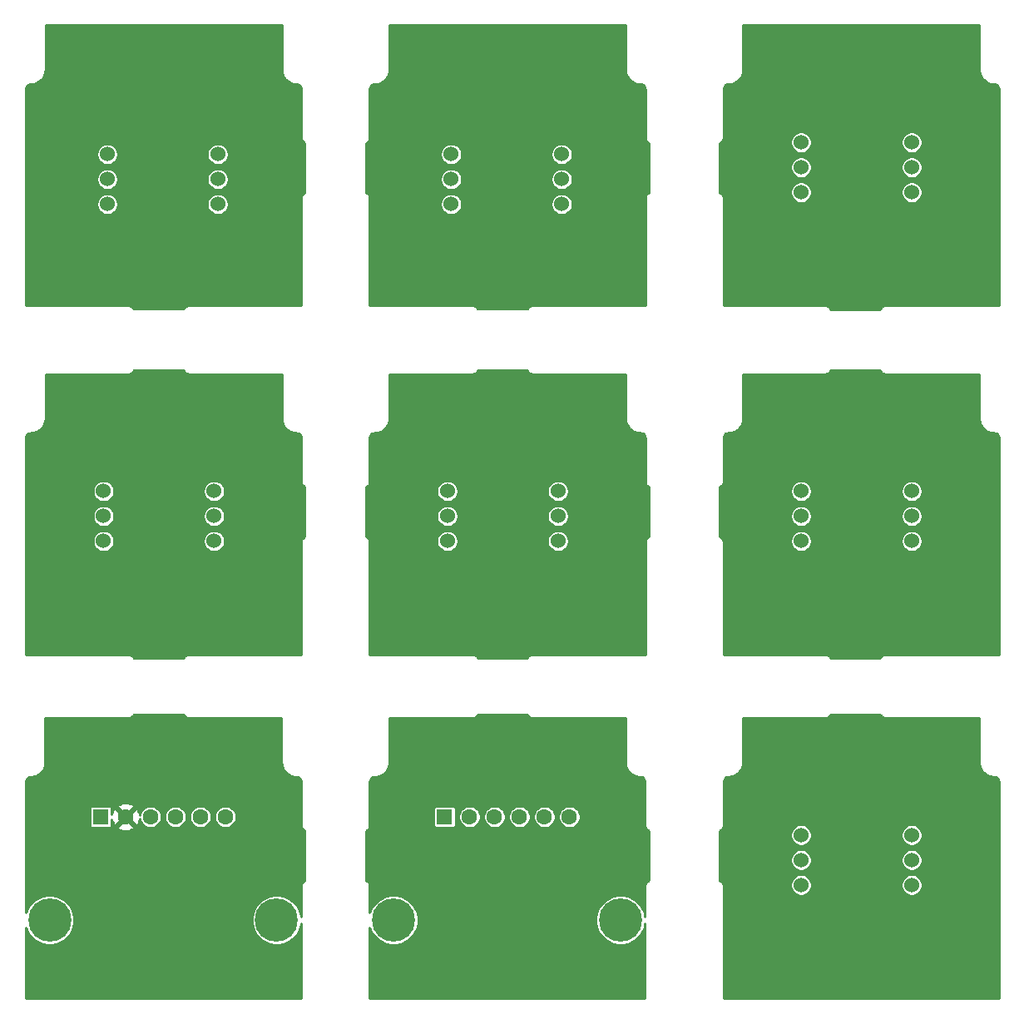
<source format=gbr>
G04 #@! TF.GenerationSoftware,KiCad,Pcbnew,5.1.5-52549c5~86~ubuntu16.04.1*
G04 #@! TF.CreationDate,2020-08-04T22:24:30-05:00*
G04 #@! TF.ProjectId,pressure_sensors,70726573-7375-4726-955f-73656e736f72,rev?*
G04 #@! TF.SameCoordinates,Original*
G04 #@! TF.FileFunction,Copper,L1,Top*
G04 #@! TF.FilePolarity,Positive*
%FSLAX46Y46*%
G04 Gerber Fmt 4.6, Leading zero omitted, Abs format (unit mm)*
G04 Created by KiCad (PCBNEW 5.1.5-52549c5~86~ubuntu16.04.1) date 2020-08-04 22:24:30*
%MOMM*%
%LPD*%
G04 APERTURE LIST*
%ADD10C,1.524000*%
%ADD11C,1.600000*%
%ADD12R,1.600000X1.600000*%
%ADD13C,4.400000*%
%ADD14C,0.500000*%
%ADD15C,0.254000*%
G04 APERTURE END LIST*
D10*
X183775000Y-53620000D03*
X183775000Y-56160000D03*
X183775000Y-58700000D03*
X195025000Y-58700000D03*
X195025000Y-56160000D03*
X195025000Y-53620000D03*
X183395000Y-92990000D03*
X183395000Y-90450000D03*
X183395000Y-87910000D03*
X194645000Y-87910000D03*
X194645000Y-90450000D03*
X194645000Y-92990000D03*
X230645000Y-57490000D03*
X230645000Y-54950000D03*
X230645000Y-52410000D03*
X219395000Y-52410000D03*
X219395000Y-54950000D03*
X219395000Y-57490000D03*
X219395000Y-92990000D03*
X219395000Y-90450000D03*
X219395000Y-87910000D03*
X230645000Y-87910000D03*
X230645000Y-90450000D03*
X230645000Y-92990000D03*
D11*
X195800000Y-121060000D03*
X193260000Y-121060000D03*
X190720000Y-121060000D03*
X188180000Y-121060000D03*
X185640000Y-121060000D03*
D12*
X183100000Y-121060000D03*
D13*
X177894444Y-131560000D03*
X201005550Y-131560000D03*
D10*
X160025000Y-53620000D03*
X160025000Y-56160000D03*
X160025000Y-58700000D03*
X148775000Y-58700000D03*
X148775000Y-56160000D03*
X148775000Y-53620000D03*
X159645000Y-92990000D03*
X159645000Y-90450000D03*
X159645000Y-87910000D03*
X148395000Y-87910000D03*
X148395000Y-90450000D03*
X148395000Y-92990000D03*
X230645000Y-127990000D03*
X230645000Y-125450000D03*
X230645000Y-122910000D03*
X219395000Y-122910000D03*
X219395000Y-125450000D03*
X219395000Y-127990000D03*
D13*
X166005550Y-131560000D03*
X142894444Y-131560000D03*
D12*
X148100000Y-121060000D03*
D11*
X150640000Y-121060000D03*
X153180000Y-121060000D03*
X155720000Y-121060000D03*
X158260000Y-121060000D03*
X160800000Y-121060000D03*
D14*
X188157500Y-121082500D02*
X188180000Y-121060000D01*
X153157500Y-121082500D02*
X153180000Y-121060000D01*
D15*
G36*
X156557178Y-110693423D02*
G01*
X156601471Y-110776289D01*
X156661079Y-110848921D01*
X156733711Y-110908529D01*
X156816577Y-110952822D01*
X156906492Y-110980097D01*
X157000000Y-110989307D01*
X157023422Y-110987000D01*
X166513000Y-110987000D01*
X166513001Y-115533423D01*
X166515030Y-115554025D01*
X166514987Y-115560214D01*
X166515637Y-115566842D01*
X166536038Y-115760939D01*
X166544734Y-115803303D01*
X166552832Y-115845755D01*
X166554756Y-115852126D01*
X166554757Y-115852132D01*
X166554759Y-115852138D01*
X166612469Y-116038568D01*
X166629220Y-116078418D01*
X166645417Y-116118508D01*
X166648542Y-116124384D01*
X166648544Y-116124389D01*
X166648547Y-116124393D01*
X166741369Y-116296065D01*
X166765564Y-116331936D01*
X166789218Y-116368084D01*
X166793420Y-116373236D01*
X166793426Y-116373244D01*
X166793433Y-116373251D01*
X166917832Y-116523623D01*
X166948498Y-116554076D01*
X166978756Y-116584975D01*
X166983882Y-116589214D01*
X166983888Y-116589220D01*
X166983895Y-116589224D01*
X167135130Y-116712569D01*
X167171133Y-116736489D01*
X167206812Y-116760920D01*
X167212666Y-116764084D01*
X167212670Y-116764087D01*
X167212674Y-116764089D01*
X167384993Y-116855712D01*
X167424972Y-116872190D01*
X167464700Y-116889218D01*
X167471056Y-116891185D01*
X167471063Y-116891188D01*
X167471070Y-116891189D01*
X167657898Y-116947597D01*
X167700337Y-116956000D01*
X167742595Y-116964983D01*
X167749212Y-116965677D01*
X167749220Y-116965679D01*
X167749228Y-116965679D01*
X167943452Y-116984723D01*
X168091139Y-116999204D01*
X168188432Y-117028579D01*
X168278159Y-117076287D01*
X168356911Y-117140517D01*
X168421690Y-117218820D01*
X168470026Y-117308216D01*
X168500077Y-117405296D01*
X168513001Y-117528257D01*
X168513000Y-121986577D01*
X168510693Y-122010000D01*
X168519903Y-122103508D01*
X168547178Y-122193423D01*
X168591471Y-122276289D01*
X168651079Y-122348921D01*
X168723711Y-122408529D01*
X168806577Y-122452822D01*
X168873000Y-122472971D01*
X168873000Y-127547029D01*
X168806577Y-127567178D01*
X168723711Y-127611471D01*
X168651079Y-127671079D01*
X168591471Y-127743711D01*
X168547178Y-127826577D01*
X168519903Y-127916492D01*
X168510693Y-128010000D01*
X168513000Y-128033423D01*
X168513000Y-131212829D01*
X168435439Y-130822901D01*
X168244948Y-130363017D01*
X167968399Y-129949131D01*
X167616419Y-129597151D01*
X167202533Y-129320602D01*
X166742649Y-129130111D01*
X166254438Y-129033000D01*
X165756662Y-129033000D01*
X165268451Y-129130111D01*
X164808567Y-129320602D01*
X164394681Y-129597151D01*
X164042701Y-129949131D01*
X163766152Y-130363017D01*
X163575661Y-130822901D01*
X163478550Y-131311112D01*
X163478550Y-131808888D01*
X163575661Y-132297099D01*
X163766152Y-132756983D01*
X164042701Y-133170869D01*
X164394681Y-133522849D01*
X164808567Y-133799398D01*
X165268451Y-133989889D01*
X165756662Y-134087000D01*
X166254438Y-134087000D01*
X166742649Y-133989889D01*
X167202533Y-133799398D01*
X167616419Y-133522849D01*
X167968399Y-133170869D01*
X168244948Y-132756983D01*
X168435439Y-132297099D01*
X168513000Y-131907171D01*
X168513001Y-139533000D01*
X140467000Y-139533000D01*
X140467000Y-132303002D01*
X140655046Y-132756983D01*
X140931595Y-133170869D01*
X141283575Y-133522849D01*
X141697461Y-133799398D01*
X142157345Y-133989889D01*
X142645556Y-134087000D01*
X143143332Y-134087000D01*
X143631543Y-133989889D01*
X144091427Y-133799398D01*
X144505313Y-133522849D01*
X144857293Y-133170869D01*
X145133842Y-132756983D01*
X145324333Y-132297099D01*
X145421444Y-131808888D01*
X145421444Y-131311112D01*
X145324333Y-130822901D01*
X145133842Y-130363017D01*
X144857293Y-129949131D01*
X144505313Y-129597151D01*
X144091427Y-129320602D01*
X143631543Y-129130111D01*
X143143332Y-129033000D01*
X142645556Y-129033000D01*
X142157345Y-129130111D01*
X141697461Y-129320602D01*
X141283575Y-129597151D01*
X140931595Y-129949131D01*
X140655046Y-130363017D01*
X140467000Y-130816998D01*
X140467000Y-120260000D01*
X146971418Y-120260000D01*
X146971418Y-121860000D01*
X146977732Y-121924103D01*
X146996430Y-121985743D01*
X147026794Y-122042550D01*
X147067657Y-122092343D01*
X147117450Y-122133206D01*
X147174257Y-122163570D01*
X147235897Y-122182268D01*
X147300000Y-122188582D01*
X148900000Y-122188582D01*
X148964103Y-122182268D01*
X149025743Y-122163570D01*
X149082550Y-122133206D01*
X149132343Y-122092343D01*
X149164874Y-122052702D01*
X149826903Y-122052702D01*
X149898486Y-122296671D01*
X150153996Y-122417571D01*
X150428184Y-122486300D01*
X150710512Y-122500217D01*
X150990130Y-122458787D01*
X151256292Y-122363603D01*
X151381514Y-122296671D01*
X151453097Y-122052702D01*
X150640000Y-121239605D01*
X149826903Y-122052702D01*
X149164874Y-122052702D01*
X149173206Y-122042550D01*
X149203570Y-121985743D01*
X149222268Y-121924103D01*
X149228582Y-121860000D01*
X149228582Y-121324881D01*
X149241213Y-121410130D01*
X149336397Y-121676292D01*
X149403329Y-121801514D01*
X149647298Y-121873097D01*
X150460395Y-121060000D01*
X150819605Y-121060000D01*
X151632702Y-121873097D01*
X151876671Y-121801514D01*
X151997571Y-121546004D01*
X152066300Y-121271816D01*
X152067641Y-121244607D01*
X152096310Y-121388734D01*
X152181266Y-121593835D01*
X152304602Y-121778421D01*
X152461579Y-121935398D01*
X152646165Y-122058734D01*
X152851266Y-122143690D01*
X153069000Y-122187000D01*
X153291000Y-122187000D01*
X153508734Y-122143690D01*
X153713835Y-122058734D01*
X153898421Y-121935398D01*
X154055398Y-121778421D01*
X154178734Y-121593835D01*
X154263690Y-121388734D01*
X154307000Y-121171000D01*
X154307000Y-120949000D01*
X154593000Y-120949000D01*
X154593000Y-121171000D01*
X154636310Y-121388734D01*
X154721266Y-121593835D01*
X154844602Y-121778421D01*
X155001579Y-121935398D01*
X155186165Y-122058734D01*
X155391266Y-122143690D01*
X155609000Y-122187000D01*
X155831000Y-122187000D01*
X156048734Y-122143690D01*
X156253835Y-122058734D01*
X156438421Y-121935398D01*
X156595398Y-121778421D01*
X156718734Y-121593835D01*
X156803690Y-121388734D01*
X156847000Y-121171000D01*
X156847000Y-120949000D01*
X157133000Y-120949000D01*
X157133000Y-121171000D01*
X157176310Y-121388734D01*
X157261266Y-121593835D01*
X157384602Y-121778421D01*
X157541579Y-121935398D01*
X157726165Y-122058734D01*
X157931266Y-122143690D01*
X158149000Y-122187000D01*
X158371000Y-122187000D01*
X158588734Y-122143690D01*
X158793835Y-122058734D01*
X158978421Y-121935398D01*
X159135398Y-121778421D01*
X159258734Y-121593835D01*
X159343690Y-121388734D01*
X159387000Y-121171000D01*
X159387000Y-120949000D01*
X159673000Y-120949000D01*
X159673000Y-121171000D01*
X159716310Y-121388734D01*
X159801266Y-121593835D01*
X159924602Y-121778421D01*
X160081579Y-121935398D01*
X160266165Y-122058734D01*
X160471266Y-122143690D01*
X160689000Y-122187000D01*
X160911000Y-122187000D01*
X161128734Y-122143690D01*
X161333835Y-122058734D01*
X161518421Y-121935398D01*
X161675398Y-121778421D01*
X161798734Y-121593835D01*
X161883690Y-121388734D01*
X161927000Y-121171000D01*
X161927000Y-120949000D01*
X161883690Y-120731266D01*
X161798734Y-120526165D01*
X161675398Y-120341579D01*
X161518421Y-120184602D01*
X161333835Y-120061266D01*
X161128734Y-119976310D01*
X160911000Y-119933000D01*
X160689000Y-119933000D01*
X160471266Y-119976310D01*
X160266165Y-120061266D01*
X160081579Y-120184602D01*
X159924602Y-120341579D01*
X159801266Y-120526165D01*
X159716310Y-120731266D01*
X159673000Y-120949000D01*
X159387000Y-120949000D01*
X159343690Y-120731266D01*
X159258734Y-120526165D01*
X159135398Y-120341579D01*
X158978421Y-120184602D01*
X158793835Y-120061266D01*
X158588734Y-119976310D01*
X158371000Y-119933000D01*
X158149000Y-119933000D01*
X157931266Y-119976310D01*
X157726165Y-120061266D01*
X157541579Y-120184602D01*
X157384602Y-120341579D01*
X157261266Y-120526165D01*
X157176310Y-120731266D01*
X157133000Y-120949000D01*
X156847000Y-120949000D01*
X156803690Y-120731266D01*
X156718734Y-120526165D01*
X156595398Y-120341579D01*
X156438421Y-120184602D01*
X156253835Y-120061266D01*
X156048734Y-119976310D01*
X155831000Y-119933000D01*
X155609000Y-119933000D01*
X155391266Y-119976310D01*
X155186165Y-120061266D01*
X155001579Y-120184602D01*
X154844602Y-120341579D01*
X154721266Y-120526165D01*
X154636310Y-120731266D01*
X154593000Y-120949000D01*
X154307000Y-120949000D01*
X154263690Y-120731266D01*
X154178734Y-120526165D01*
X154055398Y-120341579D01*
X153898421Y-120184602D01*
X153713835Y-120061266D01*
X153508734Y-119976310D01*
X153291000Y-119933000D01*
X153069000Y-119933000D01*
X152851266Y-119976310D01*
X152646165Y-120061266D01*
X152461579Y-120184602D01*
X152304602Y-120341579D01*
X152181266Y-120526165D01*
X152096310Y-120731266D01*
X152065160Y-120887867D01*
X152038787Y-120709870D01*
X151943603Y-120443708D01*
X151876671Y-120318486D01*
X151632702Y-120246903D01*
X150819605Y-121060000D01*
X150460395Y-121060000D01*
X149647298Y-120246903D01*
X149403329Y-120318486D01*
X149282429Y-120573996D01*
X149228582Y-120788814D01*
X149228582Y-120260000D01*
X149222268Y-120195897D01*
X149203570Y-120134257D01*
X149173206Y-120077450D01*
X149164875Y-120067298D01*
X149826903Y-120067298D01*
X150640000Y-120880395D01*
X151453097Y-120067298D01*
X151381514Y-119823329D01*
X151126004Y-119702429D01*
X150851816Y-119633700D01*
X150569488Y-119619783D01*
X150289870Y-119661213D01*
X150023708Y-119756397D01*
X149898486Y-119823329D01*
X149826903Y-120067298D01*
X149164875Y-120067298D01*
X149132343Y-120027657D01*
X149082550Y-119986794D01*
X149025743Y-119956430D01*
X148964103Y-119937732D01*
X148900000Y-119931418D01*
X147300000Y-119931418D01*
X147235897Y-119937732D01*
X147174257Y-119956430D01*
X147117450Y-119986794D01*
X147067657Y-120027657D01*
X147026794Y-120077450D01*
X146996430Y-120134257D01*
X146977732Y-120195897D01*
X146971418Y-120260000D01*
X140467000Y-120260000D01*
X140467000Y-117533326D01*
X140479204Y-117408861D01*
X140508579Y-117311568D01*
X140556287Y-117221841D01*
X140620517Y-117143089D01*
X140698820Y-117078310D01*
X140788216Y-117029974D01*
X140885296Y-116999923D01*
X141027966Y-116984927D01*
X141040214Y-116985013D01*
X141046842Y-116984363D01*
X141240939Y-116963962D01*
X141283303Y-116955266D01*
X141325755Y-116947168D01*
X141332126Y-116945244D01*
X141332132Y-116945243D01*
X141332138Y-116945241D01*
X141518568Y-116887531D01*
X141558418Y-116870780D01*
X141598508Y-116854583D01*
X141604384Y-116851458D01*
X141604389Y-116851456D01*
X141604393Y-116851453D01*
X141776065Y-116758631D01*
X141811936Y-116734436D01*
X141848084Y-116710782D01*
X141853236Y-116706580D01*
X141853244Y-116706574D01*
X141853251Y-116706567D01*
X142003623Y-116582168D01*
X142034076Y-116551502D01*
X142064975Y-116521244D01*
X142069214Y-116516118D01*
X142069220Y-116516112D01*
X142069224Y-116516105D01*
X142192569Y-116364870D01*
X142216489Y-116328867D01*
X142240920Y-116293188D01*
X142244084Y-116287334D01*
X142244087Y-116287330D01*
X142244089Y-116287326D01*
X142335712Y-116115007D01*
X142352190Y-116075028D01*
X142369218Y-116035300D01*
X142371187Y-116028939D01*
X142371188Y-116028937D01*
X142371189Y-116028930D01*
X142427597Y-115842102D01*
X142436000Y-115799663D01*
X142444983Y-115757405D01*
X142445677Y-115750788D01*
X142445679Y-115750780D01*
X142445679Y-115750772D01*
X142464723Y-115556548D01*
X142464723Y-115556541D01*
X142467000Y-115533423D01*
X142467000Y-110987000D01*
X150976577Y-110987000D01*
X151000000Y-110989307D01*
X151023422Y-110987000D01*
X151023423Y-110987000D01*
X151093508Y-110980097D01*
X151183423Y-110952822D01*
X151266289Y-110908529D01*
X151338921Y-110848921D01*
X151398529Y-110776289D01*
X151442822Y-110693423D01*
X151462971Y-110627000D01*
X156537029Y-110627000D01*
X156557178Y-110693423D01*
G37*
X156557178Y-110693423D02*
X156601471Y-110776289D01*
X156661079Y-110848921D01*
X156733711Y-110908529D01*
X156816577Y-110952822D01*
X156906492Y-110980097D01*
X157000000Y-110989307D01*
X157023422Y-110987000D01*
X166513000Y-110987000D01*
X166513001Y-115533423D01*
X166515030Y-115554025D01*
X166514987Y-115560214D01*
X166515637Y-115566842D01*
X166536038Y-115760939D01*
X166544734Y-115803303D01*
X166552832Y-115845755D01*
X166554756Y-115852126D01*
X166554757Y-115852132D01*
X166554759Y-115852138D01*
X166612469Y-116038568D01*
X166629220Y-116078418D01*
X166645417Y-116118508D01*
X166648542Y-116124384D01*
X166648544Y-116124389D01*
X166648547Y-116124393D01*
X166741369Y-116296065D01*
X166765564Y-116331936D01*
X166789218Y-116368084D01*
X166793420Y-116373236D01*
X166793426Y-116373244D01*
X166793433Y-116373251D01*
X166917832Y-116523623D01*
X166948498Y-116554076D01*
X166978756Y-116584975D01*
X166983882Y-116589214D01*
X166983888Y-116589220D01*
X166983895Y-116589224D01*
X167135130Y-116712569D01*
X167171133Y-116736489D01*
X167206812Y-116760920D01*
X167212666Y-116764084D01*
X167212670Y-116764087D01*
X167212674Y-116764089D01*
X167384993Y-116855712D01*
X167424972Y-116872190D01*
X167464700Y-116889218D01*
X167471056Y-116891185D01*
X167471063Y-116891188D01*
X167471070Y-116891189D01*
X167657898Y-116947597D01*
X167700337Y-116956000D01*
X167742595Y-116964983D01*
X167749212Y-116965677D01*
X167749220Y-116965679D01*
X167749228Y-116965679D01*
X167943452Y-116984723D01*
X168091139Y-116999204D01*
X168188432Y-117028579D01*
X168278159Y-117076287D01*
X168356911Y-117140517D01*
X168421690Y-117218820D01*
X168470026Y-117308216D01*
X168500077Y-117405296D01*
X168513001Y-117528257D01*
X168513000Y-121986577D01*
X168510693Y-122010000D01*
X168519903Y-122103508D01*
X168547178Y-122193423D01*
X168591471Y-122276289D01*
X168651079Y-122348921D01*
X168723711Y-122408529D01*
X168806577Y-122452822D01*
X168873000Y-122472971D01*
X168873000Y-127547029D01*
X168806577Y-127567178D01*
X168723711Y-127611471D01*
X168651079Y-127671079D01*
X168591471Y-127743711D01*
X168547178Y-127826577D01*
X168519903Y-127916492D01*
X168510693Y-128010000D01*
X168513000Y-128033423D01*
X168513000Y-131212829D01*
X168435439Y-130822901D01*
X168244948Y-130363017D01*
X167968399Y-129949131D01*
X167616419Y-129597151D01*
X167202533Y-129320602D01*
X166742649Y-129130111D01*
X166254438Y-129033000D01*
X165756662Y-129033000D01*
X165268451Y-129130111D01*
X164808567Y-129320602D01*
X164394681Y-129597151D01*
X164042701Y-129949131D01*
X163766152Y-130363017D01*
X163575661Y-130822901D01*
X163478550Y-131311112D01*
X163478550Y-131808888D01*
X163575661Y-132297099D01*
X163766152Y-132756983D01*
X164042701Y-133170869D01*
X164394681Y-133522849D01*
X164808567Y-133799398D01*
X165268451Y-133989889D01*
X165756662Y-134087000D01*
X166254438Y-134087000D01*
X166742649Y-133989889D01*
X167202533Y-133799398D01*
X167616419Y-133522849D01*
X167968399Y-133170869D01*
X168244948Y-132756983D01*
X168435439Y-132297099D01*
X168513000Y-131907171D01*
X168513001Y-139533000D01*
X140467000Y-139533000D01*
X140467000Y-132303002D01*
X140655046Y-132756983D01*
X140931595Y-133170869D01*
X141283575Y-133522849D01*
X141697461Y-133799398D01*
X142157345Y-133989889D01*
X142645556Y-134087000D01*
X143143332Y-134087000D01*
X143631543Y-133989889D01*
X144091427Y-133799398D01*
X144505313Y-133522849D01*
X144857293Y-133170869D01*
X145133842Y-132756983D01*
X145324333Y-132297099D01*
X145421444Y-131808888D01*
X145421444Y-131311112D01*
X145324333Y-130822901D01*
X145133842Y-130363017D01*
X144857293Y-129949131D01*
X144505313Y-129597151D01*
X144091427Y-129320602D01*
X143631543Y-129130111D01*
X143143332Y-129033000D01*
X142645556Y-129033000D01*
X142157345Y-129130111D01*
X141697461Y-129320602D01*
X141283575Y-129597151D01*
X140931595Y-129949131D01*
X140655046Y-130363017D01*
X140467000Y-130816998D01*
X140467000Y-120260000D01*
X146971418Y-120260000D01*
X146971418Y-121860000D01*
X146977732Y-121924103D01*
X146996430Y-121985743D01*
X147026794Y-122042550D01*
X147067657Y-122092343D01*
X147117450Y-122133206D01*
X147174257Y-122163570D01*
X147235897Y-122182268D01*
X147300000Y-122188582D01*
X148900000Y-122188582D01*
X148964103Y-122182268D01*
X149025743Y-122163570D01*
X149082550Y-122133206D01*
X149132343Y-122092343D01*
X149164874Y-122052702D01*
X149826903Y-122052702D01*
X149898486Y-122296671D01*
X150153996Y-122417571D01*
X150428184Y-122486300D01*
X150710512Y-122500217D01*
X150990130Y-122458787D01*
X151256292Y-122363603D01*
X151381514Y-122296671D01*
X151453097Y-122052702D01*
X150640000Y-121239605D01*
X149826903Y-122052702D01*
X149164874Y-122052702D01*
X149173206Y-122042550D01*
X149203570Y-121985743D01*
X149222268Y-121924103D01*
X149228582Y-121860000D01*
X149228582Y-121324881D01*
X149241213Y-121410130D01*
X149336397Y-121676292D01*
X149403329Y-121801514D01*
X149647298Y-121873097D01*
X150460395Y-121060000D01*
X150819605Y-121060000D01*
X151632702Y-121873097D01*
X151876671Y-121801514D01*
X151997571Y-121546004D01*
X152066300Y-121271816D01*
X152067641Y-121244607D01*
X152096310Y-121388734D01*
X152181266Y-121593835D01*
X152304602Y-121778421D01*
X152461579Y-121935398D01*
X152646165Y-122058734D01*
X152851266Y-122143690D01*
X153069000Y-122187000D01*
X153291000Y-122187000D01*
X153508734Y-122143690D01*
X153713835Y-122058734D01*
X153898421Y-121935398D01*
X154055398Y-121778421D01*
X154178734Y-121593835D01*
X154263690Y-121388734D01*
X154307000Y-121171000D01*
X154307000Y-120949000D01*
X154593000Y-120949000D01*
X154593000Y-121171000D01*
X154636310Y-121388734D01*
X154721266Y-121593835D01*
X154844602Y-121778421D01*
X155001579Y-121935398D01*
X155186165Y-122058734D01*
X155391266Y-122143690D01*
X155609000Y-122187000D01*
X155831000Y-122187000D01*
X156048734Y-122143690D01*
X156253835Y-122058734D01*
X156438421Y-121935398D01*
X156595398Y-121778421D01*
X156718734Y-121593835D01*
X156803690Y-121388734D01*
X156847000Y-121171000D01*
X156847000Y-120949000D01*
X157133000Y-120949000D01*
X157133000Y-121171000D01*
X157176310Y-121388734D01*
X157261266Y-121593835D01*
X157384602Y-121778421D01*
X157541579Y-121935398D01*
X157726165Y-122058734D01*
X157931266Y-122143690D01*
X158149000Y-122187000D01*
X158371000Y-122187000D01*
X158588734Y-122143690D01*
X158793835Y-122058734D01*
X158978421Y-121935398D01*
X159135398Y-121778421D01*
X159258734Y-121593835D01*
X159343690Y-121388734D01*
X159387000Y-121171000D01*
X159387000Y-120949000D01*
X159673000Y-120949000D01*
X159673000Y-121171000D01*
X159716310Y-121388734D01*
X159801266Y-121593835D01*
X159924602Y-121778421D01*
X160081579Y-121935398D01*
X160266165Y-122058734D01*
X160471266Y-122143690D01*
X160689000Y-122187000D01*
X160911000Y-122187000D01*
X161128734Y-122143690D01*
X161333835Y-122058734D01*
X161518421Y-121935398D01*
X161675398Y-121778421D01*
X161798734Y-121593835D01*
X161883690Y-121388734D01*
X161927000Y-121171000D01*
X161927000Y-120949000D01*
X161883690Y-120731266D01*
X161798734Y-120526165D01*
X161675398Y-120341579D01*
X161518421Y-120184602D01*
X161333835Y-120061266D01*
X161128734Y-119976310D01*
X160911000Y-119933000D01*
X160689000Y-119933000D01*
X160471266Y-119976310D01*
X160266165Y-120061266D01*
X160081579Y-120184602D01*
X159924602Y-120341579D01*
X159801266Y-120526165D01*
X159716310Y-120731266D01*
X159673000Y-120949000D01*
X159387000Y-120949000D01*
X159343690Y-120731266D01*
X159258734Y-120526165D01*
X159135398Y-120341579D01*
X158978421Y-120184602D01*
X158793835Y-120061266D01*
X158588734Y-119976310D01*
X158371000Y-119933000D01*
X158149000Y-119933000D01*
X157931266Y-119976310D01*
X157726165Y-120061266D01*
X157541579Y-120184602D01*
X157384602Y-120341579D01*
X157261266Y-120526165D01*
X157176310Y-120731266D01*
X157133000Y-120949000D01*
X156847000Y-120949000D01*
X156803690Y-120731266D01*
X156718734Y-120526165D01*
X156595398Y-120341579D01*
X156438421Y-120184602D01*
X156253835Y-120061266D01*
X156048734Y-119976310D01*
X155831000Y-119933000D01*
X155609000Y-119933000D01*
X155391266Y-119976310D01*
X155186165Y-120061266D01*
X155001579Y-120184602D01*
X154844602Y-120341579D01*
X154721266Y-120526165D01*
X154636310Y-120731266D01*
X154593000Y-120949000D01*
X154307000Y-120949000D01*
X154263690Y-120731266D01*
X154178734Y-120526165D01*
X154055398Y-120341579D01*
X153898421Y-120184602D01*
X153713835Y-120061266D01*
X153508734Y-119976310D01*
X153291000Y-119933000D01*
X153069000Y-119933000D01*
X152851266Y-119976310D01*
X152646165Y-120061266D01*
X152461579Y-120184602D01*
X152304602Y-120341579D01*
X152181266Y-120526165D01*
X152096310Y-120731266D01*
X152065160Y-120887867D01*
X152038787Y-120709870D01*
X151943603Y-120443708D01*
X151876671Y-120318486D01*
X151632702Y-120246903D01*
X150819605Y-121060000D01*
X150460395Y-121060000D01*
X149647298Y-120246903D01*
X149403329Y-120318486D01*
X149282429Y-120573996D01*
X149228582Y-120788814D01*
X149228582Y-120260000D01*
X149222268Y-120195897D01*
X149203570Y-120134257D01*
X149173206Y-120077450D01*
X149164875Y-120067298D01*
X149826903Y-120067298D01*
X150640000Y-120880395D01*
X151453097Y-120067298D01*
X151381514Y-119823329D01*
X151126004Y-119702429D01*
X150851816Y-119633700D01*
X150569488Y-119619783D01*
X150289870Y-119661213D01*
X150023708Y-119756397D01*
X149898486Y-119823329D01*
X149826903Y-120067298D01*
X149164875Y-120067298D01*
X149132343Y-120027657D01*
X149082550Y-119986794D01*
X149025743Y-119956430D01*
X148964103Y-119937732D01*
X148900000Y-119931418D01*
X147300000Y-119931418D01*
X147235897Y-119937732D01*
X147174257Y-119956430D01*
X147117450Y-119986794D01*
X147067657Y-120027657D01*
X147026794Y-120077450D01*
X146996430Y-120134257D01*
X146977732Y-120195897D01*
X146971418Y-120260000D01*
X140467000Y-120260000D01*
X140467000Y-117533326D01*
X140479204Y-117408861D01*
X140508579Y-117311568D01*
X140556287Y-117221841D01*
X140620517Y-117143089D01*
X140698820Y-117078310D01*
X140788216Y-117029974D01*
X140885296Y-116999923D01*
X141027966Y-116984927D01*
X141040214Y-116985013D01*
X141046842Y-116984363D01*
X141240939Y-116963962D01*
X141283303Y-116955266D01*
X141325755Y-116947168D01*
X141332126Y-116945244D01*
X141332132Y-116945243D01*
X141332138Y-116945241D01*
X141518568Y-116887531D01*
X141558418Y-116870780D01*
X141598508Y-116854583D01*
X141604384Y-116851458D01*
X141604389Y-116851456D01*
X141604393Y-116851453D01*
X141776065Y-116758631D01*
X141811936Y-116734436D01*
X141848084Y-116710782D01*
X141853236Y-116706580D01*
X141853244Y-116706574D01*
X141853251Y-116706567D01*
X142003623Y-116582168D01*
X142034076Y-116551502D01*
X142064975Y-116521244D01*
X142069214Y-116516118D01*
X142069220Y-116516112D01*
X142069224Y-116516105D01*
X142192569Y-116364870D01*
X142216489Y-116328867D01*
X142240920Y-116293188D01*
X142244084Y-116287334D01*
X142244087Y-116287330D01*
X142244089Y-116287326D01*
X142335712Y-116115007D01*
X142352190Y-116075028D01*
X142369218Y-116035300D01*
X142371187Y-116028939D01*
X142371188Y-116028937D01*
X142371189Y-116028930D01*
X142427597Y-115842102D01*
X142436000Y-115799663D01*
X142444983Y-115757405D01*
X142445677Y-115750788D01*
X142445679Y-115750780D01*
X142445679Y-115750772D01*
X142464723Y-115556548D01*
X142464723Y-115556541D01*
X142467000Y-115533423D01*
X142467000Y-110987000D01*
X150976577Y-110987000D01*
X151000000Y-110989307D01*
X151023422Y-110987000D01*
X151023423Y-110987000D01*
X151093508Y-110980097D01*
X151183423Y-110952822D01*
X151266289Y-110908529D01*
X151338921Y-110848921D01*
X151398529Y-110776289D01*
X151442822Y-110693423D01*
X151462971Y-110627000D01*
X156537029Y-110627000D01*
X156557178Y-110693423D01*
G36*
X227457178Y-110683423D02*
G01*
X227462789Y-110693920D01*
X227501471Y-110766289D01*
X227561079Y-110838921D01*
X227633711Y-110898529D01*
X227716577Y-110942822D01*
X227806492Y-110970097D01*
X227900000Y-110979307D01*
X227923422Y-110977000D01*
X237523000Y-110977000D01*
X237523001Y-115523423D01*
X237525030Y-115544025D01*
X237524987Y-115550214D01*
X237525637Y-115556842D01*
X237546038Y-115750939D01*
X237554734Y-115793303D01*
X237562832Y-115835755D01*
X237564756Y-115842126D01*
X237564757Y-115842132D01*
X237564759Y-115842138D01*
X237622469Y-116028568D01*
X237639220Y-116068418D01*
X237655417Y-116108508D01*
X237658542Y-116114384D01*
X237658544Y-116114389D01*
X237658547Y-116114393D01*
X237751369Y-116286065D01*
X237775564Y-116321936D01*
X237799218Y-116358084D01*
X237803420Y-116363236D01*
X237803426Y-116363244D01*
X237803433Y-116363251D01*
X237927832Y-116513623D01*
X237958498Y-116544076D01*
X237988756Y-116574975D01*
X237993882Y-116579214D01*
X237993888Y-116579220D01*
X237993895Y-116579224D01*
X238145130Y-116702569D01*
X238181133Y-116726489D01*
X238216812Y-116750920D01*
X238222666Y-116754084D01*
X238222670Y-116754087D01*
X238222674Y-116754089D01*
X238394993Y-116845712D01*
X238434972Y-116862190D01*
X238474700Y-116879218D01*
X238481056Y-116881185D01*
X238481063Y-116881188D01*
X238481070Y-116881189D01*
X238667898Y-116937597D01*
X238710337Y-116946000D01*
X238752595Y-116954983D01*
X238759212Y-116955677D01*
X238759220Y-116955679D01*
X238759228Y-116955679D01*
X238953452Y-116974723D01*
X239101139Y-116989204D01*
X239198432Y-117018579D01*
X239288159Y-117066287D01*
X239366911Y-117130517D01*
X239431690Y-117208820D01*
X239480026Y-117298216D01*
X239510077Y-117395296D01*
X239523000Y-117518248D01*
X239523001Y-139523000D01*
X211477000Y-139523000D01*
X211477000Y-128023423D01*
X211479307Y-128000000D01*
X211470097Y-127906492D01*
X211462893Y-127882743D01*
X218306000Y-127882743D01*
X218306000Y-128097257D01*
X218347850Y-128307650D01*
X218429941Y-128505835D01*
X218549119Y-128684197D01*
X218700803Y-128835881D01*
X218879165Y-128955059D01*
X219077350Y-129037150D01*
X219287743Y-129079000D01*
X219502257Y-129079000D01*
X219712650Y-129037150D01*
X219910835Y-128955059D01*
X220089197Y-128835881D01*
X220240881Y-128684197D01*
X220360059Y-128505835D01*
X220442150Y-128307650D01*
X220484000Y-128097257D01*
X220484000Y-127882743D01*
X229556000Y-127882743D01*
X229556000Y-128097257D01*
X229597850Y-128307650D01*
X229679941Y-128505835D01*
X229799119Y-128684197D01*
X229950803Y-128835881D01*
X230129165Y-128955059D01*
X230327350Y-129037150D01*
X230537743Y-129079000D01*
X230752257Y-129079000D01*
X230962650Y-129037150D01*
X231160835Y-128955059D01*
X231339197Y-128835881D01*
X231490881Y-128684197D01*
X231610059Y-128505835D01*
X231692150Y-128307650D01*
X231734000Y-128097257D01*
X231734000Y-127882743D01*
X231692150Y-127672350D01*
X231610059Y-127474165D01*
X231490881Y-127295803D01*
X231339197Y-127144119D01*
X231160835Y-127024941D01*
X230962650Y-126942850D01*
X230752257Y-126901000D01*
X230537743Y-126901000D01*
X230327350Y-126942850D01*
X230129165Y-127024941D01*
X229950803Y-127144119D01*
X229799119Y-127295803D01*
X229679941Y-127474165D01*
X229597850Y-127672350D01*
X229556000Y-127882743D01*
X220484000Y-127882743D01*
X220442150Y-127672350D01*
X220360059Y-127474165D01*
X220240881Y-127295803D01*
X220089197Y-127144119D01*
X219910835Y-127024941D01*
X219712650Y-126942850D01*
X219502257Y-126901000D01*
X219287743Y-126901000D01*
X219077350Y-126942850D01*
X218879165Y-127024941D01*
X218700803Y-127144119D01*
X218549119Y-127295803D01*
X218429941Y-127474165D01*
X218347850Y-127672350D01*
X218306000Y-127882743D01*
X211462893Y-127882743D01*
X211442822Y-127816577D01*
X211398529Y-127733711D01*
X211338921Y-127661079D01*
X211266289Y-127601471D01*
X211183423Y-127557178D01*
X211127000Y-127540063D01*
X211127000Y-125342743D01*
X218306000Y-125342743D01*
X218306000Y-125557257D01*
X218347850Y-125767650D01*
X218429941Y-125965835D01*
X218549119Y-126144197D01*
X218700803Y-126295881D01*
X218879165Y-126415059D01*
X219077350Y-126497150D01*
X219287743Y-126539000D01*
X219502257Y-126539000D01*
X219712650Y-126497150D01*
X219910835Y-126415059D01*
X220089197Y-126295881D01*
X220240881Y-126144197D01*
X220360059Y-125965835D01*
X220442150Y-125767650D01*
X220484000Y-125557257D01*
X220484000Y-125342743D01*
X229556000Y-125342743D01*
X229556000Y-125557257D01*
X229597850Y-125767650D01*
X229679941Y-125965835D01*
X229799119Y-126144197D01*
X229950803Y-126295881D01*
X230129165Y-126415059D01*
X230327350Y-126497150D01*
X230537743Y-126539000D01*
X230752257Y-126539000D01*
X230962650Y-126497150D01*
X231160835Y-126415059D01*
X231339197Y-126295881D01*
X231490881Y-126144197D01*
X231610059Y-125965835D01*
X231692150Y-125767650D01*
X231734000Y-125557257D01*
X231734000Y-125342743D01*
X231692150Y-125132350D01*
X231610059Y-124934165D01*
X231490881Y-124755803D01*
X231339197Y-124604119D01*
X231160835Y-124484941D01*
X230962650Y-124402850D01*
X230752257Y-124361000D01*
X230537743Y-124361000D01*
X230327350Y-124402850D01*
X230129165Y-124484941D01*
X229950803Y-124604119D01*
X229799119Y-124755803D01*
X229679941Y-124934165D01*
X229597850Y-125132350D01*
X229556000Y-125342743D01*
X220484000Y-125342743D01*
X220442150Y-125132350D01*
X220360059Y-124934165D01*
X220240881Y-124755803D01*
X220089197Y-124604119D01*
X219910835Y-124484941D01*
X219712650Y-124402850D01*
X219502257Y-124361000D01*
X219287743Y-124361000D01*
X219077350Y-124402850D01*
X218879165Y-124484941D01*
X218700803Y-124604119D01*
X218549119Y-124755803D01*
X218429941Y-124934165D01*
X218347850Y-125132350D01*
X218306000Y-125342743D01*
X211127000Y-125342743D01*
X211127000Y-122802743D01*
X218306000Y-122802743D01*
X218306000Y-123017257D01*
X218347850Y-123227650D01*
X218429941Y-123425835D01*
X218549119Y-123604197D01*
X218700803Y-123755881D01*
X218879165Y-123875059D01*
X219077350Y-123957150D01*
X219287743Y-123999000D01*
X219502257Y-123999000D01*
X219712650Y-123957150D01*
X219910835Y-123875059D01*
X220089197Y-123755881D01*
X220240881Y-123604197D01*
X220360059Y-123425835D01*
X220442150Y-123227650D01*
X220484000Y-123017257D01*
X220484000Y-122802743D01*
X229556000Y-122802743D01*
X229556000Y-123017257D01*
X229597850Y-123227650D01*
X229679941Y-123425835D01*
X229799119Y-123604197D01*
X229950803Y-123755881D01*
X230129165Y-123875059D01*
X230327350Y-123957150D01*
X230537743Y-123999000D01*
X230752257Y-123999000D01*
X230962650Y-123957150D01*
X231160835Y-123875059D01*
X231339197Y-123755881D01*
X231490881Y-123604197D01*
X231610059Y-123425835D01*
X231692150Y-123227650D01*
X231734000Y-123017257D01*
X231734000Y-122802743D01*
X231692150Y-122592350D01*
X231610059Y-122394165D01*
X231490881Y-122215803D01*
X231339197Y-122064119D01*
X231160835Y-121944941D01*
X230962650Y-121862850D01*
X230752257Y-121821000D01*
X230537743Y-121821000D01*
X230327350Y-121862850D01*
X230129165Y-121944941D01*
X229950803Y-122064119D01*
X229799119Y-122215803D01*
X229679941Y-122394165D01*
X229597850Y-122592350D01*
X229556000Y-122802743D01*
X220484000Y-122802743D01*
X220442150Y-122592350D01*
X220360059Y-122394165D01*
X220240881Y-122215803D01*
X220089197Y-122064119D01*
X219910835Y-121944941D01*
X219712650Y-121862850D01*
X219502257Y-121821000D01*
X219287743Y-121821000D01*
X219077350Y-121862850D01*
X218879165Y-121944941D01*
X218700803Y-122064119D01*
X218549119Y-122215803D01*
X218429941Y-122394165D01*
X218347850Y-122592350D01*
X218306000Y-122802743D01*
X211127000Y-122802743D01*
X211127000Y-122459937D01*
X211183423Y-122442822D01*
X211266289Y-122398529D01*
X211338921Y-122338921D01*
X211398529Y-122266289D01*
X211442822Y-122183423D01*
X211470097Y-122093508D01*
X211479307Y-122000000D01*
X211477000Y-121976577D01*
X211477000Y-117523326D01*
X211489204Y-117398861D01*
X211518579Y-117301568D01*
X211566287Y-117211841D01*
X211630517Y-117133089D01*
X211708820Y-117068310D01*
X211798216Y-117019974D01*
X211895296Y-116989923D01*
X212037966Y-116974927D01*
X212050214Y-116975013D01*
X212056842Y-116974363D01*
X212250939Y-116953962D01*
X212293303Y-116945266D01*
X212335755Y-116937168D01*
X212342126Y-116935244D01*
X212342132Y-116935243D01*
X212342138Y-116935241D01*
X212528568Y-116877531D01*
X212568418Y-116860780D01*
X212608508Y-116844583D01*
X212614384Y-116841458D01*
X212614389Y-116841456D01*
X212614393Y-116841453D01*
X212786065Y-116748631D01*
X212821936Y-116724436D01*
X212858084Y-116700782D01*
X212863236Y-116696580D01*
X212863244Y-116696574D01*
X212863251Y-116696567D01*
X213013623Y-116572168D01*
X213044076Y-116541502D01*
X213074975Y-116511244D01*
X213079214Y-116506118D01*
X213079220Y-116506112D01*
X213079224Y-116506105D01*
X213202569Y-116354870D01*
X213226489Y-116318867D01*
X213250920Y-116283188D01*
X213254084Y-116277334D01*
X213254087Y-116277330D01*
X213254089Y-116277326D01*
X213345712Y-116105007D01*
X213362190Y-116065028D01*
X213379218Y-116025300D01*
X213381187Y-116018939D01*
X213381188Y-116018937D01*
X213381189Y-116018930D01*
X213437597Y-115832102D01*
X213446000Y-115789663D01*
X213454983Y-115747405D01*
X213455677Y-115740788D01*
X213455679Y-115740780D01*
X213455679Y-115740772D01*
X213474723Y-115546548D01*
X213474723Y-115546541D01*
X213477000Y-115523423D01*
X213477000Y-110977536D01*
X221876310Y-110986974D01*
X221900000Y-110989307D01*
X221946661Y-110984711D01*
X221992980Y-110980201D01*
X221993236Y-110980124D01*
X221993507Y-110980097D01*
X222038615Y-110966414D01*
X222082925Y-110953027D01*
X222083161Y-110952901D01*
X222083422Y-110952822D01*
X222125117Y-110930536D01*
X222165841Y-110908827D01*
X222166047Y-110908658D01*
X222166289Y-110908529D01*
X222202814Y-110878554D01*
X222238540Y-110849301D01*
X222238710Y-110849094D01*
X222238921Y-110848921D01*
X222268888Y-110812407D01*
X222298229Y-110776736D01*
X222298355Y-110776501D01*
X222298529Y-110776289D01*
X222320683Y-110734841D01*
X222342616Y-110693920D01*
X222342695Y-110693661D01*
X222342822Y-110693423D01*
X222356313Y-110648948D01*
X222362998Y-110627000D01*
X227440063Y-110627000D01*
X227457178Y-110683423D01*
G37*
X227457178Y-110683423D02*
X227462789Y-110693920D01*
X227501471Y-110766289D01*
X227561079Y-110838921D01*
X227633711Y-110898529D01*
X227716577Y-110942822D01*
X227806492Y-110970097D01*
X227900000Y-110979307D01*
X227923422Y-110977000D01*
X237523000Y-110977000D01*
X237523001Y-115523423D01*
X237525030Y-115544025D01*
X237524987Y-115550214D01*
X237525637Y-115556842D01*
X237546038Y-115750939D01*
X237554734Y-115793303D01*
X237562832Y-115835755D01*
X237564756Y-115842126D01*
X237564757Y-115842132D01*
X237564759Y-115842138D01*
X237622469Y-116028568D01*
X237639220Y-116068418D01*
X237655417Y-116108508D01*
X237658542Y-116114384D01*
X237658544Y-116114389D01*
X237658547Y-116114393D01*
X237751369Y-116286065D01*
X237775564Y-116321936D01*
X237799218Y-116358084D01*
X237803420Y-116363236D01*
X237803426Y-116363244D01*
X237803433Y-116363251D01*
X237927832Y-116513623D01*
X237958498Y-116544076D01*
X237988756Y-116574975D01*
X237993882Y-116579214D01*
X237993888Y-116579220D01*
X237993895Y-116579224D01*
X238145130Y-116702569D01*
X238181133Y-116726489D01*
X238216812Y-116750920D01*
X238222666Y-116754084D01*
X238222670Y-116754087D01*
X238222674Y-116754089D01*
X238394993Y-116845712D01*
X238434972Y-116862190D01*
X238474700Y-116879218D01*
X238481056Y-116881185D01*
X238481063Y-116881188D01*
X238481070Y-116881189D01*
X238667898Y-116937597D01*
X238710337Y-116946000D01*
X238752595Y-116954983D01*
X238759212Y-116955677D01*
X238759220Y-116955679D01*
X238759228Y-116955679D01*
X238953452Y-116974723D01*
X239101139Y-116989204D01*
X239198432Y-117018579D01*
X239288159Y-117066287D01*
X239366911Y-117130517D01*
X239431690Y-117208820D01*
X239480026Y-117298216D01*
X239510077Y-117395296D01*
X239523000Y-117518248D01*
X239523001Y-139523000D01*
X211477000Y-139523000D01*
X211477000Y-128023423D01*
X211479307Y-128000000D01*
X211470097Y-127906492D01*
X211462893Y-127882743D01*
X218306000Y-127882743D01*
X218306000Y-128097257D01*
X218347850Y-128307650D01*
X218429941Y-128505835D01*
X218549119Y-128684197D01*
X218700803Y-128835881D01*
X218879165Y-128955059D01*
X219077350Y-129037150D01*
X219287743Y-129079000D01*
X219502257Y-129079000D01*
X219712650Y-129037150D01*
X219910835Y-128955059D01*
X220089197Y-128835881D01*
X220240881Y-128684197D01*
X220360059Y-128505835D01*
X220442150Y-128307650D01*
X220484000Y-128097257D01*
X220484000Y-127882743D01*
X229556000Y-127882743D01*
X229556000Y-128097257D01*
X229597850Y-128307650D01*
X229679941Y-128505835D01*
X229799119Y-128684197D01*
X229950803Y-128835881D01*
X230129165Y-128955059D01*
X230327350Y-129037150D01*
X230537743Y-129079000D01*
X230752257Y-129079000D01*
X230962650Y-129037150D01*
X231160835Y-128955059D01*
X231339197Y-128835881D01*
X231490881Y-128684197D01*
X231610059Y-128505835D01*
X231692150Y-128307650D01*
X231734000Y-128097257D01*
X231734000Y-127882743D01*
X231692150Y-127672350D01*
X231610059Y-127474165D01*
X231490881Y-127295803D01*
X231339197Y-127144119D01*
X231160835Y-127024941D01*
X230962650Y-126942850D01*
X230752257Y-126901000D01*
X230537743Y-126901000D01*
X230327350Y-126942850D01*
X230129165Y-127024941D01*
X229950803Y-127144119D01*
X229799119Y-127295803D01*
X229679941Y-127474165D01*
X229597850Y-127672350D01*
X229556000Y-127882743D01*
X220484000Y-127882743D01*
X220442150Y-127672350D01*
X220360059Y-127474165D01*
X220240881Y-127295803D01*
X220089197Y-127144119D01*
X219910835Y-127024941D01*
X219712650Y-126942850D01*
X219502257Y-126901000D01*
X219287743Y-126901000D01*
X219077350Y-126942850D01*
X218879165Y-127024941D01*
X218700803Y-127144119D01*
X218549119Y-127295803D01*
X218429941Y-127474165D01*
X218347850Y-127672350D01*
X218306000Y-127882743D01*
X211462893Y-127882743D01*
X211442822Y-127816577D01*
X211398529Y-127733711D01*
X211338921Y-127661079D01*
X211266289Y-127601471D01*
X211183423Y-127557178D01*
X211127000Y-127540063D01*
X211127000Y-125342743D01*
X218306000Y-125342743D01*
X218306000Y-125557257D01*
X218347850Y-125767650D01*
X218429941Y-125965835D01*
X218549119Y-126144197D01*
X218700803Y-126295881D01*
X218879165Y-126415059D01*
X219077350Y-126497150D01*
X219287743Y-126539000D01*
X219502257Y-126539000D01*
X219712650Y-126497150D01*
X219910835Y-126415059D01*
X220089197Y-126295881D01*
X220240881Y-126144197D01*
X220360059Y-125965835D01*
X220442150Y-125767650D01*
X220484000Y-125557257D01*
X220484000Y-125342743D01*
X229556000Y-125342743D01*
X229556000Y-125557257D01*
X229597850Y-125767650D01*
X229679941Y-125965835D01*
X229799119Y-126144197D01*
X229950803Y-126295881D01*
X230129165Y-126415059D01*
X230327350Y-126497150D01*
X230537743Y-126539000D01*
X230752257Y-126539000D01*
X230962650Y-126497150D01*
X231160835Y-126415059D01*
X231339197Y-126295881D01*
X231490881Y-126144197D01*
X231610059Y-125965835D01*
X231692150Y-125767650D01*
X231734000Y-125557257D01*
X231734000Y-125342743D01*
X231692150Y-125132350D01*
X231610059Y-124934165D01*
X231490881Y-124755803D01*
X231339197Y-124604119D01*
X231160835Y-124484941D01*
X230962650Y-124402850D01*
X230752257Y-124361000D01*
X230537743Y-124361000D01*
X230327350Y-124402850D01*
X230129165Y-124484941D01*
X229950803Y-124604119D01*
X229799119Y-124755803D01*
X229679941Y-124934165D01*
X229597850Y-125132350D01*
X229556000Y-125342743D01*
X220484000Y-125342743D01*
X220442150Y-125132350D01*
X220360059Y-124934165D01*
X220240881Y-124755803D01*
X220089197Y-124604119D01*
X219910835Y-124484941D01*
X219712650Y-124402850D01*
X219502257Y-124361000D01*
X219287743Y-124361000D01*
X219077350Y-124402850D01*
X218879165Y-124484941D01*
X218700803Y-124604119D01*
X218549119Y-124755803D01*
X218429941Y-124934165D01*
X218347850Y-125132350D01*
X218306000Y-125342743D01*
X211127000Y-125342743D01*
X211127000Y-122802743D01*
X218306000Y-122802743D01*
X218306000Y-123017257D01*
X218347850Y-123227650D01*
X218429941Y-123425835D01*
X218549119Y-123604197D01*
X218700803Y-123755881D01*
X218879165Y-123875059D01*
X219077350Y-123957150D01*
X219287743Y-123999000D01*
X219502257Y-123999000D01*
X219712650Y-123957150D01*
X219910835Y-123875059D01*
X220089197Y-123755881D01*
X220240881Y-123604197D01*
X220360059Y-123425835D01*
X220442150Y-123227650D01*
X220484000Y-123017257D01*
X220484000Y-122802743D01*
X229556000Y-122802743D01*
X229556000Y-123017257D01*
X229597850Y-123227650D01*
X229679941Y-123425835D01*
X229799119Y-123604197D01*
X229950803Y-123755881D01*
X230129165Y-123875059D01*
X230327350Y-123957150D01*
X230537743Y-123999000D01*
X230752257Y-123999000D01*
X230962650Y-123957150D01*
X231160835Y-123875059D01*
X231339197Y-123755881D01*
X231490881Y-123604197D01*
X231610059Y-123425835D01*
X231692150Y-123227650D01*
X231734000Y-123017257D01*
X231734000Y-122802743D01*
X231692150Y-122592350D01*
X231610059Y-122394165D01*
X231490881Y-122215803D01*
X231339197Y-122064119D01*
X231160835Y-121944941D01*
X230962650Y-121862850D01*
X230752257Y-121821000D01*
X230537743Y-121821000D01*
X230327350Y-121862850D01*
X230129165Y-121944941D01*
X229950803Y-122064119D01*
X229799119Y-122215803D01*
X229679941Y-122394165D01*
X229597850Y-122592350D01*
X229556000Y-122802743D01*
X220484000Y-122802743D01*
X220442150Y-122592350D01*
X220360059Y-122394165D01*
X220240881Y-122215803D01*
X220089197Y-122064119D01*
X219910835Y-121944941D01*
X219712650Y-121862850D01*
X219502257Y-121821000D01*
X219287743Y-121821000D01*
X219077350Y-121862850D01*
X218879165Y-121944941D01*
X218700803Y-122064119D01*
X218549119Y-122215803D01*
X218429941Y-122394165D01*
X218347850Y-122592350D01*
X218306000Y-122802743D01*
X211127000Y-122802743D01*
X211127000Y-122459937D01*
X211183423Y-122442822D01*
X211266289Y-122398529D01*
X211338921Y-122338921D01*
X211398529Y-122266289D01*
X211442822Y-122183423D01*
X211470097Y-122093508D01*
X211479307Y-122000000D01*
X211477000Y-121976577D01*
X211477000Y-117523326D01*
X211489204Y-117398861D01*
X211518579Y-117301568D01*
X211566287Y-117211841D01*
X211630517Y-117133089D01*
X211708820Y-117068310D01*
X211798216Y-117019974D01*
X211895296Y-116989923D01*
X212037966Y-116974927D01*
X212050214Y-116975013D01*
X212056842Y-116974363D01*
X212250939Y-116953962D01*
X212293303Y-116945266D01*
X212335755Y-116937168D01*
X212342126Y-116935244D01*
X212342132Y-116935243D01*
X212342138Y-116935241D01*
X212528568Y-116877531D01*
X212568418Y-116860780D01*
X212608508Y-116844583D01*
X212614384Y-116841458D01*
X212614389Y-116841456D01*
X212614393Y-116841453D01*
X212786065Y-116748631D01*
X212821936Y-116724436D01*
X212858084Y-116700782D01*
X212863236Y-116696580D01*
X212863244Y-116696574D01*
X212863251Y-116696567D01*
X213013623Y-116572168D01*
X213044076Y-116541502D01*
X213074975Y-116511244D01*
X213079214Y-116506118D01*
X213079220Y-116506112D01*
X213079224Y-116506105D01*
X213202569Y-116354870D01*
X213226489Y-116318867D01*
X213250920Y-116283188D01*
X213254084Y-116277334D01*
X213254087Y-116277330D01*
X213254089Y-116277326D01*
X213345712Y-116105007D01*
X213362190Y-116065028D01*
X213379218Y-116025300D01*
X213381187Y-116018939D01*
X213381188Y-116018937D01*
X213381189Y-116018930D01*
X213437597Y-115832102D01*
X213446000Y-115789663D01*
X213454983Y-115747405D01*
X213455677Y-115740788D01*
X213455679Y-115740780D01*
X213455679Y-115740772D01*
X213474723Y-115546548D01*
X213474723Y-115546541D01*
X213477000Y-115523423D01*
X213477000Y-110977536D01*
X221876310Y-110986974D01*
X221900000Y-110989307D01*
X221946661Y-110984711D01*
X221992980Y-110980201D01*
X221993236Y-110980124D01*
X221993507Y-110980097D01*
X222038615Y-110966414D01*
X222082925Y-110953027D01*
X222083161Y-110952901D01*
X222083422Y-110952822D01*
X222125117Y-110930536D01*
X222165841Y-110908827D01*
X222166047Y-110908658D01*
X222166289Y-110908529D01*
X222202814Y-110878554D01*
X222238540Y-110849301D01*
X222238710Y-110849094D01*
X222238921Y-110848921D01*
X222268888Y-110812407D01*
X222298229Y-110776736D01*
X222298355Y-110776501D01*
X222298529Y-110776289D01*
X222320683Y-110734841D01*
X222342616Y-110693920D01*
X222342695Y-110693661D01*
X222342822Y-110693423D01*
X222356313Y-110648948D01*
X222362998Y-110627000D01*
X227440063Y-110627000D01*
X227457178Y-110683423D01*
G36*
X156557178Y-75683423D02*
G01*
X156601471Y-75766289D01*
X156661079Y-75838921D01*
X156733711Y-75898529D01*
X156816577Y-75942822D01*
X156906492Y-75970097D01*
X157000000Y-75979307D01*
X157023422Y-75977000D01*
X166523000Y-75977000D01*
X166523001Y-80523423D01*
X166525030Y-80544025D01*
X166524987Y-80550214D01*
X166525637Y-80556842D01*
X166546038Y-80750939D01*
X166554734Y-80793303D01*
X166562832Y-80835755D01*
X166564756Y-80842126D01*
X166564757Y-80842132D01*
X166564759Y-80842138D01*
X166622469Y-81028568D01*
X166639220Y-81068418D01*
X166655417Y-81108508D01*
X166658542Y-81114384D01*
X166658544Y-81114389D01*
X166658547Y-81114393D01*
X166751369Y-81286065D01*
X166775564Y-81321936D01*
X166799218Y-81358084D01*
X166803420Y-81363236D01*
X166803426Y-81363244D01*
X166803433Y-81363251D01*
X166927832Y-81513623D01*
X166958498Y-81544076D01*
X166988756Y-81574975D01*
X166993882Y-81579214D01*
X166993888Y-81579220D01*
X166993895Y-81579224D01*
X167145130Y-81702569D01*
X167181133Y-81726489D01*
X167216812Y-81750920D01*
X167222666Y-81754084D01*
X167222670Y-81754087D01*
X167222674Y-81754089D01*
X167394993Y-81845712D01*
X167434972Y-81862190D01*
X167474700Y-81879218D01*
X167481056Y-81881185D01*
X167481063Y-81881188D01*
X167481070Y-81881189D01*
X167667898Y-81937597D01*
X167710337Y-81946000D01*
X167752595Y-81954983D01*
X167759212Y-81955677D01*
X167759220Y-81955679D01*
X167759228Y-81955679D01*
X167953452Y-81974723D01*
X168101139Y-81989204D01*
X168198432Y-82018579D01*
X168288159Y-82066287D01*
X168366911Y-82130517D01*
X168431690Y-82208820D01*
X168480026Y-82298216D01*
X168510077Y-82395296D01*
X168523001Y-82518257D01*
X168523000Y-86976577D01*
X168520693Y-87000000D01*
X168529903Y-87093508D01*
X168557178Y-87183423D01*
X168574486Y-87215803D01*
X168601471Y-87266289D01*
X168661079Y-87338921D01*
X168733711Y-87398529D01*
X168816577Y-87442822D01*
X168873000Y-87459937D01*
X168873000Y-92540063D01*
X168816577Y-92557178D01*
X168733711Y-92601471D01*
X168661079Y-92661079D01*
X168601471Y-92733711D01*
X168557178Y-92816577D01*
X168529903Y-92906492D01*
X168520693Y-93000000D01*
X168523000Y-93023423D01*
X168523001Y-104523000D01*
X157023423Y-104523000D01*
X157000000Y-104520693D01*
X156976578Y-104523000D01*
X156976577Y-104523000D01*
X156906492Y-104529903D01*
X156816577Y-104557178D01*
X156733711Y-104601471D01*
X156661079Y-104661079D01*
X156601471Y-104733711D01*
X156557178Y-104816577D01*
X156540063Y-104873000D01*
X151459937Y-104873000D01*
X151442822Y-104816577D01*
X151398529Y-104733711D01*
X151338921Y-104661079D01*
X151266289Y-104601471D01*
X151183423Y-104557178D01*
X151093508Y-104529903D01*
X151023423Y-104523000D01*
X151000000Y-104520693D01*
X150976578Y-104523000D01*
X140477000Y-104523000D01*
X140477000Y-92882743D01*
X147306000Y-92882743D01*
X147306000Y-93097257D01*
X147347850Y-93307650D01*
X147429941Y-93505835D01*
X147549119Y-93684197D01*
X147700803Y-93835881D01*
X147879165Y-93955059D01*
X148077350Y-94037150D01*
X148287743Y-94079000D01*
X148502257Y-94079000D01*
X148712650Y-94037150D01*
X148910835Y-93955059D01*
X149089197Y-93835881D01*
X149240881Y-93684197D01*
X149360059Y-93505835D01*
X149442150Y-93307650D01*
X149484000Y-93097257D01*
X149484000Y-92882743D01*
X158556000Y-92882743D01*
X158556000Y-93097257D01*
X158597850Y-93307650D01*
X158679941Y-93505835D01*
X158799119Y-93684197D01*
X158950803Y-93835881D01*
X159129165Y-93955059D01*
X159327350Y-94037150D01*
X159537743Y-94079000D01*
X159752257Y-94079000D01*
X159962650Y-94037150D01*
X160160835Y-93955059D01*
X160339197Y-93835881D01*
X160490881Y-93684197D01*
X160610059Y-93505835D01*
X160692150Y-93307650D01*
X160734000Y-93097257D01*
X160734000Y-92882743D01*
X160692150Y-92672350D01*
X160610059Y-92474165D01*
X160490881Y-92295803D01*
X160339197Y-92144119D01*
X160160835Y-92024941D01*
X159962650Y-91942850D01*
X159752257Y-91901000D01*
X159537743Y-91901000D01*
X159327350Y-91942850D01*
X159129165Y-92024941D01*
X158950803Y-92144119D01*
X158799119Y-92295803D01*
X158679941Y-92474165D01*
X158597850Y-92672350D01*
X158556000Y-92882743D01*
X149484000Y-92882743D01*
X149442150Y-92672350D01*
X149360059Y-92474165D01*
X149240881Y-92295803D01*
X149089197Y-92144119D01*
X148910835Y-92024941D01*
X148712650Y-91942850D01*
X148502257Y-91901000D01*
X148287743Y-91901000D01*
X148077350Y-91942850D01*
X147879165Y-92024941D01*
X147700803Y-92144119D01*
X147549119Y-92295803D01*
X147429941Y-92474165D01*
X147347850Y-92672350D01*
X147306000Y-92882743D01*
X140477000Y-92882743D01*
X140477000Y-90342743D01*
X147306000Y-90342743D01*
X147306000Y-90557257D01*
X147347850Y-90767650D01*
X147429941Y-90965835D01*
X147549119Y-91144197D01*
X147700803Y-91295881D01*
X147879165Y-91415059D01*
X148077350Y-91497150D01*
X148287743Y-91539000D01*
X148502257Y-91539000D01*
X148712650Y-91497150D01*
X148910835Y-91415059D01*
X149089197Y-91295881D01*
X149240881Y-91144197D01*
X149360059Y-90965835D01*
X149442150Y-90767650D01*
X149484000Y-90557257D01*
X149484000Y-90342743D01*
X158556000Y-90342743D01*
X158556000Y-90557257D01*
X158597850Y-90767650D01*
X158679941Y-90965835D01*
X158799119Y-91144197D01*
X158950803Y-91295881D01*
X159129165Y-91415059D01*
X159327350Y-91497150D01*
X159537743Y-91539000D01*
X159752257Y-91539000D01*
X159962650Y-91497150D01*
X160160835Y-91415059D01*
X160339197Y-91295881D01*
X160490881Y-91144197D01*
X160610059Y-90965835D01*
X160692150Y-90767650D01*
X160734000Y-90557257D01*
X160734000Y-90342743D01*
X160692150Y-90132350D01*
X160610059Y-89934165D01*
X160490881Y-89755803D01*
X160339197Y-89604119D01*
X160160835Y-89484941D01*
X159962650Y-89402850D01*
X159752257Y-89361000D01*
X159537743Y-89361000D01*
X159327350Y-89402850D01*
X159129165Y-89484941D01*
X158950803Y-89604119D01*
X158799119Y-89755803D01*
X158679941Y-89934165D01*
X158597850Y-90132350D01*
X158556000Y-90342743D01*
X149484000Y-90342743D01*
X149442150Y-90132350D01*
X149360059Y-89934165D01*
X149240881Y-89755803D01*
X149089197Y-89604119D01*
X148910835Y-89484941D01*
X148712650Y-89402850D01*
X148502257Y-89361000D01*
X148287743Y-89361000D01*
X148077350Y-89402850D01*
X147879165Y-89484941D01*
X147700803Y-89604119D01*
X147549119Y-89755803D01*
X147429941Y-89934165D01*
X147347850Y-90132350D01*
X147306000Y-90342743D01*
X140477000Y-90342743D01*
X140477000Y-87802743D01*
X147306000Y-87802743D01*
X147306000Y-88017257D01*
X147347850Y-88227650D01*
X147429941Y-88425835D01*
X147549119Y-88604197D01*
X147700803Y-88755881D01*
X147879165Y-88875059D01*
X148077350Y-88957150D01*
X148287743Y-88999000D01*
X148502257Y-88999000D01*
X148712650Y-88957150D01*
X148910835Y-88875059D01*
X149089197Y-88755881D01*
X149240881Y-88604197D01*
X149360059Y-88425835D01*
X149442150Y-88227650D01*
X149484000Y-88017257D01*
X149484000Y-87802743D01*
X158556000Y-87802743D01*
X158556000Y-88017257D01*
X158597850Y-88227650D01*
X158679941Y-88425835D01*
X158799119Y-88604197D01*
X158950803Y-88755881D01*
X159129165Y-88875059D01*
X159327350Y-88957150D01*
X159537743Y-88999000D01*
X159752257Y-88999000D01*
X159962650Y-88957150D01*
X160160835Y-88875059D01*
X160339197Y-88755881D01*
X160490881Y-88604197D01*
X160610059Y-88425835D01*
X160692150Y-88227650D01*
X160734000Y-88017257D01*
X160734000Y-87802743D01*
X160692150Y-87592350D01*
X160610059Y-87394165D01*
X160490881Y-87215803D01*
X160339197Y-87064119D01*
X160160835Y-86944941D01*
X159962650Y-86862850D01*
X159752257Y-86821000D01*
X159537743Y-86821000D01*
X159327350Y-86862850D01*
X159129165Y-86944941D01*
X158950803Y-87064119D01*
X158799119Y-87215803D01*
X158679941Y-87394165D01*
X158597850Y-87592350D01*
X158556000Y-87802743D01*
X149484000Y-87802743D01*
X149442150Y-87592350D01*
X149360059Y-87394165D01*
X149240881Y-87215803D01*
X149089197Y-87064119D01*
X148910835Y-86944941D01*
X148712650Y-86862850D01*
X148502257Y-86821000D01*
X148287743Y-86821000D01*
X148077350Y-86862850D01*
X147879165Y-86944941D01*
X147700803Y-87064119D01*
X147549119Y-87215803D01*
X147429941Y-87394165D01*
X147347850Y-87592350D01*
X147306000Y-87802743D01*
X140477000Y-87802743D01*
X140477000Y-82523326D01*
X140489204Y-82398861D01*
X140518579Y-82301568D01*
X140566287Y-82211841D01*
X140630517Y-82133089D01*
X140708820Y-82068310D01*
X140798216Y-82019974D01*
X140895296Y-81989923D01*
X141037966Y-81974927D01*
X141050214Y-81975013D01*
X141056842Y-81974363D01*
X141250939Y-81953962D01*
X141293303Y-81945266D01*
X141335755Y-81937168D01*
X141342126Y-81935244D01*
X141342132Y-81935243D01*
X141342138Y-81935241D01*
X141528568Y-81877531D01*
X141568418Y-81860780D01*
X141608508Y-81844583D01*
X141614384Y-81841458D01*
X141614389Y-81841456D01*
X141614393Y-81841453D01*
X141786065Y-81748631D01*
X141821936Y-81724436D01*
X141858084Y-81700782D01*
X141863236Y-81696580D01*
X141863244Y-81696574D01*
X141863251Y-81696567D01*
X142013623Y-81572168D01*
X142044076Y-81541502D01*
X142074975Y-81511244D01*
X142079214Y-81506118D01*
X142079220Y-81506112D01*
X142079224Y-81506105D01*
X142202569Y-81354870D01*
X142226489Y-81318867D01*
X142250920Y-81283188D01*
X142254084Y-81277334D01*
X142254087Y-81277330D01*
X142254089Y-81277326D01*
X142345712Y-81105007D01*
X142362190Y-81065028D01*
X142379218Y-81025300D01*
X142381187Y-81018939D01*
X142381188Y-81018937D01*
X142381189Y-81018930D01*
X142437597Y-80832102D01*
X142446000Y-80789663D01*
X142454983Y-80747405D01*
X142455677Y-80740788D01*
X142455679Y-80740780D01*
X142455679Y-80740772D01*
X142474723Y-80546548D01*
X142474723Y-80546541D01*
X142477000Y-80523423D01*
X142477000Y-75977000D01*
X150976577Y-75977000D01*
X151000000Y-75979307D01*
X151023422Y-75977000D01*
X151023423Y-75977000D01*
X151093508Y-75970097D01*
X151183423Y-75942822D01*
X151266289Y-75898529D01*
X151338921Y-75838921D01*
X151398529Y-75766289D01*
X151442822Y-75683423D01*
X151459937Y-75627000D01*
X156540063Y-75627000D01*
X156557178Y-75683423D01*
G37*
X156557178Y-75683423D02*
X156601471Y-75766289D01*
X156661079Y-75838921D01*
X156733711Y-75898529D01*
X156816577Y-75942822D01*
X156906492Y-75970097D01*
X157000000Y-75979307D01*
X157023422Y-75977000D01*
X166523000Y-75977000D01*
X166523001Y-80523423D01*
X166525030Y-80544025D01*
X166524987Y-80550214D01*
X166525637Y-80556842D01*
X166546038Y-80750939D01*
X166554734Y-80793303D01*
X166562832Y-80835755D01*
X166564756Y-80842126D01*
X166564757Y-80842132D01*
X166564759Y-80842138D01*
X166622469Y-81028568D01*
X166639220Y-81068418D01*
X166655417Y-81108508D01*
X166658542Y-81114384D01*
X166658544Y-81114389D01*
X166658547Y-81114393D01*
X166751369Y-81286065D01*
X166775564Y-81321936D01*
X166799218Y-81358084D01*
X166803420Y-81363236D01*
X166803426Y-81363244D01*
X166803433Y-81363251D01*
X166927832Y-81513623D01*
X166958498Y-81544076D01*
X166988756Y-81574975D01*
X166993882Y-81579214D01*
X166993888Y-81579220D01*
X166993895Y-81579224D01*
X167145130Y-81702569D01*
X167181133Y-81726489D01*
X167216812Y-81750920D01*
X167222666Y-81754084D01*
X167222670Y-81754087D01*
X167222674Y-81754089D01*
X167394993Y-81845712D01*
X167434972Y-81862190D01*
X167474700Y-81879218D01*
X167481056Y-81881185D01*
X167481063Y-81881188D01*
X167481070Y-81881189D01*
X167667898Y-81937597D01*
X167710337Y-81946000D01*
X167752595Y-81954983D01*
X167759212Y-81955677D01*
X167759220Y-81955679D01*
X167759228Y-81955679D01*
X167953452Y-81974723D01*
X168101139Y-81989204D01*
X168198432Y-82018579D01*
X168288159Y-82066287D01*
X168366911Y-82130517D01*
X168431690Y-82208820D01*
X168480026Y-82298216D01*
X168510077Y-82395296D01*
X168523001Y-82518257D01*
X168523000Y-86976577D01*
X168520693Y-87000000D01*
X168529903Y-87093508D01*
X168557178Y-87183423D01*
X168574486Y-87215803D01*
X168601471Y-87266289D01*
X168661079Y-87338921D01*
X168733711Y-87398529D01*
X168816577Y-87442822D01*
X168873000Y-87459937D01*
X168873000Y-92540063D01*
X168816577Y-92557178D01*
X168733711Y-92601471D01*
X168661079Y-92661079D01*
X168601471Y-92733711D01*
X168557178Y-92816577D01*
X168529903Y-92906492D01*
X168520693Y-93000000D01*
X168523000Y-93023423D01*
X168523001Y-104523000D01*
X157023423Y-104523000D01*
X157000000Y-104520693D01*
X156976578Y-104523000D01*
X156976577Y-104523000D01*
X156906492Y-104529903D01*
X156816577Y-104557178D01*
X156733711Y-104601471D01*
X156661079Y-104661079D01*
X156601471Y-104733711D01*
X156557178Y-104816577D01*
X156540063Y-104873000D01*
X151459937Y-104873000D01*
X151442822Y-104816577D01*
X151398529Y-104733711D01*
X151338921Y-104661079D01*
X151266289Y-104601471D01*
X151183423Y-104557178D01*
X151093508Y-104529903D01*
X151023423Y-104523000D01*
X151000000Y-104520693D01*
X150976578Y-104523000D01*
X140477000Y-104523000D01*
X140477000Y-92882743D01*
X147306000Y-92882743D01*
X147306000Y-93097257D01*
X147347850Y-93307650D01*
X147429941Y-93505835D01*
X147549119Y-93684197D01*
X147700803Y-93835881D01*
X147879165Y-93955059D01*
X148077350Y-94037150D01*
X148287743Y-94079000D01*
X148502257Y-94079000D01*
X148712650Y-94037150D01*
X148910835Y-93955059D01*
X149089197Y-93835881D01*
X149240881Y-93684197D01*
X149360059Y-93505835D01*
X149442150Y-93307650D01*
X149484000Y-93097257D01*
X149484000Y-92882743D01*
X158556000Y-92882743D01*
X158556000Y-93097257D01*
X158597850Y-93307650D01*
X158679941Y-93505835D01*
X158799119Y-93684197D01*
X158950803Y-93835881D01*
X159129165Y-93955059D01*
X159327350Y-94037150D01*
X159537743Y-94079000D01*
X159752257Y-94079000D01*
X159962650Y-94037150D01*
X160160835Y-93955059D01*
X160339197Y-93835881D01*
X160490881Y-93684197D01*
X160610059Y-93505835D01*
X160692150Y-93307650D01*
X160734000Y-93097257D01*
X160734000Y-92882743D01*
X160692150Y-92672350D01*
X160610059Y-92474165D01*
X160490881Y-92295803D01*
X160339197Y-92144119D01*
X160160835Y-92024941D01*
X159962650Y-91942850D01*
X159752257Y-91901000D01*
X159537743Y-91901000D01*
X159327350Y-91942850D01*
X159129165Y-92024941D01*
X158950803Y-92144119D01*
X158799119Y-92295803D01*
X158679941Y-92474165D01*
X158597850Y-92672350D01*
X158556000Y-92882743D01*
X149484000Y-92882743D01*
X149442150Y-92672350D01*
X149360059Y-92474165D01*
X149240881Y-92295803D01*
X149089197Y-92144119D01*
X148910835Y-92024941D01*
X148712650Y-91942850D01*
X148502257Y-91901000D01*
X148287743Y-91901000D01*
X148077350Y-91942850D01*
X147879165Y-92024941D01*
X147700803Y-92144119D01*
X147549119Y-92295803D01*
X147429941Y-92474165D01*
X147347850Y-92672350D01*
X147306000Y-92882743D01*
X140477000Y-92882743D01*
X140477000Y-90342743D01*
X147306000Y-90342743D01*
X147306000Y-90557257D01*
X147347850Y-90767650D01*
X147429941Y-90965835D01*
X147549119Y-91144197D01*
X147700803Y-91295881D01*
X147879165Y-91415059D01*
X148077350Y-91497150D01*
X148287743Y-91539000D01*
X148502257Y-91539000D01*
X148712650Y-91497150D01*
X148910835Y-91415059D01*
X149089197Y-91295881D01*
X149240881Y-91144197D01*
X149360059Y-90965835D01*
X149442150Y-90767650D01*
X149484000Y-90557257D01*
X149484000Y-90342743D01*
X158556000Y-90342743D01*
X158556000Y-90557257D01*
X158597850Y-90767650D01*
X158679941Y-90965835D01*
X158799119Y-91144197D01*
X158950803Y-91295881D01*
X159129165Y-91415059D01*
X159327350Y-91497150D01*
X159537743Y-91539000D01*
X159752257Y-91539000D01*
X159962650Y-91497150D01*
X160160835Y-91415059D01*
X160339197Y-91295881D01*
X160490881Y-91144197D01*
X160610059Y-90965835D01*
X160692150Y-90767650D01*
X160734000Y-90557257D01*
X160734000Y-90342743D01*
X160692150Y-90132350D01*
X160610059Y-89934165D01*
X160490881Y-89755803D01*
X160339197Y-89604119D01*
X160160835Y-89484941D01*
X159962650Y-89402850D01*
X159752257Y-89361000D01*
X159537743Y-89361000D01*
X159327350Y-89402850D01*
X159129165Y-89484941D01*
X158950803Y-89604119D01*
X158799119Y-89755803D01*
X158679941Y-89934165D01*
X158597850Y-90132350D01*
X158556000Y-90342743D01*
X149484000Y-90342743D01*
X149442150Y-90132350D01*
X149360059Y-89934165D01*
X149240881Y-89755803D01*
X149089197Y-89604119D01*
X148910835Y-89484941D01*
X148712650Y-89402850D01*
X148502257Y-89361000D01*
X148287743Y-89361000D01*
X148077350Y-89402850D01*
X147879165Y-89484941D01*
X147700803Y-89604119D01*
X147549119Y-89755803D01*
X147429941Y-89934165D01*
X147347850Y-90132350D01*
X147306000Y-90342743D01*
X140477000Y-90342743D01*
X140477000Y-87802743D01*
X147306000Y-87802743D01*
X147306000Y-88017257D01*
X147347850Y-88227650D01*
X147429941Y-88425835D01*
X147549119Y-88604197D01*
X147700803Y-88755881D01*
X147879165Y-88875059D01*
X148077350Y-88957150D01*
X148287743Y-88999000D01*
X148502257Y-88999000D01*
X148712650Y-88957150D01*
X148910835Y-88875059D01*
X149089197Y-88755881D01*
X149240881Y-88604197D01*
X149360059Y-88425835D01*
X149442150Y-88227650D01*
X149484000Y-88017257D01*
X149484000Y-87802743D01*
X158556000Y-87802743D01*
X158556000Y-88017257D01*
X158597850Y-88227650D01*
X158679941Y-88425835D01*
X158799119Y-88604197D01*
X158950803Y-88755881D01*
X159129165Y-88875059D01*
X159327350Y-88957150D01*
X159537743Y-88999000D01*
X159752257Y-88999000D01*
X159962650Y-88957150D01*
X160160835Y-88875059D01*
X160339197Y-88755881D01*
X160490881Y-88604197D01*
X160610059Y-88425835D01*
X160692150Y-88227650D01*
X160734000Y-88017257D01*
X160734000Y-87802743D01*
X160692150Y-87592350D01*
X160610059Y-87394165D01*
X160490881Y-87215803D01*
X160339197Y-87064119D01*
X160160835Y-86944941D01*
X159962650Y-86862850D01*
X159752257Y-86821000D01*
X159537743Y-86821000D01*
X159327350Y-86862850D01*
X159129165Y-86944941D01*
X158950803Y-87064119D01*
X158799119Y-87215803D01*
X158679941Y-87394165D01*
X158597850Y-87592350D01*
X158556000Y-87802743D01*
X149484000Y-87802743D01*
X149442150Y-87592350D01*
X149360059Y-87394165D01*
X149240881Y-87215803D01*
X149089197Y-87064119D01*
X148910835Y-86944941D01*
X148712650Y-86862850D01*
X148502257Y-86821000D01*
X148287743Y-86821000D01*
X148077350Y-86862850D01*
X147879165Y-86944941D01*
X147700803Y-87064119D01*
X147549119Y-87215803D01*
X147429941Y-87394165D01*
X147347850Y-87592350D01*
X147306000Y-87802743D01*
X140477000Y-87802743D01*
X140477000Y-82523326D01*
X140489204Y-82398861D01*
X140518579Y-82301568D01*
X140566287Y-82211841D01*
X140630517Y-82133089D01*
X140708820Y-82068310D01*
X140798216Y-82019974D01*
X140895296Y-81989923D01*
X141037966Y-81974927D01*
X141050214Y-81975013D01*
X141056842Y-81974363D01*
X141250939Y-81953962D01*
X141293303Y-81945266D01*
X141335755Y-81937168D01*
X141342126Y-81935244D01*
X141342132Y-81935243D01*
X141342138Y-81935241D01*
X141528568Y-81877531D01*
X141568418Y-81860780D01*
X141608508Y-81844583D01*
X141614384Y-81841458D01*
X141614389Y-81841456D01*
X141614393Y-81841453D01*
X141786065Y-81748631D01*
X141821936Y-81724436D01*
X141858084Y-81700782D01*
X141863236Y-81696580D01*
X141863244Y-81696574D01*
X141863251Y-81696567D01*
X142013623Y-81572168D01*
X142044076Y-81541502D01*
X142074975Y-81511244D01*
X142079214Y-81506118D01*
X142079220Y-81506112D01*
X142079224Y-81506105D01*
X142202569Y-81354870D01*
X142226489Y-81318867D01*
X142250920Y-81283188D01*
X142254084Y-81277334D01*
X142254087Y-81277330D01*
X142254089Y-81277326D01*
X142345712Y-81105007D01*
X142362190Y-81065028D01*
X142379218Y-81025300D01*
X142381187Y-81018939D01*
X142381188Y-81018937D01*
X142381189Y-81018930D01*
X142437597Y-80832102D01*
X142446000Y-80789663D01*
X142454983Y-80747405D01*
X142455677Y-80740788D01*
X142455679Y-80740780D01*
X142455679Y-80740772D01*
X142474723Y-80546548D01*
X142474723Y-80546541D01*
X142477000Y-80523423D01*
X142477000Y-75977000D01*
X150976577Y-75977000D01*
X151000000Y-75979307D01*
X151023422Y-75977000D01*
X151023423Y-75977000D01*
X151093508Y-75970097D01*
X151183423Y-75942822D01*
X151266289Y-75898529D01*
X151338921Y-75838921D01*
X151398529Y-75766289D01*
X151442822Y-75683423D01*
X151459937Y-75627000D01*
X156540063Y-75627000D01*
X156557178Y-75683423D01*
G36*
X166523001Y-45023423D02*
G01*
X166525030Y-45044025D01*
X166524987Y-45050214D01*
X166525637Y-45056842D01*
X166546038Y-45250939D01*
X166554734Y-45293303D01*
X166562832Y-45335755D01*
X166564756Y-45342126D01*
X166564757Y-45342132D01*
X166564759Y-45342138D01*
X166622469Y-45528568D01*
X166639220Y-45568418D01*
X166655417Y-45608508D01*
X166658542Y-45614384D01*
X166658544Y-45614389D01*
X166658547Y-45614393D01*
X166751369Y-45786065D01*
X166775564Y-45821936D01*
X166799218Y-45858084D01*
X166803420Y-45863236D01*
X166803426Y-45863244D01*
X166803433Y-45863251D01*
X166927832Y-46013623D01*
X166958498Y-46044076D01*
X166988756Y-46074975D01*
X166993882Y-46079214D01*
X166993888Y-46079220D01*
X166993895Y-46079224D01*
X167145130Y-46202569D01*
X167181133Y-46226489D01*
X167216812Y-46250920D01*
X167222666Y-46254084D01*
X167222670Y-46254087D01*
X167222674Y-46254089D01*
X167394993Y-46345712D01*
X167434972Y-46362190D01*
X167474700Y-46379218D01*
X167481056Y-46381185D01*
X167481063Y-46381188D01*
X167481070Y-46381189D01*
X167667898Y-46437597D01*
X167710337Y-46446000D01*
X167752595Y-46454983D01*
X167759212Y-46455677D01*
X167759220Y-46455679D01*
X167759228Y-46455679D01*
X167953452Y-46474723D01*
X168101139Y-46489204D01*
X168198432Y-46518579D01*
X168288159Y-46566287D01*
X168366911Y-46630517D01*
X168431690Y-46708820D01*
X168480026Y-46798216D01*
X168510077Y-46895296D01*
X168523001Y-47018257D01*
X168523000Y-51976577D01*
X168520693Y-52000000D01*
X168529903Y-52093508D01*
X168557178Y-52183423D01*
X168601471Y-52266289D01*
X168661079Y-52338921D01*
X168733711Y-52398529D01*
X168816577Y-52442822D01*
X168873000Y-52459937D01*
X168873000Y-57540063D01*
X168816577Y-57557178D01*
X168733711Y-57601471D01*
X168661079Y-57661079D01*
X168601471Y-57733711D01*
X168557178Y-57816577D01*
X168529903Y-57906492D01*
X168520693Y-58000000D01*
X168523000Y-58023423D01*
X168523001Y-69023000D01*
X157023423Y-69023000D01*
X157000000Y-69020693D01*
X156976578Y-69023000D01*
X156976577Y-69023000D01*
X156906492Y-69029903D01*
X156816577Y-69057178D01*
X156733711Y-69101471D01*
X156661079Y-69161079D01*
X156601471Y-69233711D01*
X156557178Y-69316577D01*
X156542669Y-69364409D01*
X151456267Y-69360901D01*
X151442822Y-69316577D01*
X151398529Y-69233711D01*
X151338921Y-69161079D01*
X151266289Y-69101471D01*
X151183423Y-69057178D01*
X151093508Y-69029903D01*
X151023423Y-69023000D01*
X151000000Y-69020693D01*
X150976578Y-69023000D01*
X140477000Y-69023000D01*
X140477000Y-58592743D01*
X147686000Y-58592743D01*
X147686000Y-58807257D01*
X147727850Y-59017650D01*
X147809941Y-59215835D01*
X147929119Y-59394197D01*
X148080803Y-59545881D01*
X148259165Y-59665059D01*
X148457350Y-59747150D01*
X148667743Y-59789000D01*
X148882257Y-59789000D01*
X149092650Y-59747150D01*
X149290835Y-59665059D01*
X149469197Y-59545881D01*
X149620881Y-59394197D01*
X149740059Y-59215835D01*
X149822150Y-59017650D01*
X149864000Y-58807257D01*
X149864000Y-58592743D01*
X158936000Y-58592743D01*
X158936000Y-58807257D01*
X158977850Y-59017650D01*
X159059941Y-59215835D01*
X159179119Y-59394197D01*
X159330803Y-59545881D01*
X159509165Y-59665059D01*
X159707350Y-59747150D01*
X159917743Y-59789000D01*
X160132257Y-59789000D01*
X160342650Y-59747150D01*
X160540835Y-59665059D01*
X160719197Y-59545881D01*
X160870881Y-59394197D01*
X160990059Y-59215835D01*
X161072150Y-59017650D01*
X161114000Y-58807257D01*
X161114000Y-58592743D01*
X161072150Y-58382350D01*
X160990059Y-58184165D01*
X160870881Y-58005803D01*
X160719197Y-57854119D01*
X160540835Y-57734941D01*
X160342650Y-57652850D01*
X160132257Y-57611000D01*
X159917743Y-57611000D01*
X159707350Y-57652850D01*
X159509165Y-57734941D01*
X159330803Y-57854119D01*
X159179119Y-58005803D01*
X159059941Y-58184165D01*
X158977850Y-58382350D01*
X158936000Y-58592743D01*
X149864000Y-58592743D01*
X149822150Y-58382350D01*
X149740059Y-58184165D01*
X149620881Y-58005803D01*
X149469197Y-57854119D01*
X149290835Y-57734941D01*
X149092650Y-57652850D01*
X148882257Y-57611000D01*
X148667743Y-57611000D01*
X148457350Y-57652850D01*
X148259165Y-57734941D01*
X148080803Y-57854119D01*
X147929119Y-58005803D01*
X147809941Y-58184165D01*
X147727850Y-58382350D01*
X147686000Y-58592743D01*
X140477000Y-58592743D01*
X140477000Y-56052743D01*
X147686000Y-56052743D01*
X147686000Y-56267257D01*
X147727850Y-56477650D01*
X147809941Y-56675835D01*
X147929119Y-56854197D01*
X148080803Y-57005881D01*
X148259165Y-57125059D01*
X148457350Y-57207150D01*
X148667743Y-57249000D01*
X148882257Y-57249000D01*
X149092650Y-57207150D01*
X149290835Y-57125059D01*
X149469197Y-57005881D01*
X149620881Y-56854197D01*
X149740059Y-56675835D01*
X149822150Y-56477650D01*
X149864000Y-56267257D01*
X149864000Y-56052743D01*
X158936000Y-56052743D01*
X158936000Y-56267257D01*
X158977850Y-56477650D01*
X159059941Y-56675835D01*
X159179119Y-56854197D01*
X159330803Y-57005881D01*
X159509165Y-57125059D01*
X159707350Y-57207150D01*
X159917743Y-57249000D01*
X160132257Y-57249000D01*
X160342650Y-57207150D01*
X160540835Y-57125059D01*
X160719197Y-57005881D01*
X160870881Y-56854197D01*
X160990059Y-56675835D01*
X161072150Y-56477650D01*
X161114000Y-56267257D01*
X161114000Y-56052743D01*
X161072150Y-55842350D01*
X160990059Y-55644165D01*
X160870881Y-55465803D01*
X160719197Y-55314119D01*
X160540835Y-55194941D01*
X160342650Y-55112850D01*
X160132257Y-55071000D01*
X159917743Y-55071000D01*
X159707350Y-55112850D01*
X159509165Y-55194941D01*
X159330803Y-55314119D01*
X159179119Y-55465803D01*
X159059941Y-55644165D01*
X158977850Y-55842350D01*
X158936000Y-56052743D01*
X149864000Y-56052743D01*
X149822150Y-55842350D01*
X149740059Y-55644165D01*
X149620881Y-55465803D01*
X149469197Y-55314119D01*
X149290835Y-55194941D01*
X149092650Y-55112850D01*
X148882257Y-55071000D01*
X148667743Y-55071000D01*
X148457350Y-55112850D01*
X148259165Y-55194941D01*
X148080803Y-55314119D01*
X147929119Y-55465803D01*
X147809941Y-55644165D01*
X147727850Y-55842350D01*
X147686000Y-56052743D01*
X140477000Y-56052743D01*
X140477000Y-53512743D01*
X147686000Y-53512743D01*
X147686000Y-53727257D01*
X147727850Y-53937650D01*
X147809941Y-54135835D01*
X147929119Y-54314197D01*
X148080803Y-54465881D01*
X148259165Y-54585059D01*
X148457350Y-54667150D01*
X148667743Y-54709000D01*
X148882257Y-54709000D01*
X149092650Y-54667150D01*
X149290835Y-54585059D01*
X149469197Y-54465881D01*
X149620881Y-54314197D01*
X149740059Y-54135835D01*
X149822150Y-53937650D01*
X149864000Y-53727257D01*
X149864000Y-53512743D01*
X158936000Y-53512743D01*
X158936000Y-53727257D01*
X158977850Y-53937650D01*
X159059941Y-54135835D01*
X159179119Y-54314197D01*
X159330803Y-54465881D01*
X159509165Y-54585059D01*
X159707350Y-54667150D01*
X159917743Y-54709000D01*
X160132257Y-54709000D01*
X160342650Y-54667150D01*
X160540835Y-54585059D01*
X160719197Y-54465881D01*
X160870881Y-54314197D01*
X160990059Y-54135835D01*
X161072150Y-53937650D01*
X161114000Y-53727257D01*
X161114000Y-53512743D01*
X161072150Y-53302350D01*
X160990059Y-53104165D01*
X160870881Y-52925803D01*
X160719197Y-52774119D01*
X160540835Y-52654941D01*
X160342650Y-52572850D01*
X160132257Y-52531000D01*
X159917743Y-52531000D01*
X159707350Y-52572850D01*
X159509165Y-52654941D01*
X159330803Y-52774119D01*
X159179119Y-52925803D01*
X159059941Y-53104165D01*
X158977850Y-53302350D01*
X158936000Y-53512743D01*
X149864000Y-53512743D01*
X149822150Y-53302350D01*
X149740059Y-53104165D01*
X149620881Y-52925803D01*
X149469197Y-52774119D01*
X149290835Y-52654941D01*
X149092650Y-52572850D01*
X148882257Y-52531000D01*
X148667743Y-52531000D01*
X148457350Y-52572850D01*
X148259165Y-52654941D01*
X148080803Y-52774119D01*
X147929119Y-52925803D01*
X147809941Y-53104165D01*
X147727850Y-53302350D01*
X147686000Y-53512743D01*
X140477000Y-53512743D01*
X140477000Y-47023326D01*
X140489204Y-46898861D01*
X140518579Y-46801568D01*
X140566287Y-46711841D01*
X140630517Y-46633089D01*
X140708820Y-46568310D01*
X140798216Y-46519974D01*
X140895296Y-46489923D01*
X141037966Y-46474927D01*
X141050214Y-46475013D01*
X141056842Y-46474363D01*
X141250939Y-46453962D01*
X141293303Y-46445266D01*
X141335755Y-46437168D01*
X141342126Y-46435244D01*
X141342132Y-46435243D01*
X141342138Y-46435241D01*
X141528568Y-46377531D01*
X141568418Y-46360780D01*
X141608508Y-46344583D01*
X141614384Y-46341458D01*
X141614389Y-46341456D01*
X141614393Y-46341453D01*
X141786065Y-46248631D01*
X141821936Y-46224436D01*
X141858084Y-46200782D01*
X141863236Y-46196580D01*
X141863244Y-46196574D01*
X141863251Y-46196567D01*
X142013623Y-46072168D01*
X142044076Y-46041502D01*
X142074975Y-46011244D01*
X142079214Y-46006118D01*
X142079220Y-46006112D01*
X142079224Y-46006105D01*
X142202569Y-45854870D01*
X142226489Y-45818867D01*
X142250920Y-45783188D01*
X142254084Y-45777334D01*
X142254087Y-45777330D01*
X142254089Y-45777326D01*
X142345712Y-45605007D01*
X142362190Y-45565028D01*
X142379218Y-45525300D01*
X142381187Y-45518939D01*
X142381188Y-45518937D01*
X142381189Y-45518930D01*
X142437597Y-45332102D01*
X142446000Y-45289663D01*
X142454983Y-45247405D01*
X142455677Y-45240788D01*
X142455679Y-45240780D01*
X142455679Y-45240772D01*
X142474723Y-45046548D01*
X142474723Y-45046541D01*
X142477000Y-45023423D01*
X142477000Y-40477000D01*
X166523000Y-40477000D01*
X166523001Y-45023423D01*
G37*
X166523001Y-45023423D02*
X166525030Y-45044025D01*
X166524987Y-45050214D01*
X166525637Y-45056842D01*
X166546038Y-45250939D01*
X166554734Y-45293303D01*
X166562832Y-45335755D01*
X166564756Y-45342126D01*
X166564757Y-45342132D01*
X166564759Y-45342138D01*
X166622469Y-45528568D01*
X166639220Y-45568418D01*
X166655417Y-45608508D01*
X166658542Y-45614384D01*
X166658544Y-45614389D01*
X166658547Y-45614393D01*
X166751369Y-45786065D01*
X166775564Y-45821936D01*
X166799218Y-45858084D01*
X166803420Y-45863236D01*
X166803426Y-45863244D01*
X166803433Y-45863251D01*
X166927832Y-46013623D01*
X166958498Y-46044076D01*
X166988756Y-46074975D01*
X166993882Y-46079214D01*
X166993888Y-46079220D01*
X166993895Y-46079224D01*
X167145130Y-46202569D01*
X167181133Y-46226489D01*
X167216812Y-46250920D01*
X167222666Y-46254084D01*
X167222670Y-46254087D01*
X167222674Y-46254089D01*
X167394993Y-46345712D01*
X167434972Y-46362190D01*
X167474700Y-46379218D01*
X167481056Y-46381185D01*
X167481063Y-46381188D01*
X167481070Y-46381189D01*
X167667898Y-46437597D01*
X167710337Y-46446000D01*
X167752595Y-46454983D01*
X167759212Y-46455677D01*
X167759220Y-46455679D01*
X167759228Y-46455679D01*
X167953452Y-46474723D01*
X168101139Y-46489204D01*
X168198432Y-46518579D01*
X168288159Y-46566287D01*
X168366911Y-46630517D01*
X168431690Y-46708820D01*
X168480026Y-46798216D01*
X168510077Y-46895296D01*
X168523001Y-47018257D01*
X168523000Y-51976577D01*
X168520693Y-52000000D01*
X168529903Y-52093508D01*
X168557178Y-52183423D01*
X168601471Y-52266289D01*
X168661079Y-52338921D01*
X168733711Y-52398529D01*
X168816577Y-52442822D01*
X168873000Y-52459937D01*
X168873000Y-57540063D01*
X168816577Y-57557178D01*
X168733711Y-57601471D01*
X168661079Y-57661079D01*
X168601471Y-57733711D01*
X168557178Y-57816577D01*
X168529903Y-57906492D01*
X168520693Y-58000000D01*
X168523000Y-58023423D01*
X168523001Y-69023000D01*
X157023423Y-69023000D01*
X157000000Y-69020693D01*
X156976578Y-69023000D01*
X156976577Y-69023000D01*
X156906492Y-69029903D01*
X156816577Y-69057178D01*
X156733711Y-69101471D01*
X156661079Y-69161079D01*
X156601471Y-69233711D01*
X156557178Y-69316577D01*
X156542669Y-69364409D01*
X151456267Y-69360901D01*
X151442822Y-69316577D01*
X151398529Y-69233711D01*
X151338921Y-69161079D01*
X151266289Y-69101471D01*
X151183423Y-69057178D01*
X151093508Y-69029903D01*
X151023423Y-69023000D01*
X151000000Y-69020693D01*
X150976578Y-69023000D01*
X140477000Y-69023000D01*
X140477000Y-58592743D01*
X147686000Y-58592743D01*
X147686000Y-58807257D01*
X147727850Y-59017650D01*
X147809941Y-59215835D01*
X147929119Y-59394197D01*
X148080803Y-59545881D01*
X148259165Y-59665059D01*
X148457350Y-59747150D01*
X148667743Y-59789000D01*
X148882257Y-59789000D01*
X149092650Y-59747150D01*
X149290835Y-59665059D01*
X149469197Y-59545881D01*
X149620881Y-59394197D01*
X149740059Y-59215835D01*
X149822150Y-59017650D01*
X149864000Y-58807257D01*
X149864000Y-58592743D01*
X158936000Y-58592743D01*
X158936000Y-58807257D01*
X158977850Y-59017650D01*
X159059941Y-59215835D01*
X159179119Y-59394197D01*
X159330803Y-59545881D01*
X159509165Y-59665059D01*
X159707350Y-59747150D01*
X159917743Y-59789000D01*
X160132257Y-59789000D01*
X160342650Y-59747150D01*
X160540835Y-59665059D01*
X160719197Y-59545881D01*
X160870881Y-59394197D01*
X160990059Y-59215835D01*
X161072150Y-59017650D01*
X161114000Y-58807257D01*
X161114000Y-58592743D01*
X161072150Y-58382350D01*
X160990059Y-58184165D01*
X160870881Y-58005803D01*
X160719197Y-57854119D01*
X160540835Y-57734941D01*
X160342650Y-57652850D01*
X160132257Y-57611000D01*
X159917743Y-57611000D01*
X159707350Y-57652850D01*
X159509165Y-57734941D01*
X159330803Y-57854119D01*
X159179119Y-58005803D01*
X159059941Y-58184165D01*
X158977850Y-58382350D01*
X158936000Y-58592743D01*
X149864000Y-58592743D01*
X149822150Y-58382350D01*
X149740059Y-58184165D01*
X149620881Y-58005803D01*
X149469197Y-57854119D01*
X149290835Y-57734941D01*
X149092650Y-57652850D01*
X148882257Y-57611000D01*
X148667743Y-57611000D01*
X148457350Y-57652850D01*
X148259165Y-57734941D01*
X148080803Y-57854119D01*
X147929119Y-58005803D01*
X147809941Y-58184165D01*
X147727850Y-58382350D01*
X147686000Y-58592743D01*
X140477000Y-58592743D01*
X140477000Y-56052743D01*
X147686000Y-56052743D01*
X147686000Y-56267257D01*
X147727850Y-56477650D01*
X147809941Y-56675835D01*
X147929119Y-56854197D01*
X148080803Y-57005881D01*
X148259165Y-57125059D01*
X148457350Y-57207150D01*
X148667743Y-57249000D01*
X148882257Y-57249000D01*
X149092650Y-57207150D01*
X149290835Y-57125059D01*
X149469197Y-57005881D01*
X149620881Y-56854197D01*
X149740059Y-56675835D01*
X149822150Y-56477650D01*
X149864000Y-56267257D01*
X149864000Y-56052743D01*
X158936000Y-56052743D01*
X158936000Y-56267257D01*
X158977850Y-56477650D01*
X159059941Y-56675835D01*
X159179119Y-56854197D01*
X159330803Y-57005881D01*
X159509165Y-57125059D01*
X159707350Y-57207150D01*
X159917743Y-57249000D01*
X160132257Y-57249000D01*
X160342650Y-57207150D01*
X160540835Y-57125059D01*
X160719197Y-57005881D01*
X160870881Y-56854197D01*
X160990059Y-56675835D01*
X161072150Y-56477650D01*
X161114000Y-56267257D01*
X161114000Y-56052743D01*
X161072150Y-55842350D01*
X160990059Y-55644165D01*
X160870881Y-55465803D01*
X160719197Y-55314119D01*
X160540835Y-55194941D01*
X160342650Y-55112850D01*
X160132257Y-55071000D01*
X159917743Y-55071000D01*
X159707350Y-55112850D01*
X159509165Y-55194941D01*
X159330803Y-55314119D01*
X159179119Y-55465803D01*
X159059941Y-55644165D01*
X158977850Y-55842350D01*
X158936000Y-56052743D01*
X149864000Y-56052743D01*
X149822150Y-55842350D01*
X149740059Y-55644165D01*
X149620881Y-55465803D01*
X149469197Y-55314119D01*
X149290835Y-55194941D01*
X149092650Y-55112850D01*
X148882257Y-55071000D01*
X148667743Y-55071000D01*
X148457350Y-55112850D01*
X148259165Y-55194941D01*
X148080803Y-55314119D01*
X147929119Y-55465803D01*
X147809941Y-55644165D01*
X147727850Y-55842350D01*
X147686000Y-56052743D01*
X140477000Y-56052743D01*
X140477000Y-53512743D01*
X147686000Y-53512743D01*
X147686000Y-53727257D01*
X147727850Y-53937650D01*
X147809941Y-54135835D01*
X147929119Y-54314197D01*
X148080803Y-54465881D01*
X148259165Y-54585059D01*
X148457350Y-54667150D01*
X148667743Y-54709000D01*
X148882257Y-54709000D01*
X149092650Y-54667150D01*
X149290835Y-54585059D01*
X149469197Y-54465881D01*
X149620881Y-54314197D01*
X149740059Y-54135835D01*
X149822150Y-53937650D01*
X149864000Y-53727257D01*
X149864000Y-53512743D01*
X158936000Y-53512743D01*
X158936000Y-53727257D01*
X158977850Y-53937650D01*
X159059941Y-54135835D01*
X159179119Y-54314197D01*
X159330803Y-54465881D01*
X159509165Y-54585059D01*
X159707350Y-54667150D01*
X159917743Y-54709000D01*
X160132257Y-54709000D01*
X160342650Y-54667150D01*
X160540835Y-54585059D01*
X160719197Y-54465881D01*
X160870881Y-54314197D01*
X160990059Y-54135835D01*
X161072150Y-53937650D01*
X161114000Y-53727257D01*
X161114000Y-53512743D01*
X161072150Y-53302350D01*
X160990059Y-53104165D01*
X160870881Y-52925803D01*
X160719197Y-52774119D01*
X160540835Y-52654941D01*
X160342650Y-52572850D01*
X160132257Y-52531000D01*
X159917743Y-52531000D01*
X159707350Y-52572850D01*
X159509165Y-52654941D01*
X159330803Y-52774119D01*
X159179119Y-52925803D01*
X159059941Y-53104165D01*
X158977850Y-53302350D01*
X158936000Y-53512743D01*
X149864000Y-53512743D01*
X149822150Y-53302350D01*
X149740059Y-53104165D01*
X149620881Y-52925803D01*
X149469197Y-52774119D01*
X149290835Y-52654941D01*
X149092650Y-52572850D01*
X148882257Y-52531000D01*
X148667743Y-52531000D01*
X148457350Y-52572850D01*
X148259165Y-52654941D01*
X148080803Y-52774119D01*
X147929119Y-52925803D01*
X147809941Y-53104165D01*
X147727850Y-53302350D01*
X147686000Y-53512743D01*
X140477000Y-53512743D01*
X140477000Y-47023326D01*
X140489204Y-46898861D01*
X140518579Y-46801568D01*
X140566287Y-46711841D01*
X140630517Y-46633089D01*
X140708820Y-46568310D01*
X140798216Y-46519974D01*
X140895296Y-46489923D01*
X141037966Y-46474927D01*
X141050214Y-46475013D01*
X141056842Y-46474363D01*
X141250939Y-46453962D01*
X141293303Y-46445266D01*
X141335755Y-46437168D01*
X141342126Y-46435244D01*
X141342132Y-46435243D01*
X141342138Y-46435241D01*
X141528568Y-46377531D01*
X141568418Y-46360780D01*
X141608508Y-46344583D01*
X141614384Y-46341458D01*
X141614389Y-46341456D01*
X141614393Y-46341453D01*
X141786065Y-46248631D01*
X141821936Y-46224436D01*
X141858084Y-46200782D01*
X141863236Y-46196580D01*
X141863244Y-46196574D01*
X141863251Y-46196567D01*
X142013623Y-46072168D01*
X142044076Y-46041502D01*
X142074975Y-46011244D01*
X142079214Y-46006118D01*
X142079220Y-46006112D01*
X142079224Y-46006105D01*
X142202569Y-45854870D01*
X142226489Y-45818867D01*
X142250920Y-45783188D01*
X142254084Y-45777334D01*
X142254087Y-45777330D01*
X142254089Y-45777326D01*
X142345712Y-45605007D01*
X142362190Y-45565028D01*
X142379218Y-45525300D01*
X142381187Y-45518939D01*
X142381188Y-45518937D01*
X142381189Y-45518930D01*
X142437597Y-45332102D01*
X142446000Y-45289663D01*
X142454983Y-45247405D01*
X142455677Y-45240788D01*
X142455679Y-45240780D01*
X142455679Y-45240772D01*
X142474723Y-45046548D01*
X142474723Y-45046541D01*
X142477000Y-45023423D01*
X142477000Y-40477000D01*
X166523000Y-40477000D01*
X166523001Y-45023423D01*
G36*
X191557178Y-110693423D02*
G01*
X191601471Y-110776289D01*
X191661079Y-110848921D01*
X191733711Y-110908529D01*
X191816577Y-110952822D01*
X191906492Y-110980097D01*
X192000000Y-110989307D01*
X192023422Y-110987000D01*
X201513000Y-110987000D01*
X201513001Y-115533423D01*
X201515030Y-115554025D01*
X201514987Y-115560214D01*
X201515637Y-115566842D01*
X201536038Y-115760939D01*
X201544734Y-115803303D01*
X201552832Y-115845755D01*
X201554756Y-115852126D01*
X201554757Y-115852132D01*
X201554759Y-115852138D01*
X201612469Y-116038568D01*
X201629220Y-116078418D01*
X201645417Y-116118508D01*
X201648542Y-116124384D01*
X201648544Y-116124389D01*
X201648547Y-116124393D01*
X201741369Y-116296065D01*
X201765564Y-116331936D01*
X201789218Y-116368084D01*
X201793420Y-116373236D01*
X201793426Y-116373244D01*
X201793433Y-116373251D01*
X201917832Y-116523623D01*
X201948498Y-116554076D01*
X201978756Y-116584975D01*
X201983882Y-116589214D01*
X201983888Y-116589220D01*
X201983895Y-116589224D01*
X202135130Y-116712569D01*
X202171133Y-116736489D01*
X202206812Y-116760920D01*
X202212666Y-116764084D01*
X202212670Y-116764087D01*
X202212674Y-116764089D01*
X202384993Y-116855712D01*
X202424972Y-116872190D01*
X202464700Y-116889218D01*
X202471056Y-116891185D01*
X202471063Y-116891188D01*
X202471070Y-116891189D01*
X202657898Y-116947597D01*
X202700337Y-116956000D01*
X202742595Y-116964983D01*
X202749212Y-116965677D01*
X202749220Y-116965679D01*
X202749228Y-116965679D01*
X202943452Y-116984723D01*
X203091139Y-116999204D01*
X203188432Y-117028579D01*
X203278159Y-117076287D01*
X203356911Y-117140517D01*
X203421690Y-117218820D01*
X203470026Y-117308216D01*
X203500077Y-117405296D01*
X203513001Y-117528257D01*
X203513000Y-121976577D01*
X203510693Y-122000000D01*
X203519903Y-122093508D01*
X203547178Y-122183423D01*
X203591471Y-122266289D01*
X203651079Y-122338921D01*
X203723711Y-122398529D01*
X203806577Y-122442822D01*
X203873000Y-122462971D01*
X203873000Y-127537029D01*
X203806577Y-127557178D01*
X203723711Y-127601471D01*
X203651079Y-127661079D01*
X203591471Y-127733711D01*
X203547178Y-127816577D01*
X203519903Y-127906492D01*
X203510693Y-128000000D01*
X203513000Y-128023423D01*
X203513000Y-131212829D01*
X203435439Y-130822901D01*
X203244948Y-130363017D01*
X202968399Y-129949131D01*
X202616419Y-129597151D01*
X202202533Y-129320602D01*
X201742649Y-129130111D01*
X201254438Y-129033000D01*
X200756662Y-129033000D01*
X200268451Y-129130111D01*
X199808567Y-129320602D01*
X199394681Y-129597151D01*
X199042701Y-129949131D01*
X198766152Y-130363017D01*
X198575661Y-130822901D01*
X198478550Y-131311112D01*
X198478550Y-131808888D01*
X198575661Y-132297099D01*
X198766152Y-132756983D01*
X199042701Y-133170869D01*
X199394681Y-133522849D01*
X199808567Y-133799398D01*
X200268451Y-133989889D01*
X200756662Y-134087000D01*
X201254438Y-134087000D01*
X201742649Y-133989889D01*
X202202533Y-133799398D01*
X202616419Y-133522849D01*
X202968399Y-133170869D01*
X203244948Y-132756983D01*
X203435439Y-132297099D01*
X203513000Y-131907171D01*
X203513001Y-139533000D01*
X175467000Y-139533000D01*
X175467000Y-132303002D01*
X175655046Y-132756983D01*
X175931595Y-133170869D01*
X176283575Y-133522849D01*
X176697461Y-133799398D01*
X177157345Y-133989889D01*
X177645556Y-134087000D01*
X178143332Y-134087000D01*
X178631543Y-133989889D01*
X179091427Y-133799398D01*
X179505313Y-133522849D01*
X179857293Y-133170869D01*
X180133842Y-132756983D01*
X180324333Y-132297099D01*
X180421444Y-131808888D01*
X180421444Y-131311112D01*
X180324333Y-130822901D01*
X180133842Y-130363017D01*
X179857293Y-129949131D01*
X179505313Y-129597151D01*
X179091427Y-129320602D01*
X178631543Y-129130111D01*
X178143332Y-129033000D01*
X177645556Y-129033000D01*
X177157345Y-129130111D01*
X176697461Y-129320602D01*
X176283575Y-129597151D01*
X175931595Y-129949131D01*
X175655046Y-130363017D01*
X175467000Y-130816998D01*
X175467000Y-128033423D01*
X175469307Y-128010000D01*
X175460097Y-127916492D01*
X175432822Y-127826577D01*
X175388529Y-127743711D01*
X175328921Y-127671079D01*
X175256289Y-127611471D01*
X175173423Y-127567178D01*
X175127000Y-127553096D01*
X175127000Y-122466904D01*
X175173423Y-122452822D01*
X175256289Y-122408529D01*
X175328921Y-122348921D01*
X175388529Y-122276289D01*
X175432822Y-122193423D01*
X175460097Y-122103508D01*
X175469307Y-122010000D01*
X175467000Y-121986577D01*
X175467000Y-120260000D01*
X181971418Y-120260000D01*
X181971418Y-121860000D01*
X181977732Y-121924103D01*
X181996430Y-121985743D01*
X182026794Y-122042550D01*
X182067657Y-122092343D01*
X182117450Y-122133206D01*
X182174257Y-122163570D01*
X182235897Y-122182268D01*
X182300000Y-122188582D01*
X183900000Y-122188582D01*
X183964103Y-122182268D01*
X184025743Y-122163570D01*
X184082550Y-122133206D01*
X184132343Y-122092343D01*
X184173206Y-122042550D01*
X184203570Y-121985743D01*
X184222268Y-121924103D01*
X184228582Y-121860000D01*
X184228582Y-120949000D01*
X184513000Y-120949000D01*
X184513000Y-121171000D01*
X184556310Y-121388734D01*
X184641266Y-121593835D01*
X184764602Y-121778421D01*
X184921579Y-121935398D01*
X185106165Y-122058734D01*
X185311266Y-122143690D01*
X185529000Y-122187000D01*
X185751000Y-122187000D01*
X185968734Y-122143690D01*
X186173835Y-122058734D01*
X186358421Y-121935398D01*
X186515398Y-121778421D01*
X186638734Y-121593835D01*
X186723690Y-121388734D01*
X186767000Y-121171000D01*
X186767000Y-120949000D01*
X187053000Y-120949000D01*
X187053000Y-121171000D01*
X187096310Y-121388734D01*
X187181266Y-121593835D01*
X187304602Y-121778421D01*
X187461579Y-121935398D01*
X187646165Y-122058734D01*
X187851266Y-122143690D01*
X188069000Y-122187000D01*
X188291000Y-122187000D01*
X188508734Y-122143690D01*
X188713835Y-122058734D01*
X188898421Y-121935398D01*
X189055398Y-121778421D01*
X189178734Y-121593835D01*
X189263690Y-121388734D01*
X189307000Y-121171000D01*
X189307000Y-120949000D01*
X189593000Y-120949000D01*
X189593000Y-121171000D01*
X189636310Y-121388734D01*
X189721266Y-121593835D01*
X189844602Y-121778421D01*
X190001579Y-121935398D01*
X190186165Y-122058734D01*
X190391266Y-122143690D01*
X190609000Y-122187000D01*
X190831000Y-122187000D01*
X191048734Y-122143690D01*
X191253835Y-122058734D01*
X191438421Y-121935398D01*
X191595398Y-121778421D01*
X191718734Y-121593835D01*
X191803690Y-121388734D01*
X191847000Y-121171000D01*
X191847000Y-120949000D01*
X192133000Y-120949000D01*
X192133000Y-121171000D01*
X192176310Y-121388734D01*
X192261266Y-121593835D01*
X192384602Y-121778421D01*
X192541579Y-121935398D01*
X192726165Y-122058734D01*
X192931266Y-122143690D01*
X193149000Y-122187000D01*
X193371000Y-122187000D01*
X193588734Y-122143690D01*
X193793835Y-122058734D01*
X193978421Y-121935398D01*
X194135398Y-121778421D01*
X194258734Y-121593835D01*
X194343690Y-121388734D01*
X194387000Y-121171000D01*
X194387000Y-120949000D01*
X194673000Y-120949000D01*
X194673000Y-121171000D01*
X194716310Y-121388734D01*
X194801266Y-121593835D01*
X194924602Y-121778421D01*
X195081579Y-121935398D01*
X195266165Y-122058734D01*
X195471266Y-122143690D01*
X195689000Y-122187000D01*
X195911000Y-122187000D01*
X196128734Y-122143690D01*
X196333835Y-122058734D01*
X196518421Y-121935398D01*
X196675398Y-121778421D01*
X196798734Y-121593835D01*
X196883690Y-121388734D01*
X196927000Y-121171000D01*
X196927000Y-120949000D01*
X196883690Y-120731266D01*
X196798734Y-120526165D01*
X196675398Y-120341579D01*
X196518421Y-120184602D01*
X196333835Y-120061266D01*
X196128734Y-119976310D01*
X195911000Y-119933000D01*
X195689000Y-119933000D01*
X195471266Y-119976310D01*
X195266165Y-120061266D01*
X195081579Y-120184602D01*
X194924602Y-120341579D01*
X194801266Y-120526165D01*
X194716310Y-120731266D01*
X194673000Y-120949000D01*
X194387000Y-120949000D01*
X194343690Y-120731266D01*
X194258734Y-120526165D01*
X194135398Y-120341579D01*
X193978421Y-120184602D01*
X193793835Y-120061266D01*
X193588734Y-119976310D01*
X193371000Y-119933000D01*
X193149000Y-119933000D01*
X192931266Y-119976310D01*
X192726165Y-120061266D01*
X192541579Y-120184602D01*
X192384602Y-120341579D01*
X192261266Y-120526165D01*
X192176310Y-120731266D01*
X192133000Y-120949000D01*
X191847000Y-120949000D01*
X191803690Y-120731266D01*
X191718734Y-120526165D01*
X191595398Y-120341579D01*
X191438421Y-120184602D01*
X191253835Y-120061266D01*
X191048734Y-119976310D01*
X190831000Y-119933000D01*
X190609000Y-119933000D01*
X190391266Y-119976310D01*
X190186165Y-120061266D01*
X190001579Y-120184602D01*
X189844602Y-120341579D01*
X189721266Y-120526165D01*
X189636310Y-120731266D01*
X189593000Y-120949000D01*
X189307000Y-120949000D01*
X189263690Y-120731266D01*
X189178734Y-120526165D01*
X189055398Y-120341579D01*
X188898421Y-120184602D01*
X188713835Y-120061266D01*
X188508734Y-119976310D01*
X188291000Y-119933000D01*
X188069000Y-119933000D01*
X187851266Y-119976310D01*
X187646165Y-120061266D01*
X187461579Y-120184602D01*
X187304602Y-120341579D01*
X187181266Y-120526165D01*
X187096310Y-120731266D01*
X187053000Y-120949000D01*
X186767000Y-120949000D01*
X186723690Y-120731266D01*
X186638734Y-120526165D01*
X186515398Y-120341579D01*
X186358421Y-120184602D01*
X186173835Y-120061266D01*
X185968734Y-119976310D01*
X185751000Y-119933000D01*
X185529000Y-119933000D01*
X185311266Y-119976310D01*
X185106165Y-120061266D01*
X184921579Y-120184602D01*
X184764602Y-120341579D01*
X184641266Y-120526165D01*
X184556310Y-120731266D01*
X184513000Y-120949000D01*
X184228582Y-120949000D01*
X184228582Y-120260000D01*
X184222268Y-120195897D01*
X184203570Y-120134257D01*
X184173206Y-120077450D01*
X184132343Y-120027657D01*
X184082550Y-119986794D01*
X184025743Y-119956430D01*
X183964103Y-119937732D01*
X183900000Y-119931418D01*
X182300000Y-119931418D01*
X182235897Y-119937732D01*
X182174257Y-119956430D01*
X182117450Y-119986794D01*
X182067657Y-120027657D01*
X182026794Y-120077450D01*
X181996430Y-120134257D01*
X181977732Y-120195897D01*
X181971418Y-120260000D01*
X175467000Y-120260000D01*
X175467000Y-117533326D01*
X175479204Y-117408861D01*
X175508579Y-117311568D01*
X175556287Y-117221841D01*
X175620517Y-117143089D01*
X175698820Y-117078310D01*
X175788216Y-117029974D01*
X175885296Y-116999923D01*
X176027966Y-116984927D01*
X176040214Y-116985013D01*
X176046842Y-116984363D01*
X176240939Y-116963962D01*
X176283303Y-116955266D01*
X176325755Y-116947168D01*
X176332126Y-116945244D01*
X176332132Y-116945243D01*
X176332138Y-116945241D01*
X176518568Y-116887531D01*
X176558418Y-116870780D01*
X176598508Y-116854583D01*
X176604384Y-116851458D01*
X176604389Y-116851456D01*
X176604393Y-116851453D01*
X176776065Y-116758631D01*
X176811936Y-116734436D01*
X176848084Y-116710782D01*
X176853236Y-116706580D01*
X176853244Y-116706574D01*
X176853251Y-116706567D01*
X177003623Y-116582168D01*
X177034076Y-116551502D01*
X177064975Y-116521244D01*
X177069214Y-116516118D01*
X177069220Y-116516112D01*
X177069224Y-116516105D01*
X177192569Y-116364870D01*
X177216489Y-116328867D01*
X177240920Y-116293188D01*
X177244084Y-116287334D01*
X177244087Y-116287330D01*
X177244089Y-116287326D01*
X177335712Y-116115007D01*
X177352190Y-116075028D01*
X177369218Y-116035300D01*
X177371187Y-116028939D01*
X177371188Y-116028937D01*
X177371189Y-116028930D01*
X177427597Y-115842102D01*
X177436000Y-115799663D01*
X177444983Y-115757405D01*
X177445677Y-115750788D01*
X177445679Y-115750780D01*
X177445679Y-115750772D01*
X177464723Y-115556548D01*
X177464723Y-115556541D01*
X177467000Y-115533423D01*
X177467000Y-110987000D01*
X185976577Y-110987000D01*
X186000000Y-110989307D01*
X186023422Y-110987000D01*
X186023423Y-110987000D01*
X186093508Y-110980097D01*
X186183423Y-110952822D01*
X186266289Y-110908529D01*
X186338921Y-110848921D01*
X186398529Y-110776289D01*
X186442822Y-110693423D01*
X186462971Y-110627000D01*
X191537029Y-110627000D01*
X191557178Y-110693423D01*
G37*
X191557178Y-110693423D02*
X191601471Y-110776289D01*
X191661079Y-110848921D01*
X191733711Y-110908529D01*
X191816577Y-110952822D01*
X191906492Y-110980097D01*
X192000000Y-110989307D01*
X192023422Y-110987000D01*
X201513000Y-110987000D01*
X201513001Y-115533423D01*
X201515030Y-115554025D01*
X201514987Y-115560214D01*
X201515637Y-115566842D01*
X201536038Y-115760939D01*
X201544734Y-115803303D01*
X201552832Y-115845755D01*
X201554756Y-115852126D01*
X201554757Y-115852132D01*
X201554759Y-115852138D01*
X201612469Y-116038568D01*
X201629220Y-116078418D01*
X201645417Y-116118508D01*
X201648542Y-116124384D01*
X201648544Y-116124389D01*
X201648547Y-116124393D01*
X201741369Y-116296065D01*
X201765564Y-116331936D01*
X201789218Y-116368084D01*
X201793420Y-116373236D01*
X201793426Y-116373244D01*
X201793433Y-116373251D01*
X201917832Y-116523623D01*
X201948498Y-116554076D01*
X201978756Y-116584975D01*
X201983882Y-116589214D01*
X201983888Y-116589220D01*
X201983895Y-116589224D01*
X202135130Y-116712569D01*
X202171133Y-116736489D01*
X202206812Y-116760920D01*
X202212666Y-116764084D01*
X202212670Y-116764087D01*
X202212674Y-116764089D01*
X202384993Y-116855712D01*
X202424972Y-116872190D01*
X202464700Y-116889218D01*
X202471056Y-116891185D01*
X202471063Y-116891188D01*
X202471070Y-116891189D01*
X202657898Y-116947597D01*
X202700337Y-116956000D01*
X202742595Y-116964983D01*
X202749212Y-116965677D01*
X202749220Y-116965679D01*
X202749228Y-116965679D01*
X202943452Y-116984723D01*
X203091139Y-116999204D01*
X203188432Y-117028579D01*
X203278159Y-117076287D01*
X203356911Y-117140517D01*
X203421690Y-117218820D01*
X203470026Y-117308216D01*
X203500077Y-117405296D01*
X203513001Y-117528257D01*
X203513000Y-121976577D01*
X203510693Y-122000000D01*
X203519903Y-122093508D01*
X203547178Y-122183423D01*
X203591471Y-122266289D01*
X203651079Y-122338921D01*
X203723711Y-122398529D01*
X203806577Y-122442822D01*
X203873000Y-122462971D01*
X203873000Y-127537029D01*
X203806577Y-127557178D01*
X203723711Y-127601471D01*
X203651079Y-127661079D01*
X203591471Y-127733711D01*
X203547178Y-127816577D01*
X203519903Y-127906492D01*
X203510693Y-128000000D01*
X203513000Y-128023423D01*
X203513000Y-131212829D01*
X203435439Y-130822901D01*
X203244948Y-130363017D01*
X202968399Y-129949131D01*
X202616419Y-129597151D01*
X202202533Y-129320602D01*
X201742649Y-129130111D01*
X201254438Y-129033000D01*
X200756662Y-129033000D01*
X200268451Y-129130111D01*
X199808567Y-129320602D01*
X199394681Y-129597151D01*
X199042701Y-129949131D01*
X198766152Y-130363017D01*
X198575661Y-130822901D01*
X198478550Y-131311112D01*
X198478550Y-131808888D01*
X198575661Y-132297099D01*
X198766152Y-132756983D01*
X199042701Y-133170869D01*
X199394681Y-133522849D01*
X199808567Y-133799398D01*
X200268451Y-133989889D01*
X200756662Y-134087000D01*
X201254438Y-134087000D01*
X201742649Y-133989889D01*
X202202533Y-133799398D01*
X202616419Y-133522849D01*
X202968399Y-133170869D01*
X203244948Y-132756983D01*
X203435439Y-132297099D01*
X203513000Y-131907171D01*
X203513001Y-139533000D01*
X175467000Y-139533000D01*
X175467000Y-132303002D01*
X175655046Y-132756983D01*
X175931595Y-133170869D01*
X176283575Y-133522849D01*
X176697461Y-133799398D01*
X177157345Y-133989889D01*
X177645556Y-134087000D01*
X178143332Y-134087000D01*
X178631543Y-133989889D01*
X179091427Y-133799398D01*
X179505313Y-133522849D01*
X179857293Y-133170869D01*
X180133842Y-132756983D01*
X180324333Y-132297099D01*
X180421444Y-131808888D01*
X180421444Y-131311112D01*
X180324333Y-130822901D01*
X180133842Y-130363017D01*
X179857293Y-129949131D01*
X179505313Y-129597151D01*
X179091427Y-129320602D01*
X178631543Y-129130111D01*
X178143332Y-129033000D01*
X177645556Y-129033000D01*
X177157345Y-129130111D01*
X176697461Y-129320602D01*
X176283575Y-129597151D01*
X175931595Y-129949131D01*
X175655046Y-130363017D01*
X175467000Y-130816998D01*
X175467000Y-128033423D01*
X175469307Y-128010000D01*
X175460097Y-127916492D01*
X175432822Y-127826577D01*
X175388529Y-127743711D01*
X175328921Y-127671079D01*
X175256289Y-127611471D01*
X175173423Y-127567178D01*
X175127000Y-127553096D01*
X175127000Y-122466904D01*
X175173423Y-122452822D01*
X175256289Y-122408529D01*
X175328921Y-122348921D01*
X175388529Y-122276289D01*
X175432822Y-122193423D01*
X175460097Y-122103508D01*
X175469307Y-122010000D01*
X175467000Y-121986577D01*
X175467000Y-120260000D01*
X181971418Y-120260000D01*
X181971418Y-121860000D01*
X181977732Y-121924103D01*
X181996430Y-121985743D01*
X182026794Y-122042550D01*
X182067657Y-122092343D01*
X182117450Y-122133206D01*
X182174257Y-122163570D01*
X182235897Y-122182268D01*
X182300000Y-122188582D01*
X183900000Y-122188582D01*
X183964103Y-122182268D01*
X184025743Y-122163570D01*
X184082550Y-122133206D01*
X184132343Y-122092343D01*
X184173206Y-122042550D01*
X184203570Y-121985743D01*
X184222268Y-121924103D01*
X184228582Y-121860000D01*
X184228582Y-120949000D01*
X184513000Y-120949000D01*
X184513000Y-121171000D01*
X184556310Y-121388734D01*
X184641266Y-121593835D01*
X184764602Y-121778421D01*
X184921579Y-121935398D01*
X185106165Y-122058734D01*
X185311266Y-122143690D01*
X185529000Y-122187000D01*
X185751000Y-122187000D01*
X185968734Y-122143690D01*
X186173835Y-122058734D01*
X186358421Y-121935398D01*
X186515398Y-121778421D01*
X186638734Y-121593835D01*
X186723690Y-121388734D01*
X186767000Y-121171000D01*
X186767000Y-120949000D01*
X187053000Y-120949000D01*
X187053000Y-121171000D01*
X187096310Y-121388734D01*
X187181266Y-121593835D01*
X187304602Y-121778421D01*
X187461579Y-121935398D01*
X187646165Y-122058734D01*
X187851266Y-122143690D01*
X188069000Y-122187000D01*
X188291000Y-122187000D01*
X188508734Y-122143690D01*
X188713835Y-122058734D01*
X188898421Y-121935398D01*
X189055398Y-121778421D01*
X189178734Y-121593835D01*
X189263690Y-121388734D01*
X189307000Y-121171000D01*
X189307000Y-120949000D01*
X189593000Y-120949000D01*
X189593000Y-121171000D01*
X189636310Y-121388734D01*
X189721266Y-121593835D01*
X189844602Y-121778421D01*
X190001579Y-121935398D01*
X190186165Y-122058734D01*
X190391266Y-122143690D01*
X190609000Y-122187000D01*
X190831000Y-122187000D01*
X191048734Y-122143690D01*
X191253835Y-122058734D01*
X191438421Y-121935398D01*
X191595398Y-121778421D01*
X191718734Y-121593835D01*
X191803690Y-121388734D01*
X191847000Y-121171000D01*
X191847000Y-120949000D01*
X192133000Y-120949000D01*
X192133000Y-121171000D01*
X192176310Y-121388734D01*
X192261266Y-121593835D01*
X192384602Y-121778421D01*
X192541579Y-121935398D01*
X192726165Y-122058734D01*
X192931266Y-122143690D01*
X193149000Y-122187000D01*
X193371000Y-122187000D01*
X193588734Y-122143690D01*
X193793835Y-122058734D01*
X193978421Y-121935398D01*
X194135398Y-121778421D01*
X194258734Y-121593835D01*
X194343690Y-121388734D01*
X194387000Y-121171000D01*
X194387000Y-120949000D01*
X194673000Y-120949000D01*
X194673000Y-121171000D01*
X194716310Y-121388734D01*
X194801266Y-121593835D01*
X194924602Y-121778421D01*
X195081579Y-121935398D01*
X195266165Y-122058734D01*
X195471266Y-122143690D01*
X195689000Y-122187000D01*
X195911000Y-122187000D01*
X196128734Y-122143690D01*
X196333835Y-122058734D01*
X196518421Y-121935398D01*
X196675398Y-121778421D01*
X196798734Y-121593835D01*
X196883690Y-121388734D01*
X196927000Y-121171000D01*
X196927000Y-120949000D01*
X196883690Y-120731266D01*
X196798734Y-120526165D01*
X196675398Y-120341579D01*
X196518421Y-120184602D01*
X196333835Y-120061266D01*
X196128734Y-119976310D01*
X195911000Y-119933000D01*
X195689000Y-119933000D01*
X195471266Y-119976310D01*
X195266165Y-120061266D01*
X195081579Y-120184602D01*
X194924602Y-120341579D01*
X194801266Y-120526165D01*
X194716310Y-120731266D01*
X194673000Y-120949000D01*
X194387000Y-120949000D01*
X194343690Y-120731266D01*
X194258734Y-120526165D01*
X194135398Y-120341579D01*
X193978421Y-120184602D01*
X193793835Y-120061266D01*
X193588734Y-119976310D01*
X193371000Y-119933000D01*
X193149000Y-119933000D01*
X192931266Y-119976310D01*
X192726165Y-120061266D01*
X192541579Y-120184602D01*
X192384602Y-120341579D01*
X192261266Y-120526165D01*
X192176310Y-120731266D01*
X192133000Y-120949000D01*
X191847000Y-120949000D01*
X191803690Y-120731266D01*
X191718734Y-120526165D01*
X191595398Y-120341579D01*
X191438421Y-120184602D01*
X191253835Y-120061266D01*
X191048734Y-119976310D01*
X190831000Y-119933000D01*
X190609000Y-119933000D01*
X190391266Y-119976310D01*
X190186165Y-120061266D01*
X190001579Y-120184602D01*
X189844602Y-120341579D01*
X189721266Y-120526165D01*
X189636310Y-120731266D01*
X189593000Y-120949000D01*
X189307000Y-120949000D01*
X189263690Y-120731266D01*
X189178734Y-120526165D01*
X189055398Y-120341579D01*
X188898421Y-120184602D01*
X188713835Y-120061266D01*
X188508734Y-119976310D01*
X188291000Y-119933000D01*
X188069000Y-119933000D01*
X187851266Y-119976310D01*
X187646165Y-120061266D01*
X187461579Y-120184602D01*
X187304602Y-120341579D01*
X187181266Y-120526165D01*
X187096310Y-120731266D01*
X187053000Y-120949000D01*
X186767000Y-120949000D01*
X186723690Y-120731266D01*
X186638734Y-120526165D01*
X186515398Y-120341579D01*
X186358421Y-120184602D01*
X186173835Y-120061266D01*
X185968734Y-119976310D01*
X185751000Y-119933000D01*
X185529000Y-119933000D01*
X185311266Y-119976310D01*
X185106165Y-120061266D01*
X184921579Y-120184602D01*
X184764602Y-120341579D01*
X184641266Y-120526165D01*
X184556310Y-120731266D01*
X184513000Y-120949000D01*
X184228582Y-120949000D01*
X184228582Y-120260000D01*
X184222268Y-120195897D01*
X184203570Y-120134257D01*
X184173206Y-120077450D01*
X184132343Y-120027657D01*
X184082550Y-119986794D01*
X184025743Y-119956430D01*
X183964103Y-119937732D01*
X183900000Y-119931418D01*
X182300000Y-119931418D01*
X182235897Y-119937732D01*
X182174257Y-119956430D01*
X182117450Y-119986794D01*
X182067657Y-120027657D01*
X182026794Y-120077450D01*
X181996430Y-120134257D01*
X181977732Y-120195897D01*
X181971418Y-120260000D01*
X175467000Y-120260000D01*
X175467000Y-117533326D01*
X175479204Y-117408861D01*
X175508579Y-117311568D01*
X175556287Y-117221841D01*
X175620517Y-117143089D01*
X175698820Y-117078310D01*
X175788216Y-117029974D01*
X175885296Y-116999923D01*
X176027966Y-116984927D01*
X176040214Y-116985013D01*
X176046842Y-116984363D01*
X176240939Y-116963962D01*
X176283303Y-116955266D01*
X176325755Y-116947168D01*
X176332126Y-116945244D01*
X176332132Y-116945243D01*
X176332138Y-116945241D01*
X176518568Y-116887531D01*
X176558418Y-116870780D01*
X176598508Y-116854583D01*
X176604384Y-116851458D01*
X176604389Y-116851456D01*
X176604393Y-116851453D01*
X176776065Y-116758631D01*
X176811936Y-116734436D01*
X176848084Y-116710782D01*
X176853236Y-116706580D01*
X176853244Y-116706574D01*
X176853251Y-116706567D01*
X177003623Y-116582168D01*
X177034076Y-116551502D01*
X177064975Y-116521244D01*
X177069214Y-116516118D01*
X177069220Y-116516112D01*
X177069224Y-116516105D01*
X177192569Y-116364870D01*
X177216489Y-116328867D01*
X177240920Y-116293188D01*
X177244084Y-116287334D01*
X177244087Y-116287330D01*
X177244089Y-116287326D01*
X177335712Y-116115007D01*
X177352190Y-116075028D01*
X177369218Y-116035300D01*
X177371187Y-116028939D01*
X177371188Y-116028937D01*
X177371189Y-116028930D01*
X177427597Y-115842102D01*
X177436000Y-115799663D01*
X177444983Y-115757405D01*
X177445677Y-115750788D01*
X177445679Y-115750780D01*
X177445679Y-115750772D01*
X177464723Y-115556548D01*
X177464723Y-115556541D01*
X177467000Y-115533423D01*
X177467000Y-110987000D01*
X185976577Y-110987000D01*
X186000000Y-110989307D01*
X186023422Y-110987000D01*
X186023423Y-110987000D01*
X186093508Y-110980097D01*
X186183423Y-110952822D01*
X186266289Y-110908529D01*
X186338921Y-110848921D01*
X186398529Y-110776289D01*
X186442822Y-110693423D01*
X186462971Y-110627000D01*
X191537029Y-110627000D01*
X191557178Y-110693423D01*
G36*
X227457178Y-75683423D02*
G01*
X227501471Y-75766289D01*
X227561079Y-75838921D01*
X227633711Y-75898529D01*
X227716577Y-75942822D01*
X227806492Y-75970097D01*
X227900000Y-75979307D01*
X227923422Y-75977000D01*
X237523000Y-75977000D01*
X237523001Y-80523423D01*
X237525030Y-80544025D01*
X237524987Y-80550214D01*
X237525637Y-80556842D01*
X237546038Y-80750939D01*
X237554734Y-80793303D01*
X237562832Y-80835755D01*
X237564756Y-80842126D01*
X237564757Y-80842132D01*
X237564759Y-80842138D01*
X237622469Y-81028568D01*
X237639220Y-81068418D01*
X237655417Y-81108508D01*
X237658542Y-81114384D01*
X237658544Y-81114389D01*
X237658547Y-81114393D01*
X237751369Y-81286065D01*
X237775564Y-81321936D01*
X237799218Y-81358084D01*
X237803420Y-81363236D01*
X237803426Y-81363244D01*
X237803433Y-81363251D01*
X237927832Y-81513623D01*
X237958498Y-81544076D01*
X237988756Y-81574975D01*
X237993882Y-81579214D01*
X237993888Y-81579220D01*
X237993895Y-81579224D01*
X238145130Y-81702569D01*
X238181133Y-81726489D01*
X238216812Y-81750920D01*
X238222666Y-81754084D01*
X238222670Y-81754087D01*
X238222674Y-81754089D01*
X238394993Y-81845712D01*
X238434972Y-81862190D01*
X238474700Y-81879218D01*
X238481056Y-81881185D01*
X238481063Y-81881188D01*
X238481070Y-81881189D01*
X238667898Y-81937597D01*
X238710337Y-81946000D01*
X238752595Y-81954983D01*
X238759212Y-81955677D01*
X238759220Y-81955679D01*
X238759228Y-81955679D01*
X238953452Y-81974723D01*
X239101139Y-81989204D01*
X239198432Y-82018579D01*
X239288159Y-82066287D01*
X239366911Y-82130517D01*
X239431690Y-82208820D01*
X239480026Y-82298216D01*
X239510077Y-82395296D01*
X239523000Y-82518248D01*
X239523001Y-104523000D01*
X227923423Y-104523000D01*
X227900000Y-104520693D01*
X227876578Y-104523000D01*
X227876577Y-104523000D01*
X227806492Y-104529903D01*
X227716577Y-104557178D01*
X227633711Y-104601471D01*
X227561079Y-104661079D01*
X227501471Y-104733711D01*
X227457178Y-104816577D01*
X227440063Y-104873000D01*
X222359937Y-104873000D01*
X222342822Y-104816577D01*
X222298529Y-104733711D01*
X222238921Y-104661079D01*
X222166289Y-104601471D01*
X222083423Y-104557178D01*
X221993508Y-104529903D01*
X221923423Y-104523000D01*
X221900000Y-104520693D01*
X221876578Y-104523000D01*
X211477000Y-104523000D01*
X211477000Y-93023423D01*
X211479307Y-93000000D01*
X211470097Y-92906492D01*
X211462893Y-92882743D01*
X218306000Y-92882743D01*
X218306000Y-93097257D01*
X218347850Y-93307650D01*
X218429941Y-93505835D01*
X218549119Y-93684197D01*
X218700803Y-93835881D01*
X218879165Y-93955059D01*
X219077350Y-94037150D01*
X219287743Y-94079000D01*
X219502257Y-94079000D01*
X219712650Y-94037150D01*
X219910835Y-93955059D01*
X220089197Y-93835881D01*
X220240881Y-93684197D01*
X220360059Y-93505835D01*
X220442150Y-93307650D01*
X220484000Y-93097257D01*
X220484000Y-92882743D01*
X229556000Y-92882743D01*
X229556000Y-93097257D01*
X229597850Y-93307650D01*
X229679941Y-93505835D01*
X229799119Y-93684197D01*
X229950803Y-93835881D01*
X230129165Y-93955059D01*
X230327350Y-94037150D01*
X230537743Y-94079000D01*
X230752257Y-94079000D01*
X230962650Y-94037150D01*
X231160835Y-93955059D01*
X231339197Y-93835881D01*
X231490881Y-93684197D01*
X231610059Y-93505835D01*
X231692150Y-93307650D01*
X231734000Y-93097257D01*
X231734000Y-92882743D01*
X231692150Y-92672350D01*
X231610059Y-92474165D01*
X231490881Y-92295803D01*
X231339197Y-92144119D01*
X231160835Y-92024941D01*
X230962650Y-91942850D01*
X230752257Y-91901000D01*
X230537743Y-91901000D01*
X230327350Y-91942850D01*
X230129165Y-92024941D01*
X229950803Y-92144119D01*
X229799119Y-92295803D01*
X229679941Y-92474165D01*
X229597850Y-92672350D01*
X229556000Y-92882743D01*
X220484000Y-92882743D01*
X220442150Y-92672350D01*
X220360059Y-92474165D01*
X220240881Y-92295803D01*
X220089197Y-92144119D01*
X219910835Y-92024941D01*
X219712650Y-91942850D01*
X219502257Y-91901000D01*
X219287743Y-91901000D01*
X219077350Y-91942850D01*
X218879165Y-92024941D01*
X218700803Y-92144119D01*
X218549119Y-92295803D01*
X218429941Y-92474165D01*
X218347850Y-92672350D01*
X218306000Y-92882743D01*
X211462893Y-92882743D01*
X211442822Y-92816577D01*
X211398529Y-92733711D01*
X211338921Y-92661079D01*
X211266289Y-92601471D01*
X211183423Y-92557178D01*
X211127000Y-92540063D01*
X211127000Y-90342743D01*
X218306000Y-90342743D01*
X218306000Y-90557257D01*
X218347850Y-90767650D01*
X218429941Y-90965835D01*
X218549119Y-91144197D01*
X218700803Y-91295881D01*
X218879165Y-91415059D01*
X219077350Y-91497150D01*
X219287743Y-91539000D01*
X219502257Y-91539000D01*
X219712650Y-91497150D01*
X219910835Y-91415059D01*
X220089197Y-91295881D01*
X220240881Y-91144197D01*
X220360059Y-90965835D01*
X220442150Y-90767650D01*
X220484000Y-90557257D01*
X220484000Y-90342743D01*
X229556000Y-90342743D01*
X229556000Y-90557257D01*
X229597850Y-90767650D01*
X229679941Y-90965835D01*
X229799119Y-91144197D01*
X229950803Y-91295881D01*
X230129165Y-91415059D01*
X230327350Y-91497150D01*
X230537743Y-91539000D01*
X230752257Y-91539000D01*
X230962650Y-91497150D01*
X231160835Y-91415059D01*
X231339197Y-91295881D01*
X231490881Y-91144197D01*
X231610059Y-90965835D01*
X231692150Y-90767650D01*
X231734000Y-90557257D01*
X231734000Y-90342743D01*
X231692150Y-90132350D01*
X231610059Y-89934165D01*
X231490881Y-89755803D01*
X231339197Y-89604119D01*
X231160835Y-89484941D01*
X230962650Y-89402850D01*
X230752257Y-89361000D01*
X230537743Y-89361000D01*
X230327350Y-89402850D01*
X230129165Y-89484941D01*
X229950803Y-89604119D01*
X229799119Y-89755803D01*
X229679941Y-89934165D01*
X229597850Y-90132350D01*
X229556000Y-90342743D01*
X220484000Y-90342743D01*
X220442150Y-90132350D01*
X220360059Y-89934165D01*
X220240881Y-89755803D01*
X220089197Y-89604119D01*
X219910835Y-89484941D01*
X219712650Y-89402850D01*
X219502257Y-89361000D01*
X219287743Y-89361000D01*
X219077350Y-89402850D01*
X218879165Y-89484941D01*
X218700803Y-89604119D01*
X218549119Y-89755803D01*
X218429941Y-89934165D01*
X218347850Y-90132350D01*
X218306000Y-90342743D01*
X211127000Y-90342743D01*
X211127000Y-87802743D01*
X218306000Y-87802743D01*
X218306000Y-88017257D01*
X218347850Y-88227650D01*
X218429941Y-88425835D01*
X218549119Y-88604197D01*
X218700803Y-88755881D01*
X218879165Y-88875059D01*
X219077350Y-88957150D01*
X219287743Y-88999000D01*
X219502257Y-88999000D01*
X219712650Y-88957150D01*
X219910835Y-88875059D01*
X220089197Y-88755881D01*
X220240881Y-88604197D01*
X220360059Y-88425835D01*
X220442150Y-88227650D01*
X220484000Y-88017257D01*
X220484000Y-87802743D01*
X229556000Y-87802743D01*
X229556000Y-88017257D01*
X229597850Y-88227650D01*
X229679941Y-88425835D01*
X229799119Y-88604197D01*
X229950803Y-88755881D01*
X230129165Y-88875059D01*
X230327350Y-88957150D01*
X230537743Y-88999000D01*
X230752257Y-88999000D01*
X230962650Y-88957150D01*
X231160835Y-88875059D01*
X231339197Y-88755881D01*
X231490881Y-88604197D01*
X231610059Y-88425835D01*
X231692150Y-88227650D01*
X231734000Y-88017257D01*
X231734000Y-87802743D01*
X231692150Y-87592350D01*
X231610059Y-87394165D01*
X231490881Y-87215803D01*
X231339197Y-87064119D01*
X231160835Y-86944941D01*
X230962650Y-86862850D01*
X230752257Y-86821000D01*
X230537743Y-86821000D01*
X230327350Y-86862850D01*
X230129165Y-86944941D01*
X229950803Y-87064119D01*
X229799119Y-87215803D01*
X229679941Y-87394165D01*
X229597850Y-87592350D01*
X229556000Y-87802743D01*
X220484000Y-87802743D01*
X220442150Y-87592350D01*
X220360059Y-87394165D01*
X220240881Y-87215803D01*
X220089197Y-87064119D01*
X219910835Y-86944941D01*
X219712650Y-86862850D01*
X219502257Y-86821000D01*
X219287743Y-86821000D01*
X219077350Y-86862850D01*
X218879165Y-86944941D01*
X218700803Y-87064119D01*
X218549119Y-87215803D01*
X218429941Y-87394165D01*
X218347850Y-87592350D01*
X218306000Y-87802743D01*
X211127000Y-87802743D01*
X211127000Y-87459937D01*
X211183423Y-87442822D01*
X211266289Y-87398529D01*
X211338921Y-87338921D01*
X211398529Y-87266289D01*
X211442822Y-87183423D01*
X211470097Y-87093508D01*
X211479307Y-87000000D01*
X211477000Y-86976577D01*
X211477000Y-82523326D01*
X211489204Y-82398861D01*
X211518579Y-82301568D01*
X211566287Y-82211841D01*
X211630517Y-82133089D01*
X211708820Y-82068310D01*
X211798216Y-82019974D01*
X211895296Y-81989923D01*
X212037966Y-81974927D01*
X212050214Y-81975013D01*
X212056842Y-81974363D01*
X212250939Y-81953962D01*
X212293303Y-81945266D01*
X212335755Y-81937168D01*
X212342126Y-81935244D01*
X212342132Y-81935243D01*
X212342138Y-81935241D01*
X212528568Y-81877531D01*
X212568418Y-81860780D01*
X212608508Y-81844583D01*
X212614384Y-81841458D01*
X212614389Y-81841456D01*
X212614393Y-81841453D01*
X212786065Y-81748631D01*
X212821936Y-81724436D01*
X212858084Y-81700782D01*
X212863236Y-81696580D01*
X212863244Y-81696574D01*
X212863251Y-81696567D01*
X213013623Y-81572168D01*
X213044076Y-81541502D01*
X213074975Y-81511244D01*
X213079214Y-81506118D01*
X213079220Y-81506112D01*
X213079224Y-81506105D01*
X213202569Y-81354870D01*
X213226489Y-81318867D01*
X213250920Y-81283188D01*
X213254084Y-81277334D01*
X213254087Y-81277330D01*
X213254089Y-81277326D01*
X213345712Y-81105007D01*
X213362190Y-81065028D01*
X213379218Y-81025300D01*
X213381187Y-81018939D01*
X213381188Y-81018937D01*
X213381189Y-81018930D01*
X213437597Y-80832102D01*
X213446000Y-80789663D01*
X213454983Y-80747405D01*
X213455677Y-80740788D01*
X213455679Y-80740780D01*
X213455679Y-80740772D01*
X213474723Y-80546548D01*
X213474723Y-80546541D01*
X213477000Y-80523423D01*
X213477000Y-75977000D01*
X221876577Y-75977000D01*
X221900000Y-75979307D01*
X221923422Y-75977000D01*
X221923423Y-75977000D01*
X221993508Y-75970097D01*
X222083423Y-75942822D01*
X222166289Y-75898529D01*
X222238921Y-75838921D01*
X222298529Y-75766289D01*
X222342822Y-75683423D01*
X222359937Y-75627000D01*
X227440063Y-75627000D01*
X227457178Y-75683423D01*
G37*
X227457178Y-75683423D02*
X227501471Y-75766289D01*
X227561079Y-75838921D01*
X227633711Y-75898529D01*
X227716577Y-75942822D01*
X227806492Y-75970097D01*
X227900000Y-75979307D01*
X227923422Y-75977000D01*
X237523000Y-75977000D01*
X237523001Y-80523423D01*
X237525030Y-80544025D01*
X237524987Y-80550214D01*
X237525637Y-80556842D01*
X237546038Y-80750939D01*
X237554734Y-80793303D01*
X237562832Y-80835755D01*
X237564756Y-80842126D01*
X237564757Y-80842132D01*
X237564759Y-80842138D01*
X237622469Y-81028568D01*
X237639220Y-81068418D01*
X237655417Y-81108508D01*
X237658542Y-81114384D01*
X237658544Y-81114389D01*
X237658547Y-81114393D01*
X237751369Y-81286065D01*
X237775564Y-81321936D01*
X237799218Y-81358084D01*
X237803420Y-81363236D01*
X237803426Y-81363244D01*
X237803433Y-81363251D01*
X237927832Y-81513623D01*
X237958498Y-81544076D01*
X237988756Y-81574975D01*
X237993882Y-81579214D01*
X237993888Y-81579220D01*
X237993895Y-81579224D01*
X238145130Y-81702569D01*
X238181133Y-81726489D01*
X238216812Y-81750920D01*
X238222666Y-81754084D01*
X238222670Y-81754087D01*
X238222674Y-81754089D01*
X238394993Y-81845712D01*
X238434972Y-81862190D01*
X238474700Y-81879218D01*
X238481056Y-81881185D01*
X238481063Y-81881188D01*
X238481070Y-81881189D01*
X238667898Y-81937597D01*
X238710337Y-81946000D01*
X238752595Y-81954983D01*
X238759212Y-81955677D01*
X238759220Y-81955679D01*
X238759228Y-81955679D01*
X238953452Y-81974723D01*
X239101139Y-81989204D01*
X239198432Y-82018579D01*
X239288159Y-82066287D01*
X239366911Y-82130517D01*
X239431690Y-82208820D01*
X239480026Y-82298216D01*
X239510077Y-82395296D01*
X239523000Y-82518248D01*
X239523001Y-104523000D01*
X227923423Y-104523000D01*
X227900000Y-104520693D01*
X227876578Y-104523000D01*
X227876577Y-104523000D01*
X227806492Y-104529903D01*
X227716577Y-104557178D01*
X227633711Y-104601471D01*
X227561079Y-104661079D01*
X227501471Y-104733711D01*
X227457178Y-104816577D01*
X227440063Y-104873000D01*
X222359937Y-104873000D01*
X222342822Y-104816577D01*
X222298529Y-104733711D01*
X222238921Y-104661079D01*
X222166289Y-104601471D01*
X222083423Y-104557178D01*
X221993508Y-104529903D01*
X221923423Y-104523000D01*
X221900000Y-104520693D01*
X221876578Y-104523000D01*
X211477000Y-104523000D01*
X211477000Y-93023423D01*
X211479307Y-93000000D01*
X211470097Y-92906492D01*
X211462893Y-92882743D01*
X218306000Y-92882743D01*
X218306000Y-93097257D01*
X218347850Y-93307650D01*
X218429941Y-93505835D01*
X218549119Y-93684197D01*
X218700803Y-93835881D01*
X218879165Y-93955059D01*
X219077350Y-94037150D01*
X219287743Y-94079000D01*
X219502257Y-94079000D01*
X219712650Y-94037150D01*
X219910835Y-93955059D01*
X220089197Y-93835881D01*
X220240881Y-93684197D01*
X220360059Y-93505835D01*
X220442150Y-93307650D01*
X220484000Y-93097257D01*
X220484000Y-92882743D01*
X229556000Y-92882743D01*
X229556000Y-93097257D01*
X229597850Y-93307650D01*
X229679941Y-93505835D01*
X229799119Y-93684197D01*
X229950803Y-93835881D01*
X230129165Y-93955059D01*
X230327350Y-94037150D01*
X230537743Y-94079000D01*
X230752257Y-94079000D01*
X230962650Y-94037150D01*
X231160835Y-93955059D01*
X231339197Y-93835881D01*
X231490881Y-93684197D01*
X231610059Y-93505835D01*
X231692150Y-93307650D01*
X231734000Y-93097257D01*
X231734000Y-92882743D01*
X231692150Y-92672350D01*
X231610059Y-92474165D01*
X231490881Y-92295803D01*
X231339197Y-92144119D01*
X231160835Y-92024941D01*
X230962650Y-91942850D01*
X230752257Y-91901000D01*
X230537743Y-91901000D01*
X230327350Y-91942850D01*
X230129165Y-92024941D01*
X229950803Y-92144119D01*
X229799119Y-92295803D01*
X229679941Y-92474165D01*
X229597850Y-92672350D01*
X229556000Y-92882743D01*
X220484000Y-92882743D01*
X220442150Y-92672350D01*
X220360059Y-92474165D01*
X220240881Y-92295803D01*
X220089197Y-92144119D01*
X219910835Y-92024941D01*
X219712650Y-91942850D01*
X219502257Y-91901000D01*
X219287743Y-91901000D01*
X219077350Y-91942850D01*
X218879165Y-92024941D01*
X218700803Y-92144119D01*
X218549119Y-92295803D01*
X218429941Y-92474165D01*
X218347850Y-92672350D01*
X218306000Y-92882743D01*
X211462893Y-92882743D01*
X211442822Y-92816577D01*
X211398529Y-92733711D01*
X211338921Y-92661079D01*
X211266289Y-92601471D01*
X211183423Y-92557178D01*
X211127000Y-92540063D01*
X211127000Y-90342743D01*
X218306000Y-90342743D01*
X218306000Y-90557257D01*
X218347850Y-90767650D01*
X218429941Y-90965835D01*
X218549119Y-91144197D01*
X218700803Y-91295881D01*
X218879165Y-91415059D01*
X219077350Y-91497150D01*
X219287743Y-91539000D01*
X219502257Y-91539000D01*
X219712650Y-91497150D01*
X219910835Y-91415059D01*
X220089197Y-91295881D01*
X220240881Y-91144197D01*
X220360059Y-90965835D01*
X220442150Y-90767650D01*
X220484000Y-90557257D01*
X220484000Y-90342743D01*
X229556000Y-90342743D01*
X229556000Y-90557257D01*
X229597850Y-90767650D01*
X229679941Y-90965835D01*
X229799119Y-91144197D01*
X229950803Y-91295881D01*
X230129165Y-91415059D01*
X230327350Y-91497150D01*
X230537743Y-91539000D01*
X230752257Y-91539000D01*
X230962650Y-91497150D01*
X231160835Y-91415059D01*
X231339197Y-91295881D01*
X231490881Y-91144197D01*
X231610059Y-90965835D01*
X231692150Y-90767650D01*
X231734000Y-90557257D01*
X231734000Y-90342743D01*
X231692150Y-90132350D01*
X231610059Y-89934165D01*
X231490881Y-89755803D01*
X231339197Y-89604119D01*
X231160835Y-89484941D01*
X230962650Y-89402850D01*
X230752257Y-89361000D01*
X230537743Y-89361000D01*
X230327350Y-89402850D01*
X230129165Y-89484941D01*
X229950803Y-89604119D01*
X229799119Y-89755803D01*
X229679941Y-89934165D01*
X229597850Y-90132350D01*
X229556000Y-90342743D01*
X220484000Y-90342743D01*
X220442150Y-90132350D01*
X220360059Y-89934165D01*
X220240881Y-89755803D01*
X220089197Y-89604119D01*
X219910835Y-89484941D01*
X219712650Y-89402850D01*
X219502257Y-89361000D01*
X219287743Y-89361000D01*
X219077350Y-89402850D01*
X218879165Y-89484941D01*
X218700803Y-89604119D01*
X218549119Y-89755803D01*
X218429941Y-89934165D01*
X218347850Y-90132350D01*
X218306000Y-90342743D01*
X211127000Y-90342743D01*
X211127000Y-87802743D01*
X218306000Y-87802743D01*
X218306000Y-88017257D01*
X218347850Y-88227650D01*
X218429941Y-88425835D01*
X218549119Y-88604197D01*
X218700803Y-88755881D01*
X218879165Y-88875059D01*
X219077350Y-88957150D01*
X219287743Y-88999000D01*
X219502257Y-88999000D01*
X219712650Y-88957150D01*
X219910835Y-88875059D01*
X220089197Y-88755881D01*
X220240881Y-88604197D01*
X220360059Y-88425835D01*
X220442150Y-88227650D01*
X220484000Y-88017257D01*
X220484000Y-87802743D01*
X229556000Y-87802743D01*
X229556000Y-88017257D01*
X229597850Y-88227650D01*
X229679941Y-88425835D01*
X229799119Y-88604197D01*
X229950803Y-88755881D01*
X230129165Y-88875059D01*
X230327350Y-88957150D01*
X230537743Y-88999000D01*
X230752257Y-88999000D01*
X230962650Y-88957150D01*
X231160835Y-88875059D01*
X231339197Y-88755881D01*
X231490881Y-88604197D01*
X231610059Y-88425835D01*
X231692150Y-88227650D01*
X231734000Y-88017257D01*
X231734000Y-87802743D01*
X231692150Y-87592350D01*
X231610059Y-87394165D01*
X231490881Y-87215803D01*
X231339197Y-87064119D01*
X231160835Y-86944941D01*
X230962650Y-86862850D01*
X230752257Y-86821000D01*
X230537743Y-86821000D01*
X230327350Y-86862850D01*
X230129165Y-86944941D01*
X229950803Y-87064119D01*
X229799119Y-87215803D01*
X229679941Y-87394165D01*
X229597850Y-87592350D01*
X229556000Y-87802743D01*
X220484000Y-87802743D01*
X220442150Y-87592350D01*
X220360059Y-87394165D01*
X220240881Y-87215803D01*
X220089197Y-87064119D01*
X219910835Y-86944941D01*
X219712650Y-86862850D01*
X219502257Y-86821000D01*
X219287743Y-86821000D01*
X219077350Y-86862850D01*
X218879165Y-86944941D01*
X218700803Y-87064119D01*
X218549119Y-87215803D01*
X218429941Y-87394165D01*
X218347850Y-87592350D01*
X218306000Y-87802743D01*
X211127000Y-87802743D01*
X211127000Y-87459937D01*
X211183423Y-87442822D01*
X211266289Y-87398529D01*
X211338921Y-87338921D01*
X211398529Y-87266289D01*
X211442822Y-87183423D01*
X211470097Y-87093508D01*
X211479307Y-87000000D01*
X211477000Y-86976577D01*
X211477000Y-82523326D01*
X211489204Y-82398861D01*
X211518579Y-82301568D01*
X211566287Y-82211841D01*
X211630517Y-82133089D01*
X211708820Y-82068310D01*
X211798216Y-82019974D01*
X211895296Y-81989923D01*
X212037966Y-81974927D01*
X212050214Y-81975013D01*
X212056842Y-81974363D01*
X212250939Y-81953962D01*
X212293303Y-81945266D01*
X212335755Y-81937168D01*
X212342126Y-81935244D01*
X212342132Y-81935243D01*
X212342138Y-81935241D01*
X212528568Y-81877531D01*
X212568418Y-81860780D01*
X212608508Y-81844583D01*
X212614384Y-81841458D01*
X212614389Y-81841456D01*
X212614393Y-81841453D01*
X212786065Y-81748631D01*
X212821936Y-81724436D01*
X212858084Y-81700782D01*
X212863236Y-81696580D01*
X212863244Y-81696574D01*
X212863251Y-81696567D01*
X213013623Y-81572168D01*
X213044076Y-81541502D01*
X213074975Y-81511244D01*
X213079214Y-81506118D01*
X213079220Y-81506112D01*
X213079224Y-81506105D01*
X213202569Y-81354870D01*
X213226489Y-81318867D01*
X213250920Y-81283188D01*
X213254084Y-81277334D01*
X213254087Y-81277330D01*
X213254089Y-81277326D01*
X213345712Y-81105007D01*
X213362190Y-81065028D01*
X213379218Y-81025300D01*
X213381187Y-81018939D01*
X213381188Y-81018937D01*
X213381189Y-81018930D01*
X213437597Y-80832102D01*
X213446000Y-80789663D01*
X213454983Y-80747405D01*
X213455677Y-80740788D01*
X213455679Y-80740780D01*
X213455679Y-80740772D01*
X213474723Y-80546548D01*
X213474723Y-80546541D01*
X213477000Y-80523423D01*
X213477000Y-75977000D01*
X221876577Y-75977000D01*
X221900000Y-75979307D01*
X221923422Y-75977000D01*
X221923423Y-75977000D01*
X221993508Y-75970097D01*
X222083423Y-75942822D01*
X222166289Y-75898529D01*
X222238921Y-75838921D01*
X222298529Y-75766289D01*
X222342822Y-75683423D01*
X222359937Y-75627000D01*
X227440063Y-75627000D01*
X227457178Y-75683423D01*
G36*
X237523001Y-45023423D02*
G01*
X237525030Y-45044025D01*
X237524987Y-45050214D01*
X237525637Y-45056842D01*
X237546038Y-45250939D01*
X237554734Y-45293303D01*
X237562832Y-45335755D01*
X237564756Y-45342126D01*
X237564757Y-45342132D01*
X237564759Y-45342138D01*
X237622469Y-45528568D01*
X237639220Y-45568418D01*
X237655417Y-45608508D01*
X237658542Y-45614384D01*
X237658544Y-45614389D01*
X237658547Y-45614393D01*
X237751369Y-45786065D01*
X237775564Y-45821936D01*
X237799218Y-45858084D01*
X237803420Y-45863236D01*
X237803426Y-45863244D01*
X237803433Y-45863251D01*
X237927832Y-46013623D01*
X237958498Y-46044076D01*
X237988756Y-46074975D01*
X237993882Y-46079214D01*
X237993888Y-46079220D01*
X237993895Y-46079224D01*
X238145130Y-46202569D01*
X238181133Y-46226489D01*
X238216812Y-46250920D01*
X238222666Y-46254084D01*
X238222670Y-46254087D01*
X238222674Y-46254089D01*
X238394993Y-46345712D01*
X238434972Y-46362190D01*
X238474700Y-46379218D01*
X238481056Y-46381185D01*
X238481063Y-46381188D01*
X238481070Y-46381189D01*
X238667898Y-46437597D01*
X238710337Y-46446000D01*
X238752595Y-46454983D01*
X238759212Y-46455677D01*
X238759220Y-46455679D01*
X238759228Y-46455679D01*
X238953452Y-46474723D01*
X239101139Y-46489204D01*
X239198432Y-46518579D01*
X239288159Y-46566287D01*
X239366911Y-46630517D01*
X239431690Y-46708820D01*
X239480026Y-46798216D01*
X239510077Y-46895296D01*
X239523000Y-47018248D01*
X239523001Y-69023000D01*
X227923423Y-69023000D01*
X227900000Y-69020693D01*
X227876578Y-69023000D01*
X227876577Y-69023000D01*
X227806492Y-69029903D01*
X227716577Y-69057178D01*
X227633711Y-69101471D01*
X227561079Y-69161079D01*
X227501471Y-69233711D01*
X227457178Y-69316577D01*
X227440063Y-69373000D01*
X222359937Y-69373000D01*
X222342822Y-69316577D01*
X222298529Y-69233711D01*
X222238921Y-69161079D01*
X222166289Y-69101471D01*
X222083423Y-69057178D01*
X221993508Y-69029903D01*
X221923423Y-69023000D01*
X221900000Y-69020693D01*
X221876578Y-69023000D01*
X211477000Y-69023000D01*
X211477000Y-58023423D01*
X211479307Y-58000000D01*
X211470097Y-57906492D01*
X211442822Y-57816577D01*
X211398529Y-57733711D01*
X211338921Y-57661079D01*
X211266289Y-57601471D01*
X211183423Y-57557178D01*
X211127000Y-57540063D01*
X211127000Y-57382743D01*
X218306000Y-57382743D01*
X218306000Y-57597257D01*
X218347850Y-57807650D01*
X218429941Y-58005835D01*
X218549119Y-58184197D01*
X218700803Y-58335881D01*
X218879165Y-58455059D01*
X219077350Y-58537150D01*
X219287743Y-58579000D01*
X219502257Y-58579000D01*
X219712650Y-58537150D01*
X219910835Y-58455059D01*
X220089197Y-58335881D01*
X220240881Y-58184197D01*
X220360059Y-58005835D01*
X220442150Y-57807650D01*
X220484000Y-57597257D01*
X220484000Y-57382743D01*
X229556000Y-57382743D01*
X229556000Y-57597257D01*
X229597850Y-57807650D01*
X229679941Y-58005835D01*
X229799119Y-58184197D01*
X229950803Y-58335881D01*
X230129165Y-58455059D01*
X230327350Y-58537150D01*
X230537743Y-58579000D01*
X230752257Y-58579000D01*
X230962650Y-58537150D01*
X231160835Y-58455059D01*
X231339197Y-58335881D01*
X231490881Y-58184197D01*
X231610059Y-58005835D01*
X231692150Y-57807650D01*
X231734000Y-57597257D01*
X231734000Y-57382743D01*
X231692150Y-57172350D01*
X231610059Y-56974165D01*
X231490881Y-56795803D01*
X231339197Y-56644119D01*
X231160835Y-56524941D01*
X230962650Y-56442850D01*
X230752257Y-56401000D01*
X230537743Y-56401000D01*
X230327350Y-56442850D01*
X230129165Y-56524941D01*
X229950803Y-56644119D01*
X229799119Y-56795803D01*
X229679941Y-56974165D01*
X229597850Y-57172350D01*
X229556000Y-57382743D01*
X220484000Y-57382743D01*
X220442150Y-57172350D01*
X220360059Y-56974165D01*
X220240881Y-56795803D01*
X220089197Y-56644119D01*
X219910835Y-56524941D01*
X219712650Y-56442850D01*
X219502257Y-56401000D01*
X219287743Y-56401000D01*
X219077350Y-56442850D01*
X218879165Y-56524941D01*
X218700803Y-56644119D01*
X218549119Y-56795803D01*
X218429941Y-56974165D01*
X218347850Y-57172350D01*
X218306000Y-57382743D01*
X211127000Y-57382743D01*
X211127000Y-54842743D01*
X218306000Y-54842743D01*
X218306000Y-55057257D01*
X218347850Y-55267650D01*
X218429941Y-55465835D01*
X218549119Y-55644197D01*
X218700803Y-55795881D01*
X218879165Y-55915059D01*
X219077350Y-55997150D01*
X219287743Y-56039000D01*
X219502257Y-56039000D01*
X219712650Y-55997150D01*
X219910835Y-55915059D01*
X220089197Y-55795881D01*
X220240881Y-55644197D01*
X220360059Y-55465835D01*
X220442150Y-55267650D01*
X220484000Y-55057257D01*
X220484000Y-54842743D01*
X229556000Y-54842743D01*
X229556000Y-55057257D01*
X229597850Y-55267650D01*
X229679941Y-55465835D01*
X229799119Y-55644197D01*
X229950803Y-55795881D01*
X230129165Y-55915059D01*
X230327350Y-55997150D01*
X230537743Y-56039000D01*
X230752257Y-56039000D01*
X230962650Y-55997150D01*
X231160835Y-55915059D01*
X231339197Y-55795881D01*
X231490881Y-55644197D01*
X231610059Y-55465835D01*
X231692150Y-55267650D01*
X231734000Y-55057257D01*
X231734000Y-54842743D01*
X231692150Y-54632350D01*
X231610059Y-54434165D01*
X231490881Y-54255803D01*
X231339197Y-54104119D01*
X231160835Y-53984941D01*
X230962650Y-53902850D01*
X230752257Y-53861000D01*
X230537743Y-53861000D01*
X230327350Y-53902850D01*
X230129165Y-53984941D01*
X229950803Y-54104119D01*
X229799119Y-54255803D01*
X229679941Y-54434165D01*
X229597850Y-54632350D01*
X229556000Y-54842743D01*
X220484000Y-54842743D01*
X220442150Y-54632350D01*
X220360059Y-54434165D01*
X220240881Y-54255803D01*
X220089197Y-54104119D01*
X219910835Y-53984941D01*
X219712650Y-53902850D01*
X219502257Y-53861000D01*
X219287743Y-53861000D01*
X219077350Y-53902850D01*
X218879165Y-53984941D01*
X218700803Y-54104119D01*
X218549119Y-54255803D01*
X218429941Y-54434165D01*
X218347850Y-54632350D01*
X218306000Y-54842743D01*
X211127000Y-54842743D01*
X211127000Y-52459937D01*
X211183423Y-52442822D01*
X211266289Y-52398529D01*
X211338921Y-52338921D01*
X211368611Y-52302743D01*
X218306000Y-52302743D01*
X218306000Y-52517257D01*
X218347850Y-52727650D01*
X218429941Y-52925835D01*
X218549119Y-53104197D01*
X218700803Y-53255881D01*
X218879165Y-53375059D01*
X219077350Y-53457150D01*
X219287743Y-53499000D01*
X219502257Y-53499000D01*
X219712650Y-53457150D01*
X219910835Y-53375059D01*
X220089197Y-53255881D01*
X220240881Y-53104197D01*
X220360059Y-52925835D01*
X220442150Y-52727650D01*
X220484000Y-52517257D01*
X220484000Y-52302743D01*
X229556000Y-52302743D01*
X229556000Y-52517257D01*
X229597850Y-52727650D01*
X229679941Y-52925835D01*
X229799119Y-53104197D01*
X229950803Y-53255881D01*
X230129165Y-53375059D01*
X230327350Y-53457150D01*
X230537743Y-53499000D01*
X230752257Y-53499000D01*
X230962650Y-53457150D01*
X231160835Y-53375059D01*
X231339197Y-53255881D01*
X231490881Y-53104197D01*
X231610059Y-52925835D01*
X231692150Y-52727650D01*
X231734000Y-52517257D01*
X231734000Y-52302743D01*
X231692150Y-52092350D01*
X231610059Y-51894165D01*
X231490881Y-51715803D01*
X231339197Y-51564119D01*
X231160835Y-51444941D01*
X230962650Y-51362850D01*
X230752257Y-51321000D01*
X230537743Y-51321000D01*
X230327350Y-51362850D01*
X230129165Y-51444941D01*
X229950803Y-51564119D01*
X229799119Y-51715803D01*
X229679941Y-51894165D01*
X229597850Y-52092350D01*
X229556000Y-52302743D01*
X220484000Y-52302743D01*
X220442150Y-52092350D01*
X220360059Y-51894165D01*
X220240881Y-51715803D01*
X220089197Y-51564119D01*
X219910835Y-51444941D01*
X219712650Y-51362850D01*
X219502257Y-51321000D01*
X219287743Y-51321000D01*
X219077350Y-51362850D01*
X218879165Y-51444941D01*
X218700803Y-51564119D01*
X218549119Y-51715803D01*
X218429941Y-51894165D01*
X218347850Y-52092350D01*
X218306000Y-52302743D01*
X211368611Y-52302743D01*
X211398529Y-52266289D01*
X211442822Y-52183423D01*
X211470097Y-52093508D01*
X211479307Y-52000000D01*
X211477000Y-51976577D01*
X211477000Y-47023326D01*
X211489204Y-46898861D01*
X211518579Y-46801568D01*
X211566287Y-46711841D01*
X211630517Y-46633089D01*
X211708820Y-46568310D01*
X211798216Y-46519974D01*
X211895296Y-46489923D01*
X212037966Y-46474927D01*
X212050214Y-46475013D01*
X212056842Y-46474363D01*
X212250939Y-46453962D01*
X212293303Y-46445266D01*
X212335755Y-46437168D01*
X212342126Y-46435244D01*
X212342132Y-46435243D01*
X212342138Y-46435241D01*
X212528568Y-46377531D01*
X212568418Y-46360780D01*
X212608508Y-46344583D01*
X212614384Y-46341458D01*
X212614389Y-46341456D01*
X212614393Y-46341453D01*
X212786065Y-46248631D01*
X212821936Y-46224436D01*
X212858084Y-46200782D01*
X212863236Y-46196580D01*
X212863244Y-46196574D01*
X212863251Y-46196567D01*
X213013623Y-46072168D01*
X213044076Y-46041502D01*
X213074975Y-46011244D01*
X213079214Y-46006118D01*
X213079220Y-46006112D01*
X213079224Y-46006105D01*
X213202569Y-45854870D01*
X213226489Y-45818867D01*
X213250920Y-45783188D01*
X213254084Y-45777334D01*
X213254087Y-45777330D01*
X213254089Y-45777326D01*
X213345712Y-45605007D01*
X213362190Y-45565028D01*
X213379218Y-45525300D01*
X213381187Y-45518939D01*
X213381188Y-45518937D01*
X213381189Y-45518930D01*
X213437597Y-45332102D01*
X213446000Y-45289663D01*
X213454983Y-45247405D01*
X213455677Y-45240788D01*
X213455679Y-45240780D01*
X213455679Y-45240772D01*
X213474723Y-45046548D01*
X213474723Y-45046541D01*
X213477000Y-45023423D01*
X213477000Y-40477000D01*
X237523000Y-40477000D01*
X237523001Y-45023423D01*
G37*
X237523001Y-45023423D02*
X237525030Y-45044025D01*
X237524987Y-45050214D01*
X237525637Y-45056842D01*
X237546038Y-45250939D01*
X237554734Y-45293303D01*
X237562832Y-45335755D01*
X237564756Y-45342126D01*
X237564757Y-45342132D01*
X237564759Y-45342138D01*
X237622469Y-45528568D01*
X237639220Y-45568418D01*
X237655417Y-45608508D01*
X237658542Y-45614384D01*
X237658544Y-45614389D01*
X237658547Y-45614393D01*
X237751369Y-45786065D01*
X237775564Y-45821936D01*
X237799218Y-45858084D01*
X237803420Y-45863236D01*
X237803426Y-45863244D01*
X237803433Y-45863251D01*
X237927832Y-46013623D01*
X237958498Y-46044076D01*
X237988756Y-46074975D01*
X237993882Y-46079214D01*
X237993888Y-46079220D01*
X237993895Y-46079224D01*
X238145130Y-46202569D01*
X238181133Y-46226489D01*
X238216812Y-46250920D01*
X238222666Y-46254084D01*
X238222670Y-46254087D01*
X238222674Y-46254089D01*
X238394993Y-46345712D01*
X238434972Y-46362190D01*
X238474700Y-46379218D01*
X238481056Y-46381185D01*
X238481063Y-46381188D01*
X238481070Y-46381189D01*
X238667898Y-46437597D01*
X238710337Y-46446000D01*
X238752595Y-46454983D01*
X238759212Y-46455677D01*
X238759220Y-46455679D01*
X238759228Y-46455679D01*
X238953452Y-46474723D01*
X239101139Y-46489204D01*
X239198432Y-46518579D01*
X239288159Y-46566287D01*
X239366911Y-46630517D01*
X239431690Y-46708820D01*
X239480026Y-46798216D01*
X239510077Y-46895296D01*
X239523000Y-47018248D01*
X239523001Y-69023000D01*
X227923423Y-69023000D01*
X227900000Y-69020693D01*
X227876578Y-69023000D01*
X227876577Y-69023000D01*
X227806492Y-69029903D01*
X227716577Y-69057178D01*
X227633711Y-69101471D01*
X227561079Y-69161079D01*
X227501471Y-69233711D01*
X227457178Y-69316577D01*
X227440063Y-69373000D01*
X222359937Y-69373000D01*
X222342822Y-69316577D01*
X222298529Y-69233711D01*
X222238921Y-69161079D01*
X222166289Y-69101471D01*
X222083423Y-69057178D01*
X221993508Y-69029903D01*
X221923423Y-69023000D01*
X221900000Y-69020693D01*
X221876578Y-69023000D01*
X211477000Y-69023000D01*
X211477000Y-58023423D01*
X211479307Y-58000000D01*
X211470097Y-57906492D01*
X211442822Y-57816577D01*
X211398529Y-57733711D01*
X211338921Y-57661079D01*
X211266289Y-57601471D01*
X211183423Y-57557178D01*
X211127000Y-57540063D01*
X211127000Y-57382743D01*
X218306000Y-57382743D01*
X218306000Y-57597257D01*
X218347850Y-57807650D01*
X218429941Y-58005835D01*
X218549119Y-58184197D01*
X218700803Y-58335881D01*
X218879165Y-58455059D01*
X219077350Y-58537150D01*
X219287743Y-58579000D01*
X219502257Y-58579000D01*
X219712650Y-58537150D01*
X219910835Y-58455059D01*
X220089197Y-58335881D01*
X220240881Y-58184197D01*
X220360059Y-58005835D01*
X220442150Y-57807650D01*
X220484000Y-57597257D01*
X220484000Y-57382743D01*
X229556000Y-57382743D01*
X229556000Y-57597257D01*
X229597850Y-57807650D01*
X229679941Y-58005835D01*
X229799119Y-58184197D01*
X229950803Y-58335881D01*
X230129165Y-58455059D01*
X230327350Y-58537150D01*
X230537743Y-58579000D01*
X230752257Y-58579000D01*
X230962650Y-58537150D01*
X231160835Y-58455059D01*
X231339197Y-58335881D01*
X231490881Y-58184197D01*
X231610059Y-58005835D01*
X231692150Y-57807650D01*
X231734000Y-57597257D01*
X231734000Y-57382743D01*
X231692150Y-57172350D01*
X231610059Y-56974165D01*
X231490881Y-56795803D01*
X231339197Y-56644119D01*
X231160835Y-56524941D01*
X230962650Y-56442850D01*
X230752257Y-56401000D01*
X230537743Y-56401000D01*
X230327350Y-56442850D01*
X230129165Y-56524941D01*
X229950803Y-56644119D01*
X229799119Y-56795803D01*
X229679941Y-56974165D01*
X229597850Y-57172350D01*
X229556000Y-57382743D01*
X220484000Y-57382743D01*
X220442150Y-57172350D01*
X220360059Y-56974165D01*
X220240881Y-56795803D01*
X220089197Y-56644119D01*
X219910835Y-56524941D01*
X219712650Y-56442850D01*
X219502257Y-56401000D01*
X219287743Y-56401000D01*
X219077350Y-56442850D01*
X218879165Y-56524941D01*
X218700803Y-56644119D01*
X218549119Y-56795803D01*
X218429941Y-56974165D01*
X218347850Y-57172350D01*
X218306000Y-57382743D01*
X211127000Y-57382743D01*
X211127000Y-54842743D01*
X218306000Y-54842743D01*
X218306000Y-55057257D01*
X218347850Y-55267650D01*
X218429941Y-55465835D01*
X218549119Y-55644197D01*
X218700803Y-55795881D01*
X218879165Y-55915059D01*
X219077350Y-55997150D01*
X219287743Y-56039000D01*
X219502257Y-56039000D01*
X219712650Y-55997150D01*
X219910835Y-55915059D01*
X220089197Y-55795881D01*
X220240881Y-55644197D01*
X220360059Y-55465835D01*
X220442150Y-55267650D01*
X220484000Y-55057257D01*
X220484000Y-54842743D01*
X229556000Y-54842743D01*
X229556000Y-55057257D01*
X229597850Y-55267650D01*
X229679941Y-55465835D01*
X229799119Y-55644197D01*
X229950803Y-55795881D01*
X230129165Y-55915059D01*
X230327350Y-55997150D01*
X230537743Y-56039000D01*
X230752257Y-56039000D01*
X230962650Y-55997150D01*
X231160835Y-55915059D01*
X231339197Y-55795881D01*
X231490881Y-55644197D01*
X231610059Y-55465835D01*
X231692150Y-55267650D01*
X231734000Y-55057257D01*
X231734000Y-54842743D01*
X231692150Y-54632350D01*
X231610059Y-54434165D01*
X231490881Y-54255803D01*
X231339197Y-54104119D01*
X231160835Y-53984941D01*
X230962650Y-53902850D01*
X230752257Y-53861000D01*
X230537743Y-53861000D01*
X230327350Y-53902850D01*
X230129165Y-53984941D01*
X229950803Y-54104119D01*
X229799119Y-54255803D01*
X229679941Y-54434165D01*
X229597850Y-54632350D01*
X229556000Y-54842743D01*
X220484000Y-54842743D01*
X220442150Y-54632350D01*
X220360059Y-54434165D01*
X220240881Y-54255803D01*
X220089197Y-54104119D01*
X219910835Y-53984941D01*
X219712650Y-53902850D01*
X219502257Y-53861000D01*
X219287743Y-53861000D01*
X219077350Y-53902850D01*
X218879165Y-53984941D01*
X218700803Y-54104119D01*
X218549119Y-54255803D01*
X218429941Y-54434165D01*
X218347850Y-54632350D01*
X218306000Y-54842743D01*
X211127000Y-54842743D01*
X211127000Y-52459937D01*
X211183423Y-52442822D01*
X211266289Y-52398529D01*
X211338921Y-52338921D01*
X211368611Y-52302743D01*
X218306000Y-52302743D01*
X218306000Y-52517257D01*
X218347850Y-52727650D01*
X218429941Y-52925835D01*
X218549119Y-53104197D01*
X218700803Y-53255881D01*
X218879165Y-53375059D01*
X219077350Y-53457150D01*
X219287743Y-53499000D01*
X219502257Y-53499000D01*
X219712650Y-53457150D01*
X219910835Y-53375059D01*
X220089197Y-53255881D01*
X220240881Y-53104197D01*
X220360059Y-52925835D01*
X220442150Y-52727650D01*
X220484000Y-52517257D01*
X220484000Y-52302743D01*
X229556000Y-52302743D01*
X229556000Y-52517257D01*
X229597850Y-52727650D01*
X229679941Y-52925835D01*
X229799119Y-53104197D01*
X229950803Y-53255881D01*
X230129165Y-53375059D01*
X230327350Y-53457150D01*
X230537743Y-53499000D01*
X230752257Y-53499000D01*
X230962650Y-53457150D01*
X231160835Y-53375059D01*
X231339197Y-53255881D01*
X231490881Y-53104197D01*
X231610059Y-52925835D01*
X231692150Y-52727650D01*
X231734000Y-52517257D01*
X231734000Y-52302743D01*
X231692150Y-52092350D01*
X231610059Y-51894165D01*
X231490881Y-51715803D01*
X231339197Y-51564119D01*
X231160835Y-51444941D01*
X230962650Y-51362850D01*
X230752257Y-51321000D01*
X230537743Y-51321000D01*
X230327350Y-51362850D01*
X230129165Y-51444941D01*
X229950803Y-51564119D01*
X229799119Y-51715803D01*
X229679941Y-51894165D01*
X229597850Y-52092350D01*
X229556000Y-52302743D01*
X220484000Y-52302743D01*
X220442150Y-52092350D01*
X220360059Y-51894165D01*
X220240881Y-51715803D01*
X220089197Y-51564119D01*
X219910835Y-51444941D01*
X219712650Y-51362850D01*
X219502257Y-51321000D01*
X219287743Y-51321000D01*
X219077350Y-51362850D01*
X218879165Y-51444941D01*
X218700803Y-51564119D01*
X218549119Y-51715803D01*
X218429941Y-51894165D01*
X218347850Y-52092350D01*
X218306000Y-52302743D01*
X211368611Y-52302743D01*
X211398529Y-52266289D01*
X211442822Y-52183423D01*
X211470097Y-52093508D01*
X211479307Y-52000000D01*
X211477000Y-51976577D01*
X211477000Y-47023326D01*
X211489204Y-46898861D01*
X211518579Y-46801568D01*
X211566287Y-46711841D01*
X211630517Y-46633089D01*
X211708820Y-46568310D01*
X211798216Y-46519974D01*
X211895296Y-46489923D01*
X212037966Y-46474927D01*
X212050214Y-46475013D01*
X212056842Y-46474363D01*
X212250939Y-46453962D01*
X212293303Y-46445266D01*
X212335755Y-46437168D01*
X212342126Y-46435244D01*
X212342132Y-46435243D01*
X212342138Y-46435241D01*
X212528568Y-46377531D01*
X212568418Y-46360780D01*
X212608508Y-46344583D01*
X212614384Y-46341458D01*
X212614389Y-46341456D01*
X212614393Y-46341453D01*
X212786065Y-46248631D01*
X212821936Y-46224436D01*
X212858084Y-46200782D01*
X212863236Y-46196580D01*
X212863244Y-46196574D01*
X212863251Y-46196567D01*
X213013623Y-46072168D01*
X213044076Y-46041502D01*
X213074975Y-46011244D01*
X213079214Y-46006118D01*
X213079220Y-46006112D01*
X213079224Y-46006105D01*
X213202569Y-45854870D01*
X213226489Y-45818867D01*
X213250920Y-45783188D01*
X213254084Y-45777334D01*
X213254087Y-45777330D01*
X213254089Y-45777326D01*
X213345712Y-45605007D01*
X213362190Y-45565028D01*
X213379218Y-45525300D01*
X213381187Y-45518939D01*
X213381188Y-45518937D01*
X213381189Y-45518930D01*
X213437597Y-45332102D01*
X213446000Y-45289663D01*
X213454983Y-45247405D01*
X213455677Y-45240788D01*
X213455679Y-45240780D01*
X213455679Y-45240772D01*
X213474723Y-45046548D01*
X213474723Y-45046541D01*
X213477000Y-45023423D01*
X213477000Y-40477000D01*
X237523000Y-40477000D01*
X237523001Y-45023423D01*
G36*
X191557178Y-75683423D02*
G01*
X191601471Y-75766289D01*
X191661079Y-75838921D01*
X191733711Y-75898529D01*
X191816577Y-75942822D01*
X191906492Y-75970097D01*
X192000000Y-75979307D01*
X192023422Y-75977000D01*
X201523000Y-75977000D01*
X201523001Y-80523423D01*
X201525030Y-80544025D01*
X201524987Y-80550214D01*
X201525637Y-80556842D01*
X201546038Y-80750939D01*
X201554734Y-80793303D01*
X201562832Y-80835755D01*
X201564756Y-80842126D01*
X201564757Y-80842132D01*
X201564759Y-80842138D01*
X201622469Y-81028568D01*
X201639220Y-81068418D01*
X201655417Y-81108508D01*
X201658542Y-81114384D01*
X201658544Y-81114389D01*
X201658547Y-81114393D01*
X201751369Y-81286065D01*
X201775564Y-81321936D01*
X201799218Y-81358084D01*
X201803420Y-81363236D01*
X201803426Y-81363244D01*
X201803433Y-81363251D01*
X201927832Y-81513623D01*
X201958498Y-81544076D01*
X201988756Y-81574975D01*
X201993882Y-81579214D01*
X201993888Y-81579220D01*
X201993895Y-81579224D01*
X202145130Y-81702569D01*
X202181133Y-81726489D01*
X202216812Y-81750920D01*
X202222666Y-81754084D01*
X202222670Y-81754087D01*
X202222674Y-81754089D01*
X202394993Y-81845712D01*
X202434972Y-81862190D01*
X202474700Y-81879218D01*
X202481056Y-81881185D01*
X202481063Y-81881188D01*
X202481070Y-81881189D01*
X202667898Y-81937597D01*
X202710337Y-81946000D01*
X202752595Y-81954983D01*
X202759212Y-81955677D01*
X202759220Y-81955679D01*
X202759228Y-81955679D01*
X202953452Y-81974723D01*
X203101139Y-81989204D01*
X203198432Y-82018579D01*
X203288159Y-82066287D01*
X203366911Y-82130517D01*
X203431690Y-82208820D01*
X203480026Y-82298216D01*
X203510077Y-82395296D01*
X203523001Y-82518257D01*
X203523000Y-86976577D01*
X203520693Y-87000000D01*
X203529903Y-87093508D01*
X203557178Y-87183423D01*
X203574486Y-87215803D01*
X203601471Y-87266289D01*
X203661079Y-87338921D01*
X203733711Y-87398529D01*
X203816577Y-87442822D01*
X203873000Y-87459937D01*
X203873000Y-92540063D01*
X203816577Y-92557178D01*
X203733711Y-92601471D01*
X203661079Y-92661079D01*
X203601471Y-92733711D01*
X203557178Y-92816577D01*
X203529903Y-92906492D01*
X203520693Y-93000000D01*
X203523000Y-93023423D01*
X203523001Y-104523000D01*
X192023423Y-104523000D01*
X192000000Y-104520693D01*
X191976578Y-104523000D01*
X191976577Y-104523000D01*
X191906492Y-104529903D01*
X191816577Y-104557178D01*
X191733711Y-104601471D01*
X191661079Y-104661079D01*
X191601471Y-104733711D01*
X191557178Y-104816577D01*
X191540063Y-104873000D01*
X186459937Y-104873000D01*
X186442822Y-104816577D01*
X186398529Y-104733711D01*
X186338921Y-104661079D01*
X186266289Y-104601471D01*
X186183423Y-104557178D01*
X186093508Y-104529903D01*
X186023423Y-104523000D01*
X186000000Y-104520693D01*
X185976578Y-104523000D01*
X175477000Y-104523000D01*
X175477000Y-93023423D01*
X175479307Y-93000000D01*
X175470097Y-92906492D01*
X175462893Y-92882743D01*
X182306000Y-92882743D01*
X182306000Y-93097257D01*
X182347850Y-93307650D01*
X182429941Y-93505835D01*
X182549119Y-93684197D01*
X182700803Y-93835881D01*
X182879165Y-93955059D01*
X183077350Y-94037150D01*
X183287743Y-94079000D01*
X183502257Y-94079000D01*
X183712650Y-94037150D01*
X183910835Y-93955059D01*
X184089197Y-93835881D01*
X184240881Y-93684197D01*
X184360059Y-93505835D01*
X184442150Y-93307650D01*
X184484000Y-93097257D01*
X184484000Y-92882743D01*
X193556000Y-92882743D01*
X193556000Y-93097257D01*
X193597850Y-93307650D01*
X193679941Y-93505835D01*
X193799119Y-93684197D01*
X193950803Y-93835881D01*
X194129165Y-93955059D01*
X194327350Y-94037150D01*
X194537743Y-94079000D01*
X194752257Y-94079000D01*
X194962650Y-94037150D01*
X195160835Y-93955059D01*
X195339197Y-93835881D01*
X195490881Y-93684197D01*
X195610059Y-93505835D01*
X195692150Y-93307650D01*
X195734000Y-93097257D01*
X195734000Y-92882743D01*
X195692150Y-92672350D01*
X195610059Y-92474165D01*
X195490881Y-92295803D01*
X195339197Y-92144119D01*
X195160835Y-92024941D01*
X194962650Y-91942850D01*
X194752257Y-91901000D01*
X194537743Y-91901000D01*
X194327350Y-91942850D01*
X194129165Y-92024941D01*
X193950803Y-92144119D01*
X193799119Y-92295803D01*
X193679941Y-92474165D01*
X193597850Y-92672350D01*
X193556000Y-92882743D01*
X184484000Y-92882743D01*
X184442150Y-92672350D01*
X184360059Y-92474165D01*
X184240881Y-92295803D01*
X184089197Y-92144119D01*
X183910835Y-92024941D01*
X183712650Y-91942850D01*
X183502257Y-91901000D01*
X183287743Y-91901000D01*
X183077350Y-91942850D01*
X182879165Y-92024941D01*
X182700803Y-92144119D01*
X182549119Y-92295803D01*
X182429941Y-92474165D01*
X182347850Y-92672350D01*
X182306000Y-92882743D01*
X175462893Y-92882743D01*
X175442822Y-92816577D01*
X175398529Y-92733711D01*
X175338921Y-92661079D01*
X175266289Y-92601471D01*
X175183423Y-92557178D01*
X175127000Y-92540063D01*
X175127000Y-90342743D01*
X182306000Y-90342743D01*
X182306000Y-90557257D01*
X182347850Y-90767650D01*
X182429941Y-90965835D01*
X182549119Y-91144197D01*
X182700803Y-91295881D01*
X182879165Y-91415059D01*
X183077350Y-91497150D01*
X183287743Y-91539000D01*
X183502257Y-91539000D01*
X183712650Y-91497150D01*
X183910835Y-91415059D01*
X184089197Y-91295881D01*
X184240881Y-91144197D01*
X184360059Y-90965835D01*
X184442150Y-90767650D01*
X184484000Y-90557257D01*
X184484000Y-90342743D01*
X193556000Y-90342743D01*
X193556000Y-90557257D01*
X193597850Y-90767650D01*
X193679941Y-90965835D01*
X193799119Y-91144197D01*
X193950803Y-91295881D01*
X194129165Y-91415059D01*
X194327350Y-91497150D01*
X194537743Y-91539000D01*
X194752257Y-91539000D01*
X194962650Y-91497150D01*
X195160835Y-91415059D01*
X195339197Y-91295881D01*
X195490881Y-91144197D01*
X195610059Y-90965835D01*
X195692150Y-90767650D01*
X195734000Y-90557257D01*
X195734000Y-90342743D01*
X195692150Y-90132350D01*
X195610059Y-89934165D01*
X195490881Y-89755803D01*
X195339197Y-89604119D01*
X195160835Y-89484941D01*
X194962650Y-89402850D01*
X194752257Y-89361000D01*
X194537743Y-89361000D01*
X194327350Y-89402850D01*
X194129165Y-89484941D01*
X193950803Y-89604119D01*
X193799119Y-89755803D01*
X193679941Y-89934165D01*
X193597850Y-90132350D01*
X193556000Y-90342743D01*
X184484000Y-90342743D01*
X184442150Y-90132350D01*
X184360059Y-89934165D01*
X184240881Y-89755803D01*
X184089197Y-89604119D01*
X183910835Y-89484941D01*
X183712650Y-89402850D01*
X183502257Y-89361000D01*
X183287743Y-89361000D01*
X183077350Y-89402850D01*
X182879165Y-89484941D01*
X182700803Y-89604119D01*
X182549119Y-89755803D01*
X182429941Y-89934165D01*
X182347850Y-90132350D01*
X182306000Y-90342743D01*
X175127000Y-90342743D01*
X175127000Y-87802743D01*
X182306000Y-87802743D01*
X182306000Y-88017257D01*
X182347850Y-88227650D01*
X182429941Y-88425835D01*
X182549119Y-88604197D01*
X182700803Y-88755881D01*
X182879165Y-88875059D01*
X183077350Y-88957150D01*
X183287743Y-88999000D01*
X183502257Y-88999000D01*
X183712650Y-88957150D01*
X183910835Y-88875059D01*
X184089197Y-88755881D01*
X184240881Y-88604197D01*
X184360059Y-88425835D01*
X184442150Y-88227650D01*
X184484000Y-88017257D01*
X184484000Y-87802743D01*
X193556000Y-87802743D01*
X193556000Y-88017257D01*
X193597850Y-88227650D01*
X193679941Y-88425835D01*
X193799119Y-88604197D01*
X193950803Y-88755881D01*
X194129165Y-88875059D01*
X194327350Y-88957150D01*
X194537743Y-88999000D01*
X194752257Y-88999000D01*
X194962650Y-88957150D01*
X195160835Y-88875059D01*
X195339197Y-88755881D01*
X195490881Y-88604197D01*
X195610059Y-88425835D01*
X195692150Y-88227650D01*
X195734000Y-88017257D01*
X195734000Y-87802743D01*
X195692150Y-87592350D01*
X195610059Y-87394165D01*
X195490881Y-87215803D01*
X195339197Y-87064119D01*
X195160835Y-86944941D01*
X194962650Y-86862850D01*
X194752257Y-86821000D01*
X194537743Y-86821000D01*
X194327350Y-86862850D01*
X194129165Y-86944941D01*
X193950803Y-87064119D01*
X193799119Y-87215803D01*
X193679941Y-87394165D01*
X193597850Y-87592350D01*
X193556000Y-87802743D01*
X184484000Y-87802743D01*
X184442150Y-87592350D01*
X184360059Y-87394165D01*
X184240881Y-87215803D01*
X184089197Y-87064119D01*
X183910835Y-86944941D01*
X183712650Y-86862850D01*
X183502257Y-86821000D01*
X183287743Y-86821000D01*
X183077350Y-86862850D01*
X182879165Y-86944941D01*
X182700803Y-87064119D01*
X182549119Y-87215803D01*
X182429941Y-87394165D01*
X182347850Y-87592350D01*
X182306000Y-87802743D01*
X175127000Y-87802743D01*
X175127000Y-87459937D01*
X175183423Y-87442822D01*
X175266289Y-87398529D01*
X175338921Y-87338921D01*
X175398529Y-87266289D01*
X175442822Y-87183423D01*
X175470097Y-87093508D01*
X175479307Y-87000000D01*
X175477000Y-86976577D01*
X175477000Y-82523326D01*
X175489204Y-82398861D01*
X175518579Y-82301568D01*
X175566287Y-82211841D01*
X175630517Y-82133089D01*
X175708820Y-82068310D01*
X175798216Y-82019974D01*
X175895296Y-81989923D01*
X176037966Y-81974927D01*
X176050214Y-81975013D01*
X176056842Y-81974363D01*
X176250939Y-81953962D01*
X176293303Y-81945266D01*
X176335755Y-81937168D01*
X176342126Y-81935244D01*
X176342132Y-81935243D01*
X176342138Y-81935241D01*
X176528568Y-81877531D01*
X176568418Y-81860780D01*
X176608508Y-81844583D01*
X176614384Y-81841458D01*
X176614389Y-81841456D01*
X176614393Y-81841453D01*
X176786065Y-81748631D01*
X176821936Y-81724436D01*
X176858084Y-81700782D01*
X176863236Y-81696580D01*
X176863244Y-81696574D01*
X176863251Y-81696567D01*
X177013623Y-81572168D01*
X177044076Y-81541502D01*
X177074975Y-81511244D01*
X177079214Y-81506118D01*
X177079220Y-81506112D01*
X177079224Y-81506105D01*
X177202569Y-81354870D01*
X177226489Y-81318867D01*
X177250920Y-81283188D01*
X177254084Y-81277334D01*
X177254087Y-81277330D01*
X177254089Y-81277326D01*
X177345712Y-81105007D01*
X177362190Y-81065028D01*
X177379218Y-81025300D01*
X177381187Y-81018939D01*
X177381188Y-81018937D01*
X177381189Y-81018930D01*
X177437597Y-80832102D01*
X177446000Y-80789663D01*
X177454983Y-80747405D01*
X177455677Y-80740788D01*
X177455679Y-80740780D01*
X177455679Y-80740772D01*
X177474723Y-80546548D01*
X177474723Y-80546541D01*
X177477000Y-80523423D01*
X177477000Y-75977000D01*
X185976577Y-75977000D01*
X186000000Y-75979307D01*
X186023422Y-75977000D01*
X186023423Y-75977000D01*
X186093508Y-75970097D01*
X186183423Y-75942822D01*
X186266289Y-75898529D01*
X186338921Y-75838921D01*
X186398529Y-75766289D01*
X186442822Y-75683423D01*
X186459937Y-75627000D01*
X191540063Y-75627000D01*
X191557178Y-75683423D01*
G37*
X191557178Y-75683423D02*
X191601471Y-75766289D01*
X191661079Y-75838921D01*
X191733711Y-75898529D01*
X191816577Y-75942822D01*
X191906492Y-75970097D01*
X192000000Y-75979307D01*
X192023422Y-75977000D01*
X201523000Y-75977000D01*
X201523001Y-80523423D01*
X201525030Y-80544025D01*
X201524987Y-80550214D01*
X201525637Y-80556842D01*
X201546038Y-80750939D01*
X201554734Y-80793303D01*
X201562832Y-80835755D01*
X201564756Y-80842126D01*
X201564757Y-80842132D01*
X201564759Y-80842138D01*
X201622469Y-81028568D01*
X201639220Y-81068418D01*
X201655417Y-81108508D01*
X201658542Y-81114384D01*
X201658544Y-81114389D01*
X201658547Y-81114393D01*
X201751369Y-81286065D01*
X201775564Y-81321936D01*
X201799218Y-81358084D01*
X201803420Y-81363236D01*
X201803426Y-81363244D01*
X201803433Y-81363251D01*
X201927832Y-81513623D01*
X201958498Y-81544076D01*
X201988756Y-81574975D01*
X201993882Y-81579214D01*
X201993888Y-81579220D01*
X201993895Y-81579224D01*
X202145130Y-81702569D01*
X202181133Y-81726489D01*
X202216812Y-81750920D01*
X202222666Y-81754084D01*
X202222670Y-81754087D01*
X202222674Y-81754089D01*
X202394993Y-81845712D01*
X202434972Y-81862190D01*
X202474700Y-81879218D01*
X202481056Y-81881185D01*
X202481063Y-81881188D01*
X202481070Y-81881189D01*
X202667898Y-81937597D01*
X202710337Y-81946000D01*
X202752595Y-81954983D01*
X202759212Y-81955677D01*
X202759220Y-81955679D01*
X202759228Y-81955679D01*
X202953452Y-81974723D01*
X203101139Y-81989204D01*
X203198432Y-82018579D01*
X203288159Y-82066287D01*
X203366911Y-82130517D01*
X203431690Y-82208820D01*
X203480026Y-82298216D01*
X203510077Y-82395296D01*
X203523001Y-82518257D01*
X203523000Y-86976577D01*
X203520693Y-87000000D01*
X203529903Y-87093508D01*
X203557178Y-87183423D01*
X203574486Y-87215803D01*
X203601471Y-87266289D01*
X203661079Y-87338921D01*
X203733711Y-87398529D01*
X203816577Y-87442822D01*
X203873000Y-87459937D01*
X203873000Y-92540063D01*
X203816577Y-92557178D01*
X203733711Y-92601471D01*
X203661079Y-92661079D01*
X203601471Y-92733711D01*
X203557178Y-92816577D01*
X203529903Y-92906492D01*
X203520693Y-93000000D01*
X203523000Y-93023423D01*
X203523001Y-104523000D01*
X192023423Y-104523000D01*
X192000000Y-104520693D01*
X191976578Y-104523000D01*
X191976577Y-104523000D01*
X191906492Y-104529903D01*
X191816577Y-104557178D01*
X191733711Y-104601471D01*
X191661079Y-104661079D01*
X191601471Y-104733711D01*
X191557178Y-104816577D01*
X191540063Y-104873000D01*
X186459937Y-104873000D01*
X186442822Y-104816577D01*
X186398529Y-104733711D01*
X186338921Y-104661079D01*
X186266289Y-104601471D01*
X186183423Y-104557178D01*
X186093508Y-104529903D01*
X186023423Y-104523000D01*
X186000000Y-104520693D01*
X185976578Y-104523000D01*
X175477000Y-104523000D01*
X175477000Y-93023423D01*
X175479307Y-93000000D01*
X175470097Y-92906492D01*
X175462893Y-92882743D01*
X182306000Y-92882743D01*
X182306000Y-93097257D01*
X182347850Y-93307650D01*
X182429941Y-93505835D01*
X182549119Y-93684197D01*
X182700803Y-93835881D01*
X182879165Y-93955059D01*
X183077350Y-94037150D01*
X183287743Y-94079000D01*
X183502257Y-94079000D01*
X183712650Y-94037150D01*
X183910835Y-93955059D01*
X184089197Y-93835881D01*
X184240881Y-93684197D01*
X184360059Y-93505835D01*
X184442150Y-93307650D01*
X184484000Y-93097257D01*
X184484000Y-92882743D01*
X193556000Y-92882743D01*
X193556000Y-93097257D01*
X193597850Y-93307650D01*
X193679941Y-93505835D01*
X193799119Y-93684197D01*
X193950803Y-93835881D01*
X194129165Y-93955059D01*
X194327350Y-94037150D01*
X194537743Y-94079000D01*
X194752257Y-94079000D01*
X194962650Y-94037150D01*
X195160835Y-93955059D01*
X195339197Y-93835881D01*
X195490881Y-93684197D01*
X195610059Y-93505835D01*
X195692150Y-93307650D01*
X195734000Y-93097257D01*
X195734000Y-92882743D01*
X195692150Y-92672350D01*
X195610059Y-92474165D01*
X195490881Y-92295803D01*
X195339197Y-92144119D01*
X195160835Y-92024941D01*
X194962650Y-91942850D01*
X194752257Y-91901000D01*
X194537743Y-91901000D01*
X194327350Y-91942850D01*
X194129165Y-92024941D01*
X193950803Y-92144119D01*
X193799119Y-92295803D01*
X193679941Y-92474165D01*
X193597850Y-92672350D01*
X193556000Y-92882743D01*
X184484000Y-92882743D01*
X184442150Y-92672350D01*
X184360059Y-92474165D01*
X184240881Y-92295803D01*
X184089197Y-92144119D01*
X183910835Y-92024941D01*
X183712650Y-91942850D01*
X183502257Y-91901000D01*
X183287743Y-91901000D01*
X183077350Y-91942850D01*
X182879165Y-92024941D01*
X182700803Y-92144119D01*
X182549119Y-92295803D01*
X182429941Y-92474165D01*
X182347850Y-92672350D01*
X182306000Y-92882743D01*
X175462893Y-92882743D01*
X175442822Y-92816577D01*
X175398529Y-92733711D01*
X175338921Y-92661079D01*
X175266289Y-92601471D01*
X175183423Y-92557178D01*
X175127000Y-92540063D01*
X175127000Y-90342743D01*
X182306000Y-90342743D01*
X182306000Y-90557257D01*
X182347850Y-90767650D01*
X182429941Y-90965835D01*
X182549119Y-91144197D01*
X182700803Y-91295881D01*
X182879165Y-91415059D01*
X183077350Y-91497150D01*
X183287743Y-91539000D01*
X183502257Y-91539000D01*
X183712650Y-91497150D01*
X183910835Y-91415059D01*
X184089197Y-91295881D01*
X184240881Y-91144197D01*
X184360059Y-90965835D01*
X184442150Y-90767650D01*
X184484000Y-90557257D01*
X184484000Y-90342743D01*
X193556000Y-90342743D01*
X193556000Y-90557257D01*
X193597850Y-90767650D01*
X193679941Y-90965835D01*
X193799119Y-91144197D01*
X193950803Y-91295881D01*
X194129165Y-91415059D01*
X194327350Y-91497150D01*
X194537743Y-91539000D01*
X194752257Y-91539000D01*
X194962650Y-91497150D01*
X195160835Y-91415059D01*
X195339197Y-91295881D01*
X195490881Y-91144197D01*
X195610059Y-90965835D01*
X195692150Y-90767650D01*
X195734000Y-90557257D01*
X195734000Y-90342743D01*
X195692150Y-90132350D01*
X195610059Y-89934165D01*
X195490881Y-89755803D01*
X195339197Y-89604119D01*
X195160835Y-89484941D01*
X194962650Y-89402850D01*
X194752257Y-89361000D01*
X194537743Y-89361000D01*
X194327350Y-89402850D01*
X194129165Y-89484941D01*
X193950803Y-89604119D01*
X193799119Y-89755803D01*
X193679941Y-89934165D01*
X193597850Y-90132350D01*
X193556000Y-90342743D01*
X184484000Y-90342743D01*
X184442150Y-90132350D01*
X184360059Y-89934165D01*
X184240881Y-89755803D01*
X184089197Y-89604119D01*
X183910835Y-89484941D01*
X183712650Y-89402850D01*
X183502257Y-89361000D01*
X183287743Y-89361000D01*
X183077350Y-89402850D01*
X182879165Y-89484941D01*
X182700803Y-89604119D01*
X182549119Y-89755803D01*
X182429941Y-89934165D01*
X182347850Y-90132350D01*
X182306000Y-90342743D01*
X175127000Y-90342743D01*
X175127000Y-87802743D01*
X182306000Y-87802743D01*
X182306000Y-88017257D01*
X182347850Y-88227650D01*
X182429941Y-88425835D01*
X182549119Y-88604197D01*
X182700803Y-88755881D01*
X182879165Y-88875059D01*
X183077350Y-88957150D01*
X183287743Y-88999000D01*
X183502257Y-88999000D01*
X183712650Y-88957150D01*
X183910835Y-88875059D01*
X184089197Y-88755881D01*
X184240881Y-88604197D01*
X184360059Y-88425835D01*
X184442150Y-88227650D01*
X184484000Y-88017257D01*
X184484000Y-87802743D01*
X193556000Y-87802743D01*
X193556000Y-88017257D01*
X193597850Y-88227650D01*
X193679941Y-88425835D01*
X193799119Y-88604197D01*
X193950803Y-88755881D01*
X194129165Y-88875059D01*
X194327350Y-88957150D01*
X194537743Y-88999000D01*
X194752257Y-88999000D01*
X194962650Y-88957150D01*
X195160835Y-88875059D01*
X195339197Y-88755881D01*
X195490881Y-88604197D01*
X195610059Y-88425835D01*
X195692150Y-88227650D01*
X195734000Y-88017257D01*
X195734000Y-87802743D01*
X195692150Y-87592350D01*
X195610059Y-87394165D01*
X195490881Y-87215803D01*
X195339197Y-87064119D01*
X195160835Y-86944941D01*
X194962650Y-86862850D01*
X194752257Y-86821000D01*
X194537743Y-86821000D01*
X194327350Y-86862850D01*
X194129165Y-86944941D01*
X193950803Y-87064119D01*
X193799119Y-87215803D01*
X193679941Y-87394165D01*
X193597850Y-87592350D01*
X193556000Y-87802743D01*
X184484000Y-87802743D01*
X184442150Y-87592350D01*
X184360059Y-87394165D01*
X184240881Y-87215803D01*
X184089197Y-87064119D01*
X183910835Y-86944941D01*
X183712650Y-86862850D01*
X183502257Y-86821000D01*
X183287743Y-86821000D01*
X183077350Y-86862850D01*
X182879165Y-86944941D01*
X182700803Y-87064119D01*
X182549119Y-87215803D01*
X182429941Y-87394165D01*
X182347850Y-87592350D01*
X182306000Y-87802743D01*
X175127000Y-87802743D01*
X175127000Y-87459937D01*
X175183423Y-87442822D01*
X175266289Y-87398529D01*
X175338921Y-87338921D01*
X175398529Y-87266289D01*
X175442822Y-87183423D01*
X175470097Y-87093508D01*
X175479307Y-87000000D01*
X175477000Y-86976577D01*
X175477000Y-82523326D01*
X175489204Y-82398861D01*
X175518579Y-82301568D01*
X175566287Y-82211841D01*
X175630517Y-82133089D01*
X175708820Y-82068310D01*
X175798216Y-82019974D01*
X175895296Y-81989923D01*
X176037966Y-81974927D01*
X176050214Y-81975013D01*
X176056842Y-81974363D01*
X176250939Y-81953962D01*
X176293303Y-81945266D01*
X176335755Y-81937168D01*
X176342126Y-81935244D01*
X176342132Y-81935243D01*
X176342138Y-81935241D01*
X176528568Y-81877531D01*
X176568418Y-81860780D01*
X176608508Y-81844583D01*
X176614384Y-81841458D01*
X176614389Y-81841456D01*
X176614393Y-81841453D01*
X176786065Y-81748631D01*
X176821936Y-81724436D01*
X176858084Y-81700782D01*
X176863236Y-81696580D01*
X176863244Y-81696574D01*
X176863251Y-81696567D01*
X177013623Y-81572168D01*
X177044076Y-81541502D01*
X177074975Y-81511244D01*
X177079214Y-81506118D01*
X177079220Y-81506112D01*
X177079224Y-81506105D01*
X177202569Y-81354870D01*
X177226489Y-81318867D01*
X177250920Y-81283188D01*
X177254084Y-81277334D01*
X177254087Y-81277330D01*
X177254089Y-81277326D01*
X177345712Y-81105007D01*
X177362190Y-81065028D01*
X177379218Y-81025300D01*
X177381187Y-81018939D01*
X177381188Y-81018937D01*
X177381189Y-81018930D01*
X177437597Y-80832102D01*
X177446000Y-80789663D01*
X177454983Y-80747405D01*
X177455677Y-80740788D01*
X177455679Y-80740780D01*
X177455679Y-80740772D01*
X177474723Y-80546548D01*
X177474723Y-80546541D01*
X177477000Y-80523423D01*
X177477000Y-75977000D01*
X185976577Y-75977000D01*
X186000000Y-75979307D01*
X186023422Y-75977000D01*
X186023423Y-75977000D01*
X186093508Y-75970097D01*
X186183423Y-75942822D01*
X186266289Y-75898529D01*
X186338921Y-75838921D01*
X186398529Y-75766289D01*
X186442822Y-75683423D01*
X186459937Y-75627000D01*
X191540063Y-75627000D01*
X191557178Y-75683423D01*
G36*
X201523001Y-45023423D02*
G01*
X201525030Y-45044025D01*
X201524987Y-45050214D01*
X201525637Y-45056842D01*
X201546038Y-45250939D01*
X201554734Y-45293303D01*
X201562832Y-45335755D01*
X201564756Y-45342126D01*
X201564757Y-45342132D01*
X201564759Y-45342138D01*
X201622469Y-45528568D01*
X201639220Y-45568418D01*
X201655417Y-45608508D01*
X201658542Y-45614384D01*
X201658544Y-45614389D01*
X201658547Y-45614393D01*
X201751369Y-45786065D01*
X201775564Y-45821936D01*
X201799218Y-45858084D01*
X201803420Y-45863236D01*
X201803426Y-45863244D01*
X201803433Y-45863251D01*
X201927832Y-46013623D01*
X201958498Y-46044076D01*
X201988756Y-46074975D01*
X201993882Y-46079214D01*
X201993888Y-46079220D01*
X201993895Y-46079224D01*
X202145130Y-46202569D01*
X202181133Y-46226489D01*
X202216812Y-46250920D01*
X202222666Y-46254084D01*
X202222670Y-46254087D01*
X202222674Y-46254089D01*
X202394993Y-46345712D01*
X202434972Y-46362190D01*
X202474700Y-46379218D01*
X202481056Y-46381185D01*
X202481063Y-46381188D01*
X202481070Y-46381189D01*
X202667898Y-46437597D01*
X202710337Y-46446000D01*
X202752595Y-46454983D01*
X202759212Y-46455677D01*
X202759220Y-46455679D01*
X202759228Y-46455679D01*
X202953452Y-46474723D01*
X203101139Y-46489204D01*
X203198432Y-46518579D01*
X203288159Y-46566287D01*
X203366911Y-46630517D01*
X203431690Y-46708820D01*
X203480026Y-46798216D01*
X203510077Y-46895296D01*
X203523001Y-47018257D01*
X203523000Y-51976577D01*
X203520693Y-52000000D01*
X203529903Y-52093508D01*
X203557178Y-52183423D01*
X203601471Y-52266289D01*
X203661079Y-52338921D01*
X203733711Y-52398529D01*
X203816577Y-52442822D01*
X203873000Y-52459937D01*
X203873000Y-57540063D01*
X203816577Y-57557178D01*
X203733711Y-57601471D01*
X203661079Y-57661079D01*
X203601471Y-57733711D01*
X203557178Y-57816577D01*
X203529903Y-57906492D01*
X203520693Y-58000000D01*
X203523000Y-58023423D01*
X203523001Y-69023000D01*
X192023423Y-69023000D01*
X192000000Y-69020693D01*
X191976578Y-69023000D01*
X191976577Y-69023000D01*
X191906492Y-69029903D01*
X191816577Y-69057178D01*
X191733711Y-69101471D01*
X191661079Y-69161079D01*
X191601471Y-69233711D01*
X191557178Y-69316577D01*
X191542669Y-69364409D01*
X186456267Y-69360901D01*
X186442822Y-69316577D01*
X186398529Y-69233711D01*
X186338921Y-69161079D01*
X186266289Y-69101471D01*
X186183423Y-69057178D01*
X186093508Y-69029903D01*
X186023423Y-69023000D01*
X186000000Y-69020693D01*
X185976578Y-69023000D01*
X175477000Y-69023000D01*
X175477000Y-58592743D01*
X182686000Y-58592743D01*
X182686000Y-58807257D01*
X182727850Y-59017650D01*
X182809941Y-59215835D01*
X182929119Y-59394197D01*
X183080803Y-59545881D01*
X183259165Y-59665059D01*
X183457350Y-59747150D01*
X183667743Y-59789000D01*
X183882257Y-59789000D01*
X184092650Y-59747150D01*
X184290835Y-59665059D01*
X184469197Y-59545881D01*
X184620881Y-59394197D01*
X184740059Y-59215835D01*
X184822150Y-59017650D01*
X184864000Y-58807257D01*
X184864000Y-58592743D01*
X193936000Y-58592743D01*
X193936000Y-58807257D01*
X193977850Y-59017650D01*
X194059941Y-59215835D01*
X194179119Y-59394197D01*
X194330803Y-59545881D01*
X194509165Y-59665059D01*
X194707350Y-59747150D01*
X194917743Y-59789000D01*
X195132257Y-59789000D01*
X195342650Y-59747150D01*
X195540835Y-59665059D01*
X195719197Y-59545881D01*
X195870881Y-59394197D01*
X195990059Y-59215835D01*
X196072150Y-59017650D01*
X196114000Y-58807257D01*
X196114000Y-58592743D01*
X196072150Y-58382350D01*
X195990059Y-58184165D01*
X195870881Y-58005803D01*
X195719197Y-57854119D01*
X195540835Y-57734941D01*
X195342650Y-57652850D01*
X195132257Y-57611000D01*
X194917743Y-57611000D01*
X194707350Y-57652850D01*
X194509165Y-57734941D01*
X194330803Y-57854119D01*
X194179119Y-58005803D01*
X194059941Y-58184165D01*
X193977850Y-58382350D01*
X193936000Y-58592743D01*
X184864000Y-58592743D01*
X184822150Y-58382350D01*
X184740059Y-58184165D01*
X184620881Y-58005803D01*
X184469197Y-57854119D01*
X184290835Y-57734941D01*
X184092650Y-57652850D01*
X183882257Y-57611000D01*
X183667743Y-57611000D01*
X183457350Y-57652850D01*
X183259165Y-57734941D01*
X183080803Y-57854119D01*
X182929119Y-58005803D01*
X182809941Y-58184165D01*
X182727850Y-58382350D01*
X182686000Y-58592743D01*
X175477000Y-58592743D01*
X175477000Y-58023423D01*
X175479307Y-58000000D01*
X175470097Y-57906492D01*
X175442822Y-57816577D01*
X175398529Y-57733711D01*
X175338921Y-57661079D01*
X175266289Y-57601471D01*
X175183423Y-57557178D01*
X175127000Y-57540063D01*
X175127000Y-56052743D01*
X182686000Y-56052743D01*
X182686000Y-56267257D01*
X182727850Y-56477650D01*
X182809941Y-56675835D01*
X182929119Y-56854197D01*
X183080803Y-57005881D01*
X183259165Y-57125059D01*
X183457350Y-57207150D01*
X183667743Y-57249000D01*
X183882257Y-57249000D01*
X184092650Y-57207150D01*
X184290835Y-57125059D01*
X184469197Y-57005881D01*
X184620881Y-56854197D01*
X184740059Y-56675835D01*
X184822150Y-56477650D01*
X184864000Y-56267257D01*
X184864000Y-56052743D01*
X193936000Y-56052743D01*
X193936000Y-56267257D01*
X193977850Y-56477650D01*
X194059941Y-56675835D01*
X194179119Y-56854197D01*
X194330803Y-57005881D01*
X194509165Y-57125059D01*
X194707350Y-57207150D01*
X194917743Y-57249000D01*
X195132257Y-57249000D01*
X195342650Y-57207150D01*
X195540835Y-57125059D01*
X195719197Y-57005881D01*
X195870881Y-56854197D01*
X195990059Y-56675835D01*
X196072150Y-56477650D01*
X196114000Y-56267257D01*
X196114000Y-56052743D01*
X196072150Y-55842350D01*
X195990059Y-55644165D01*
X195870881Y-55465803D01*
X195719197Y-55314119D01*
X195540835Y-55194941D01*
X195342650Y-55112850D01*
X195132257Y-55071000D01*
X194917743Y-55071000D01*
X194707350Y-55112850D01*
X194509165Y-55194941D01*
X194330803Y-55314119D01*
X194179119Y-55465803D01*
X194059941Y-55644165D01*
X193977850Y-55842350D01*
X193936000Y-56052743D01*
X184864000Y-56052743D01*
X184822150Y-55842350D01*
X184740059Y-55644165D01*
X184620881Y-55465803D01*
X184469197Y-55314119D01*
X184290835Y-55194941D01*
X184092650Y-55112850D01*
X183882257Y-55071000D01*
X183667743Y-55071000D01*
X183457350Y-55112850D01*
X183259165Y-55194941D01*
X183080803Y-55314119D01*
X182929119Y-55465803D01*
X182809941Y-55644165D01*
X182727850Y-55842350D01*
X182686000Y-56052743D01*
X175127000Y-56052743D01*
X175127000Y-53512743D01*
X182686000Y-53512743D01*
X182686000Y-53727257D01*
X182727850Y-53937650D01*
X182809941Y-54135835D01*
X182929119Y-54314197D01*
X183080803Y-54465881D01*
X183259165Y-54585059D01*
X183457350Y-54667150D01*
X183667743Y-54709000D01*
X183882257Y-54709000D01*
X184092650Y-54667150D01*
X184290835Y-54585059D01*
X184469197Y-54465881D01*
X184620881Y-54314197D01*
X184740059Y-54135835D01*
X184822150Y-53937650D01*
X184864000Y-53727257D01*
X184864000Y-53512743D01*
X193936000Y-53512743D01*
X193936000Y-53727257D01*
X193977850Y-53937650D01*
X194059941Y-54135835D01*
X194179119Y-54314197D01*
X194330803Y-54465881D01*
X194509165Y-54585059D01*
X194707350Y-54667150D01*
X194917743Y-54709000D01*
X195132257Y-54709000D01*
X195342650Y-54667150D01*
X195540835Y-54585059D01*
X195719197Y-54465881D01*
X195870881Y-54314197D01*
X195990059Y-54135835D01*
X196072150Y-53937650D01*
X196114000Y-53727257D01*
X196114000Y-53512743D01*
X196072150Y-53302350D01*
X195990059Y-53104165D01*
X195870881Y-52925803D01*
X195719197Y-52774119D01*
X195540835Y-52654941D01*
X195342650Y-52572850D01*
X195132257Y-52531000D01*
X194917743Y-52531000D01*
X194707350Y-52572850D01*
X194509165Y-52654941D01*
X194330803Y-52774119D01*
X194179119Y-52925803D01*
X194059941Y-53104165D01*
X193977850Y-53302350D01*
X193936000Y-53512743D01*
X184864000Y-53512743D01*
X184822150Y-53302350D01*
X184740059Y-53104165D01*
X184620881Y-52925803D01*
X184469197Y-52774119D01*
X184290835Y-52654941D01*
X184092650Y-52572850D01*
X183882257Y-52531000D01*
X183667743Y-52531000D01*
X183457350Y-52572850D01*
X183259165Y-52654941D01*
X183080803Y-52774119D01*
X182929119Y-52925803D01*
X182809941Y-53104165D01*
X182727850Y-53302350D01*
X182686000Y-53512743D01*
X175127000Y-53512743D01*
X175127000Y-52459937D01*
X175183423Y-52442822D01*
X175266289Y-52398529D01*
X175338921Y-52338921D01*
X175398529Y-52266289D01*
X175442822Y-52183423D01*
X175470097Y-52093508D01*
X175479307Y-52000000D01*
X175477000Y-51976577D01*
X175477000Y-47023326D01*
X175489204Y-46898861D01*
X175518579Y-46801568D01*
X175566287Y-46711841D01*
X175630517Y-46633089D01*
X175708820Y-46568310D01*
X175798216Y-46519974D01*
X175895296Y-46489923D01*
X176037966Y-46474927D01*
X176050214Y-46475013D01*
X176056842Y-46474363D01*
X176250939Y-46453962D01*
X176293303Y-46445266D01*
X176335755Y-46437168D01*
X176342126Y-46435244D01*
X176342132Y-46435243D01*
X176342138Y-46435241D01*
X176528568Y-46377531D01*
X176568418Y-46360780D01*
X176608508Y-46344583D01*
X176614384Y-46341458D01*
X176614389Y-46341456D01*
X176614393Y-46341453D01*
X176786065Y-46248631D01*
X176821936Y-46224436D01*
X176858084Y-46200782D01*
X176863236Y-46196580D01*
X176863244Y-46196574D01*
X176863251Y-46196567D01*
X177013623Y-46072168D01*
X177044076Y-46041502D01*
X177074975Y-46011244D01*
X177079214Y-46006118D01*
X177079220Y-46006112D01*
X177079224Y-46006105D01*
X177202569Y-45854870D01*
X177226489Y-45818867D01*
X177250920Y-45783188D01*
X177254084Y-45777334D01*
X177254087Y-45777330D01*
X177254089Y-45777326D01*
X177345712Y-45605007D01*
X177362190Y-45565028D01*
X177379218Y-45525300D01*
X177381187Y-45518939D01*
X177381188Y-45518937D01*
X177381189Y-45518930D01*
X177437597Y-45332102D01*
X177446000Y-45289663D01*
X177454983Y-45247405D01*
X177455677Y-45240788D01*
X177455679Y-45240780D01*
X177455679Y-45240772D01*
X177474723Y-45046548D01*
X177474723Y-45046541D01*
X177477000Y-45023423D01*
X177477000Y-40477000D01*
X201523000Y-40477000D01*
X201523001Y-45023423D01*
G37*
X201523001Y-45023423D02*
X201525030Y-45044025D01*
X201524987Y-45050214D01*
X201525637Y-45056842D01*
X201546038Y-45250939D01*
X201554734Y-45293303D01*
X201562832Y-45335755D01*
X201564756Y-45342126D01*
X201564757Y-45342132D01*
X201564759Y-45342138D01*
X201622469Y-45528568D01*
X201639220Y-45568418D01*
X201655417Y-45608508D01*
X201658542Y-45614384D01*
X201658544Y-45614389D01*
X201658547Y-45614393D01*
X201751369Y-45786065D01*
X201775564Y-45821936D01*
X201799218Y-45858084D01*
X201803420Y-45863236D01*
X201803426Y-45863244D01*
X201803433Y-45863251D01*
X201927832Y-46013623D01*
X201958498Y-46044076D01*
X201988756Y-46074975D01*
X201993882Y-46079214D01*
X201993888Y-46079220D01*
X201993895Y-46079224D01*
X202145130Y-46202569D01*
X202181133Y-46226489D01*
X202216812Y-46250920D01*
X202222666Y-46254084D01*
X202222670Y-46254087D01*
X202222674Y-46254089D01*
X202394993Y-46345712D01*
X202434972Y-46362190D01*
X202474700Y-46379218D01*
X202481056Y-46381185D01*
X202481063Y-46381188D01*
X202481070Y-46381189D01*
X202667898Y-46437597D01*
X202710337Y-46446000D01*
X202752595Y-46454983D01*
X202759212Y-46455677D01*
X202759220Y-46455679D01*
X202759228Y-46455679D01*
X202953452Y-46474723D01*
X203101139Y-46489204D01*
X203198432Y-46518579D01*
X203288159Y-46566287D01*
X203366911Y-46630517D01*
X203431690Y-46708820D01*
X203480026Y-46798216D01*
X203510077Y-46895296D01*
X203523001Y-47018257D01*
X203523000Y-51976577D01*
X203520693Y-52000000D01*
X203529903Y-52093508D01*
X203557178Y-52183423D01*
X203601471Y-52266289D01*
X203661079Y-52338921D01*
X203733711Y-52398529D01*
X203816577Y-52442822D01*
X203873000Y-52459937D01*
X203873000Y-57540063D01*
X203816577Y-57557178D01*
X203733711Y-57601471D01*
X203661079Y-57661079D01*
X203601471Y-57733711D01*
X203557178Y-57816577D01*
X203529903Y-57906492D01*
X203520693Y-58000000D01*
X203523000Y-58023423D01*
X203523001Y-69023000D01*
X192023423Y-69023000D01*
X192000000Y-69020693D01*
X191976578Y-69023000D01*
X191976577Y-69023000D01*
X191906492Y-69029903D01*
X191816577Y-69057178D01*
X191733711Y-69101471D01*
X191661079Y-69161079D01*
X191601471Y-69233711D01*
X191557178Y-69316577D01*
X191542669Y-69364409D01*
X186456267Y-69360901D01*
X186442822Y-69316577D01*
X186398529Y-69233711D01*
X186338921Y-69161079D01*
X186266289Y-69101471D01*
X186183423Y-69057178D01*
X186093508Y-69029903D01*
X186023423Y-69023000D01*
X186000000Y-69020693D01*
X185976578Y-69023000D01*
X175477000Y-69023000D01*
X175477000Y-58592743D01*
X182686000Y-58592743D01*
X182686000Y-58807257D01*
X182727850Y-59017650D01*
X182809941Y-59215835D01*
X182929119Y-59394197D01*
X183080803Y-59545881D01*
X183259165Y-59665059D01*
X183457350Y-59747150D01*
X183667743Y-59789000D01*
X183882257Y-59789000D01*
X184092650Y-59747150D01*
X184290835Y-59665059D01*
X184469197Y-59545881D01*
X184620881Y-59394197D01*
X184740059Y-59215835D01*
X184822150Y-59017650D01*
X184864000Y-58807257D01*
X184864000Y-58592743D01*
X193936000Y-58592743D01*
X193936000Y-58807257D01*
X193977850Y-59017650D01*
X194059941Y-59215835D01*
X194179119Y-59394197D01*
X194330803Y-59545881D01*
X194509165Y-59665059D01*
X194707350Y-59747150D01*
X194917743Y-59789000D01*
X195132257Y-59789000D01*
X195342650Y-59747150D01*
X195540835Y-59665059D01*
X195719197Y-59545881D01*
X195870881Y-59394197D01*
X195990059Y-59215835D01*
X196072150Y-59017650D01*
X196114000Y-58807257D01*
X196114000Y-58592743D01*
X196072150Y-58382350D01*
X195990059Y-58184165D01*
X195870881Y-58005803D01*
X195719197Y-57854119D01*
X195540835Y-57734941D01*
X195342650Y-57652850D01*
X195132257Y-57611000D01*
X194917743Y-57611000D01*
X194707350Y-57652850D01*
X194509165Y-57734941D01*
X194330803Y-57854119D01*
X194179119Y-58005803D01*
X194059941Y-58184165D01*
X193977850Y-58382350D01*
X193936000Y-58592743D01*
X184864000Y-58592743D01*
X184822150Y-58382350D01*
X184740059Y-58184165D01*
X184620881Y-58005803D01*
X184469197Y-57854119D01*
X184290835Y-57734941D01*
X184092650Y-57652850D01*
X183882257Y-57611000D01*
X183667743Y-57611000D01*
X183457350Y-57652850D01*
X183259165Y-57734941D01*
X183080803Y-57854119D01*
X182929119Y-58005803D01*
X182809941Y-58184165D01*
X182727850Y-58382350D01*
X182686000Y-58592743D01*
X175477000Y-58592743D01*
X175477000Y-58023423D01*
X175479307Y-58000000D01*
X175470097Y-57906492D01*
X175442822Y-57816577D01*
X175398529Y-57733711D01*
X175338921Y-57661079D01*
X175266289Y-57601471D01*
X175183423Y-57557178D01*
X175127000Y-57540063D01*
X175127000Y-56052743D01*
X182686000Y-56052743D01*
X182686000Y-56267257D01*
X182727850Y-56477650D01*
X182809941Y-56675835D01*
X182929119Y-56854197D01*
X183080803Y-57005881D01*
X183259165Y-57125059D01*
X183457350Y-57207150D01*
X183667743Y-57249000D01*
X183882257Y-57249000D01*
X184092650Y-57207150D01*
X184290835Y-57125059D01*
X184469197Y-57005881D01*
X184620881Y-56854197D01*
X184740059Y-56675835D01*
X184822150Y-56477650D01*
X184864000Y-56267257D01*
X184864000Y-56052743D01*
X193936000Y-56052743D01*
X193936000Y-56267257D01*
X193977850Y-56477650D01*
X194059941Y-56675835D01*
X194179119Y-56854197D01*
X194330803Y-57005881D01*
X194509165Y-57125059D01*
X194707350Y-57207150D01*
X194917743Y-57249000D01*
X195132257Y-57249000D01*
X195342650Y-57207150D01*
X195540835Y-57125059D01*
X195719197Y-57005881D01*
X195870881Y-56854197D01*
X195990059Y-56675835D01*
X196072150Y-56477650D01*
X196114000Y-56267257D01*
X196114000Y-56052743D01*
X196072150Y-55842350D01*
X195990059Y-55644165D01*
X195870881Y-55465803D01*
X195719197Y-55314119D01*
X195540835Y-55194941D01*
X195342650Y-55112850D01*
X195132257Y-55071000D01*
X194917743Y-55071000D01*
X194707350Y-55112850D01*
X194509165Y-55194941D01*
X194330803Y-55314119D01*
X194179119Y-55465803D01*
X194059941Y-55644165D01*
X193977850Y-55842350D01*
X193936000Y-56052743D01*
X184864000Y-56052743D01*
X184822150Y-55842350D01*
X184740059Y-55644165D01*
X184620881Y-55465803D01*
X184469197Y-55314119D01*
X184290835Y-55194941D01*
X184092650Y-55112850D01*
X183882257Y-55071000D01*
X183667743Y-55071000D01*
X183457350Y-55112850D01*
X183259165Y-55194941D01*
X183080803Y-55314119D01*
X182929119Y-55465803D01*
X182809941Y-55644165D01*
X182727850Y-55842350D01*
X182686000Y-56052743D01*
X175127000Y-56052743D01*
X175127000Y-53512743D01*
X182686000Y-53512743D01*
X182686000Y-53727257D01*
X182727850Y-53937650D01*
X182809941Y-54135835D01*
X182929119Y-54314197D01*
X183080803Y-54465881D01*
X183259165Y-54585059D01*
X183457350Y-54667150D01*
X183667743Y-54709000D01*
X183882257Y-54709000D01*
X184092650Y-54667150D01*
X184290835Y-54585059D01*
X184469197Y-54465881D01*
X184620881Y-54314197D01*
X184740059Y-54135835D01*
X184822150Y-53937650D01*
X184864000Y-53727257D01*
X184864000Y-53512743D01*
X193936000Y-53512743D01*
X193936000Y-53727257D01*
X193977850Y-53937650D01*
X194059941Y-54135835D01*
X194179119Y-54314197D01*
X194330803Y-54465881D01*
X194509165Y-54585059D01*
X194707350Y-54667150D01*
X194917743Y-54709000D01*
X195132257Y-54709000D01*
X195342650Y-54667150D01*
X195540835Y-54585059D01*
X195719197Y-54465881D01*
X195870881Y-54314197D01*
X195990059Y-54135835D01*
X196072150Y-53937650D01*
X196114000Y-53727257D01*
X196114000Y-53512743D01*
X196072150Y-53302350D01*
X195990059Y-53104165D01*
X195870881Y-52925803D01*
X195719197Y-52774119D01*
X195540835Y-52654941D01*
X195342650Y-52572850D01*
X195132257Y-52531000D01*
X194917743Y-52531000D01*
X194707350Y-52572850D01*
X194509165Y-52654941D01*
X194330803Y-52774119D01*
X194179119Y-52925803D01*
X194059941Y-53104165D01*
X193977850Y-53302350D01*
X193936000Y-53512743D01*
X184864000Y-53512743D01*
X184822150Y-53302350D01*
X184740059Y-53104165D01*
X184620881Y-52925803D01*
X184469197Y-52774119D01*
X184290835Y-52654941D01*
X184092650Y-52572850D01*
X183882257Y-52531000D01*
X183667743Y-52531000D01*
X183457350Y-52572850D01*
X183259165Y-52654941D01*
X183080803Y-52774119D01*
X182929119Y-52925803D01*
X182809941Y-53104165D01*
X182727850Y-53302350D01*
X182686000Y-53512743D01*
X175127000Y-53512743D01*
X175127000Y-52459937D01*
X175183423Y-52442822D01*
X175266289Y-52398529D01*
X175338921Y-52338921D01*
X175398529Y-52266289D01*
X175442822Y-52183423D01*
X175470097Y-52093508D01*
X175479307Y-52000000D01*
X175477000Y-51976577D01*
X175477000Y-47023326D01*
X175489204Y-46898861D01*
X175518579Y-46801568D01*
X175566287Y-46711841D01*
X175630517Y-46633089D01*
X175708820Y-46568310D01*
X175798216Y-46519974D01*
X175895296Y-46489923D01*
X176037966Y-46474927D01*
X176050214Y-46475013D01*
X176056842Y-46474363D01*
X176250939Y-46453962D01*
X176293303Y-46445266D01*
X176335755Y-46437168D01*
X176342126Y-46435244D01*
X176342132Y-46435243D01*
X176342138Y-46435241D01*
X176528568Y-46377531D01*
X176568418Y-46360780D01*
X176608508Y-46344583D01*
X176614384Y-46341458D01*
X176614389Y-46341456D01*
X176614393Y-46341453D01*
X176786065Y-46248631D01*
X176821936Y-46224436D01*
X176858084Y-46200782D01*
X176863236Y-46196580D01*
X176863244Y-46196574D01*
X176863251Y-46196567D01*
X177013623Y-46072168D01*
X177044076Y-46041502D01*
X177074975Y-46011244D01*
X177079214Y-46006118D01*
X177079220Y-46006112D01*
X177079224Y-46006105D01*
X177202569Y-45854870D01*
X177226489Y-45818867D01*
X177250920Y-45783188D01*
X177254084Y-45777334D01*
X177254087Y-45777330D01*
X177254089Y-45777326D01*
X177345712Y-45605007D01*
X177362190Y-45565028D01*
X177379218Y-45525300D01*
X177381187Y-45518939D01*
X177381188Y-45518937D01*
X177381189Y-45518930D01*
X177437597Y-45332102D01*
X177446000Y-45289663D01*
X177454983Y-45247405D01*
X177455677Y-45240788D01*
X177455679Y-45240780D01*
X177455679Y-45240772D01*
X177474723Y-45046548D01*
X177474723Y-45046541D01*
X177477000Y-45023423D01*
X177477000Y-40477000D01*
X201523000Y-40477000D01*
X201523001Y-45023423D01*
M02*

</source>
